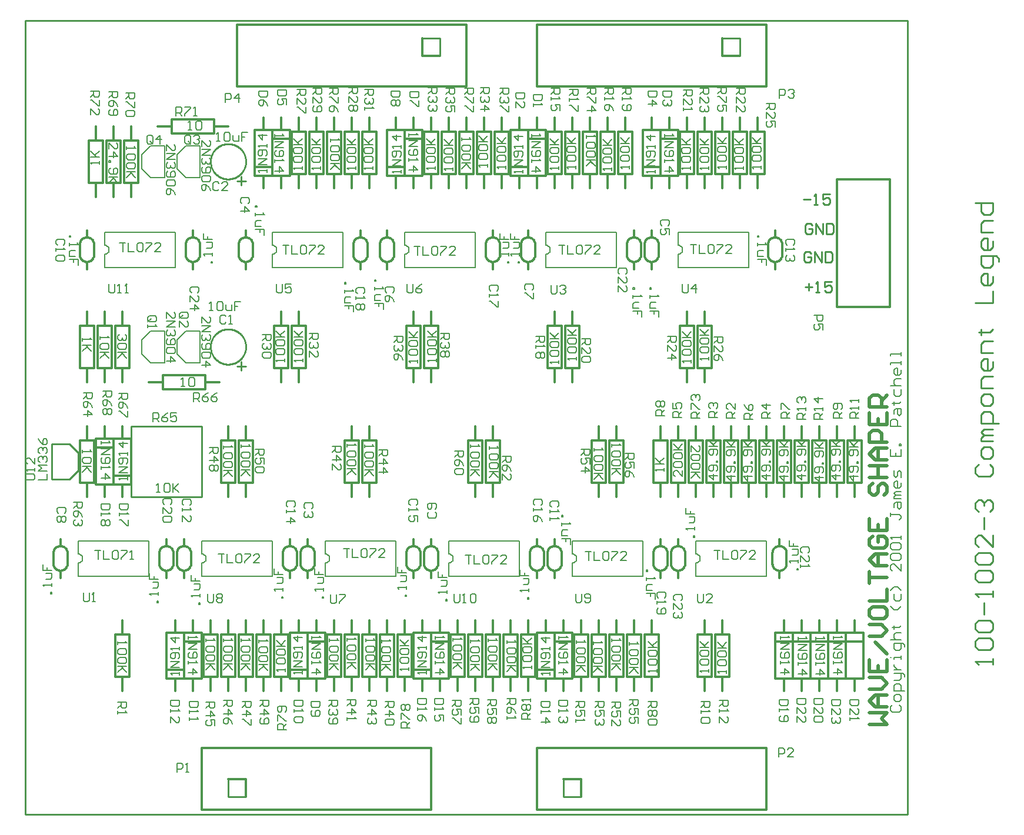
<source format=gto>
*%FSLAX23Y23*%
*%MOIN*%
G01*
%ADD11C,0.006*%
%ADD12C,0.007*%
%ADD13C,0.008*%
%ADD14C,0.010*%
%ADD15C,0.012*%
%ADD16C,0.020*%
%ADD17C,0.032*%
%ADD18C,0.036*%
%ADD19C,0.050*%
%ADD20C,0.050*%
%ADD21C,0.052*%
%ADD22C,0.054*%
%ADD23C,0.055*%
%ADD24C,0.056*%
%ADD25C,0.059*%
%ADD26C,0.062*%
%ADD27C,0.066*%
%ADD28C,0.070*%
%ADD29C,0.090*%
%ADD30C,0.125*%
%ADD31C,0.129*%
%ADD32C,0.140*%
%ADD33C,0.160*%
%ADD34C,0.250*%
%ADD35C,0.250*%
%ADD36R,0.062X0.062*%
%ADD37R,0.066X0.066*%
D11*
X10731Y9535D02*
Y9552D01*
Y9543D01*
X10681D01*
X10682D01*
X10681D02*
X10689Y9535D01*
Y9577D02*
X10681Y9585D01*
Y9602D01*
X10689Y9610D01*
X10723D01*
X10731Y9602D01*
Y9585D01*
X10723Y9577D01*
X10689D01*
Y9627D02*
X10681Y9635D01*
Y9652D01*
X10689Y9660D01*
X10723D01*
X10731Y9652D01*
Y9635D01*
X10723Y9627D01*
X10689D01*
X10681Y9677D02*
X10731D01*
X10714D01*
X10681Y9710D01*
X10706Y9685D01*
X10731Y9710D01*
X10731Y9995D02*
X10681D01*
X10731D02*
Y9970D01*
X10723Y9962D01*
X10706D01*
X10698Y9970D01*
Y9995D01*
Y9978D02*
X10681Y9962D01*
X10731Y9945D02*
Y9912D01*
X10723D01*
X10689Y9945D01*
X10681D01*
X10731Y9895D02*
Y9862D01*
Y9895D02*
X10706D01*
X10714Y9878D01*
Y9870D01*
X10706Y9862D01*
X10689D01*
X10681Y9870D01*
Y9887D01*
X10689Y9895D01*
X10826Y9547D02*
Y9530D01*
Y9538D02*
Y9547D01*
Y9538D02*
X10776D01*
X10777D01*
X10776D02*
X10784Y9530D01*
Y9572D02*
X10776Y9580D01*
Y9597D01*
X10784Y9605D01*
X10818D01*
X10826Y9597D01*
Y9580D01*
X10818Y9572D01*
X10784D01*
Y9622D02*
X10776Y9630D01*
Y9647D01*
X10784Y9655D01*
X10818D01*
X10826Y9647D01*
Y9630D01*
X10818Y9622D01*
X10784D01*
X10776Y9672D02*
X10826D01*
X10809D01*
X10776Y9705D01*
X10801Y9680D01*
X10826Y9705D01*
X10836Y9990D02*
X10786D01*
X10836D02*
Y9965D01*
X10828Y9957D01*
X10811D01*
X10803Y9965D01*
Y9990D01*
Y9973D02*
X10786Y9957D01*
Y9940D02*
Y9907D01*
Y9940D02*
X10819Y9907D01*
X10828D01*
X10836Y9915D01*
Y9932D01*
X10828Y9940D01*
X10786Y9890D02*
Y9857D01*
Y9890D02*
X10819Y9857D01*
X10828D01*
X10836Y9865D01*
Y9882D01*
X10828Y9890D01*
X10926Y9552D02*
Y9535D01*
Y9543D02*
Y9552D01*
Y9543D02*
X10876D01*
X10877D01*
X10876D02*
X10884Y9535D01*
Y9577D02*
X10876Y9585D01*
Y9602D01*
X10884Y9610D01*
X10918D01*
X10926Y9602D01*
Y9585D01*
X10918Y9577D01*
X10884D01*
Y9627D02*
X10876Y9635D01*
Y9652D01*
X10884Y9660D01*
X10918D01*
X10926Y9652D01*
Y9635D01*
X10918Y9627D01*
X10884D01*
X10876Y9677D02*
X10926D01*
X10909D01*
X10876Y9710D01*
X10901Y9685D01*
X10926Y9710D01*
X10956Y9905D02*
X11006D01*
Y9880D01*
X10998Y9872D01*
X10981D01*
X10973Y9880D01*
Y9905D01*
Y9888D02*
X10956Y9872D01*
Y9855D02*
Y9822D01*
Y9855D02*
X10989Y9822D01*
X10998D01*
X11006Y9830D01*
Y9847D01*
X10998Y9855D01*
X11006Y9805D02*
Y9772D01*
Y9805D02*
X10981D01*
X10989Y9788D01*
Y9780D01*
X10981Y9772D01*
X10964D01*
X10956Y9780D01*
Y9797D01*
X10964Y9805D01*
X11031Y9935D02*
Y9985D01*
X11056D01*
X11064Y9977D01*
Y9960D01*
X11056Y9952D01*
X11031D01*
X11081Y9977D02*
X11089Y9985D01*
X11106D01*
X11114Y9977D01*
Y9968D01*
X11115D01*
X11114D02*
X11115D01*
X11114D02*
X11115D01*
X11114D02*
X11106Y9960D01*
X11098D01*
X11106D01*
X11114Y9952D01*
Y9943D01*
X11106Y9935D01*
X11089D01*
X11081Y9943D01*
X10559Y9105D02*
X10526D01*
X10543D02*
X10559D01*
X10543D02*
Y9055D01*
X10576D02*
Y9105D01*
Y9055D02*
X10609D01*
X10626Y9097D02*
X10634Y9105D01*
X10651D01*
X10659Y9097D01*
Y9063D01*
X10651Y9055D01*
X10634D01*
X10626Y9063D01*
Y9097D01*
X10676Y9105D02*
X10709D01*
Y9097D01*
X10676Y9063D01*
Y9055D01*
X10726D02*
X10759D01*
X10726D02*
X10759Y9088D01*
Y9097D01*
X10751Y9105D01*
X10734D01*
X10726Y9097D01*
X10481Y8880D02*
Y8838D01*
X10489Y8830D01*
X10506D01*
X10514Y8838D01*
Y8880D01*
X10556D02*
Y8830D01*
X10531Y8855D02*
X10556Y8880D01*
X10564Y8855D02*
X10531D01*
X10906Y9155D02*
X10914D01*
Y9147D01*
X10906D01*
Y9155D01*
Y9113D02*
Y9097D01*
Y9105D01*
X10956D01*
X10957D01*
X10956D02*
X10948Y9113D01*
X10939Y9072D02*
X10914D01*
X10906Y9063D01*
Y9038D01*
X10939D01*
X10956Y9022D02*
Y8988D01*
Y9022D02*
X10931D01*
Y9005D01*
Y9022D01*
X10906D01*
X11108Y9102D02*
X11116Y9110D01*
Y9127D01*
X11108Y9135D01*
X11074D01*
X11066Y9127D01*
Y9110D01*
X11074Y9102D01*
X11066Y9085D02*
Y9068D01*
Y9077D01*
X11116D01*
X11117D01*
X11116D02*
X11108Y9085D01*
Y9043D02*
X11116Y9035D01*
Y9018D01*
X11108Y9010D01*
X11099D01*
X11100D01*
X11099D02*
X11100D01*
X11099D02*
X11100D01*
X11099D02*
X11091Y9018D01*
Y9027D01*
Y9018D01*
X11083Y9010D01*
X11074D01*
X11066Y9018D01*
Y9035D01*
X11074Y9043D01*
X10481Y7823D02*
Y7790D01*
X10448Y7823D01*
X10439D01*
X10431Y7815D01*
Y7798D01*
X10439Y7790D01*
Y7840D02*
X10431Y7848D01*
Y7865D01*
X10439Y7873D01*
X10473D01*
X10481Y7865D01*
Y7848D01*
X10473Y7840D01*
X10439D01*
Y7890D02*
X10431Y7898D01*
Y7915D01*
X10439Y7923D01*
X10473D01*
X10481Y7915D01*
Y7898D01*
X10473Y7890D01*
X10439D01*
X10431Y7940D02*
X10481D01*
X10464D01*
X10431Y7973D01*
X10456Y7948D01*
X10481Y7973D01*
X10476Y8125D02*
X10426D01*
Y8150D01*
X10434Y8158D01*
X10451D01*
X10459Y8150D01*
Y8125D01*
Y8142D02*
X10476Y8158D01*
X10426Y8175D02*
Y8208D01*
Y8175D02*
X10451D01*
X10443Y8192D01*
Y8200D01*
X10451Y8208D01*
X10468D01*
X10476Y8200D01*
Y8183D01*
X10468Y8175D01*
X10531Y7965D02*
Y7932D01*
Y7965D02*
X10564Y7932D01*
X10573D01*
X10581Y7940D01*
Y7957D01*
X10573Y7965D01*
Y7915D02*
X10581Y7907D01*
Y7890D01*
X10573Y7882D01*
X10539D01*
X10531Y7890D01*
Y7907D01*
X10539Y7915D01*
X10573D01*
Y7865D02*
X10581Y7857D01*
Y7840D01*
X10573Y7832D01*
X10539D01*
X10531Y7840D01*
Y7857D01*
X10539Y7865D01*
X10573D01*
X10581Y7815D02*
X10531D01*
X10548D01*
X10581Y7782D01*
X10556Y7807D01*
X10531Y7782D01*
X10531Y8120D02*
X10581D01*
X10531D02*
Y8145D01*
X10539Y8153D01*
X10556D01*
X10564Y8145D01*
Y8120D01*
Y8137D02*
X10581Y8153D01*
X10531Y8170D02*
Y8203D01*
X10539D01*
X10573Y8170D01*
X10581D01*
X10539Y8220D02*
X10531Y8228D01*
Y8245D01*
X10539Y8253D01*
X10548D01*
X10549D01*
X10548D02*
X10549D01*
X10548D02*
X10549D01*
X10548D02*
X10556Y8245D01*
Y8237D01*
Y8245D01*
X10564Y8253D01*
X10573D01*
X10581Y8245D01*
Y8228D01*
X10573Y8220D01*
X11031Y7790D02*
X11081D01*
X11056Y7765D02*
X11031Y7790D01*
X11056Y7798D02*
Y7765D01*
X11073Y7815D02*
X11081Y7823D01*
Y7840D01*
X11073Y7848D01*
X11039D01*
X11031Y7840D01*
Y7823D01*
X11039Y7815D01*
X11048D01*
X11056Y7823D01*
Y7848D01*
X11073Y7865D02*
X11081D01*
X11073D02*
Y7873D01*
X11081D01*
Y7865D01*
X11073Y7907D02*
X11081Y7915D01*
Y7932D01*
X11073Y7940D01*
X11039D01*
X11031Y7932D01*
Y7915D01*
X11039Y7907D01*
X11048D01*
X11056Y7915D01*
Y7940D01*
X11031Y7957D02*
X11081D01*
X11064D01*
X11031Y7990D01*
X11056Y7965D01*
X11081Y7990D01*
X11091Y8120D02*
X11041D01*
Y8145D01*
X11049Y8153D01*
X11066D01*
X11074Y8145D01*
Y8120D01*
Y8137D02*
X11091Y8153D01*
X11041Y8170D02*
Y8203D01*
X11049D01*
X11083Y8170D01*
X11091D01*
X10631Y9530D02*
Y9547D01*
Y9538D01*
X10581D01*
X10582D01*
X10581D02*
X10589Y9530D01*
Y9572D02*
X10581Y9580D01*
Y9597D01*
X10589Y9605D01*
X10623D01*
X10631Y9597D01*
Y9580D01*
X10623Y9572D01*
X10589D01*
Y9622D02*
X10581Y9630D01*
Y9647D01*
X10589Y9655D01*
X10623D01*
X10631Y9647D01*
Y9630D01*
X10623Y9622D01*
X10589D01*
X10581Y9672D02*
X10631D01*
X10614D01*
X10581Y9705D01*
X10606Y9680D01*
X10631Y9705D01*
X10631Y9990D02*
X10581D01*
X10631D02*
Y9965D01*
X10623Y9957D01*
X10606D01*
X10598Y9965D01*
Y9990D01*
Y9973D02*
X10581Y9957D01*
Y9940D02*
Y9907D01*
Y9940D02*
X10614Y9907D01*
X10623D01*
X10631Y9915D01*
Y9932D01*
X10623Y9940D01*
Y9890D02*
X10631Y9882D01*
Y9865D01*
X10623Y9857D01*
X10614D01*
X10615D01*
X10614D02*
X10615D01*
X10614D02*
X10615D01*
X10614D02*
X10606Y9865D01*
Y9873D01*
Y9865D01*
X10598Y9857D01*
X10589D01*
X10581Y9865D01*
Y9882D01*
X10589Y9890D01*
X10526Y9547D02*
Y9530D01*
Y9538D02*
Y9547D01*
Y9538D02*
X10476D01*
X10477D01*
X10476D02*
X10484Y9530D01*
Y9572D02*
X10476Y9580D01*
Y9597D01*
X10484Y9605D01*
X10518D01*
X10526Y9597D01*
Y9580D01*
X10518Y9572D01*
X10484D01*
Y9622D02*
X10476Y9630D01*
Y9647D01*
X10484Y9655D01*
X10518D01*
X10526Y9647D01*
Y9630D01*
X10518Y9622D01*
X10484D01*
X10476Y9672D02*
X10526D01*
X10509D01*
X10476Y9705D01*
X10501Y9680D01*
X10526Y9705D01*
X10536Y9980D02*
X10486D01*
X10536D02*
Y9955D01*
X10528Y9947D01*
X10511D01*
X10503Y9955D01*
Y9980D01*
Y9963D02*
X10486Y9947D01*
Y9930D02*
Y9897D01*
Y9930D02*
X10519Y9897D01*
X10528D01*
X10536Y9905D01*
Y9922D01*
X10528Y9930D01*
X10486Y9880D02*
Y9863D01*
Y9872D01*
X10536D01*
X10537D01*
X10536D02*
X10528Y9880D01*
X10531Y8452D02*
Y8435D01*
Y8443D02*
Y8452D01*
Y8443D02*
X10481D01*
X10482D01*
X10481D02*
X10489Y8435D01*
Y8477D02*
X10481Y8485D01*
Y8502D01*
X10489Y8510D01*
X10523D01*
X10531Y8502D01*
Y8485D01*
X10523Y8477D01*
X10489D01*
Y8527D02*
X10481Y8535D01*
Y8552D01*
X10489Y8560D01*
X10523D01*
X10531Y8552D01*
Y8535D01*
X10523Y8527D01*
X10489D01*
X10481Y8577D02*
X10531D01*
X10514D01*
X10481Y8610D01*
X10506Y8585D01*
X10531Y8610D01*
X10446Y8585D02*
X10396D01*
X10446D02*
Y8560D01*
X10438Y8552D01*
X10421D01*
X10413Y8560D01*
Y8585D01*
Y8568D02*
X10396Y8552D01*
Y8535D02*
Y8502D01*
Y8535D02*
X10429Y8502D01*
X10438D01*
X10446Y8510D01*
Y8527D01*
X10438Y8535D01*
X10446Y8460D02*
X10396D01*
X10421Y8485D02*
X10446Y8460D01*
X10421Y8452D02*
Y8485D01*
X10631Y8467D02*
Y8450D01*
Y8458D02*
Y8467D01*
Y8458D02*
X10581D01*
X10582D01*
X10581D02*
X10589Y8450D01*
Y8492D02*
X10581Y8500D01*
Y8517D01*
X10589Y8525D01*
X10623D01*
X10631Y8517D01*
Y8500D01*
X10623Y8492D01*
X10589D01*
Y8542D02*
X10581Y8550D01*
Y8567D01*
X10589Y8575D01*
X10623D01*
X10631Y8567D01*
Y8550D01*
X10623Y8542D01*
X10589D01*
X10581Y8592D02*
X10631D01*
X10614D01*
X10581Y8625D01*
X10606Y8600D01*
X10631Y8625D01*
X10661Y8580D02*
X10711D01*
Y8555D01*
X10703Y8547D01*
X10686D01*
X10678Y8555D01*
Y8580D01*
Y8563D02*
X10661Y8547D01*
Y8530D02*
Y8497D01*
Y8530D02*
X10694Y8497D01*
X10703D01*
X10711Y8505D01*
Y8522D01*
X10703Y8530D01*
Y8463D02*
X10711Y8447D01*
X10703Y8463D02*
X10686Y8480D01*
X10669D01*
X10661Y8472D01*
Y8455D01*
X10669Y8447D01*
X10678D01*
X10686Y8455D01*
Y8480D01*
X11226Y8705D02*
X11276D01*
Y8680D01*
X11268Y8672D01*
X11251D01*
X11243Y8680D01*
Y8705D01*
X11276Y8655D02*
Y8622D01*
Y8655D02*
X11251D01*
X11259Y8638D01*
Y8630D01*
X11251Y8622D01*
X11234D01*
X11226Y8630D01*
Y8647D01*
X11234Y8655D01*
X10681Y7795D02*
X10631D01*
X10656Y7770D01*
Y7803D01*
X10673Y7820D02*
X10681Y7828D01*
Y7845D01*
X10673Y7853D01*
X10639D01*
X10631Y7845D01*
Y7828D01*
X10639Y7820D01*
X10648D01*
X10656Y7828D01*
Y7853D01*
X10673Y7870D02*
X10681D01*
X10673D02*
Y7878D01*
X10681D01*
Y7870D01*
X10673Y7912D02*
X10681Y7920D01*
Y7937D01*
X10673Y7945D01*
X10639D01*
X10631Y7937D01*
Y7920D01*
X10639Y7912D01*
X10648D01*
X10656Y7920D01*
Y7945D01*
X10631Y7962D02*
X10681D01*
X10664D01*
X10631Y7995D01*
X10656Y7970D01*
X10681Y7995D01*
Y8125D02*
X10631D01*
Y8150D01*
X10639Y8158D01*
X10656D01*
X10664Y8150D01*
Y8125D01*
Y8142D02*
X10681Y8158D01*
X10639Y8175D02*
X10631Y8183D01*
Y8200D01*
X10639Y8208D01*
X10648D01*
X10649D01*
X10648D02*
X10649D01*
X10648D02*
X10649D01*
X10648D02*
X10656Y8200D01*
Y8192D01*
Y8200D01*
X10664Y8208D01*
X10673D01*
X10681Y8200D01*
Y8183D01*
X10673Y8175D01*
X10731Y7790D02*
X10781D01*
X10756Y7765D02*
X10731Y7790D01*
X10756Y7798D02*
Y7765D01*
X10773Y7815D02*
X10781Y7823D01*
Y7840D01*
X10773Y7848D01*
X10739D01*
X10731Y7840D01*
Y7823D01*
X10739Y7815D01*
X10748D01*
X10756Y7823D01*
Y7848D01*
X10773Y7865D02*
X10781D01*
X10773D02*
Y7873D01*
X10781D01*
Y7865D01*
X10773Y7907D02*
X10781Y7915D01*
Y7932D01*
X10773Y7940D01*
X10739D01*
X10731Y7932D01*
Y7915D01*
X10739Y7907D01*
X10748D01*
X10756Y7915D01*
Y7940D01*
X10731Y7957D02*
X10781D01*
X10764D01*
X10731Y7990D01*
X10756Y7965D01*
X10781Y7990D01*
Y8120D02*
X10731D01*
Y8145D01*
X10739Y8153D01*
X10756D01*
X10764Y8145D01*
Y8120D01*
Y8137D02*
X10781Y8153D01*
Y8170D02*
Y8203D01*
Y8170D02*
X10748Y8203D01*
X10739D01*
X10731Y8195D01*
Y8178D01*
X10739Y8170D01*
X10826Y7790D02*
X10876D01*
X10851Y7765D02*
X10826Y7790D01*
X10851Y7798D02*
Y7765D01*
X10868Y7815D02*
X10876Y7823D01*
Y7840D01*
X10868Y7848D01*
X10834D01*
X10826Y7840D01*
Y7823D01*
X10834Y7815D01*
X10843D01*
X10851Y7823D01*
Y7848D01*
X10868Y7865D02*
X10876D01*
X10868D02*
Y7873D01*
X10876D01*
Y7865D01*
X10868Y7907D02*
X10876Y7915D01*
Y7932D01*
X10868Y7940D01*
X10834D01*
X10826Y7932D01*
Y7915D01*
X10834Y7907D01*
X10843D01*
X10851Y7915D01*
Y7940D01*
X10826Y7957D02*
X10876D01*
X10859D01*
X10826Y7990D01*
X10851Y7965D01*
X10876Y7990D01*
X10881Y8115D02*
X10831D01*
Y8140D01*
X10839Y8148D01*
X10856D01*
X10864Y8140D01*
Y8115D01*
Y8132D02*
X10881Y8148D01*
X10839Y8182D02*
X10831Y8198D01*
X10839Y8182D02*
X10856Y8165D01*
X10873D01*
X10881Y8173D01*
Y8190D01*
X10873Y8198D01*
X10864D01*
X10856Y8190D01*
Y8165D01*
X10931Y7795D02*
X10981D01*
X10956Y7770D02*
X10931Y7795D01*
X10956Y7803D02*
Y7770D01*
X10973Y7820D02*
X10981Y7828D01*
Y7845D01*
X10973Y7853D01*
X10939D01*
X10931Y7845D01*
Y7828D01*
X10939Y7820D01*
X10948D01*
X10956Y7828D01*
Y7853D01*
X10973Y7870D02*
X10981D01*
X10973D02*
Y7878D01*
X10981D01*
Y7870D01*
X10973Y7912D02*
X10981Y7920D01*
Y7937D01*
X10973Y7945D01*
X10939D01*
X10931Y7937D01*
Y7920D01*
X10939Y7912D01*
X10948D01*
X10956Y7920D01*
Y7945D01*
X10931Y7962D02*
X10981D01*
X10964D01*
X10931Y7995D01*
X10956Y7970D01*
X10981Y7995D01*
Y8120D02*
X10931D01*
Y8145D01*
X10939Y8153D01*
X10956D01*
X10964Y8145D01*
Y8120D01*
Y8137D02*
X10981Y8153D01*
Y8195D02*
X10931D01*
X10956Y8170D01*
Y8203D01*
X11426Y7790D02*
X11476D01*
X11451Y7765D02*
X11426Y7790D01*
X11451Y7798D02*
Y7765D01*
X11468Y7815D02*
X11476Y7823D01*
Y7840D01*
X11468Y7848D01*
X11434D01*
X11426Y7840D01*
Y7823D01*
X11434Y7815D01*
X11443D01*
X11451Y7823D01*
Y7848D01*
X11468Y7865D02*
X11476D01*
X11468D02*
Y7873D01*
X11476D01*
Y7865D01*
X11468Y7907D02*
X11476Y7915D01*
Y7932D01*
X11468Y7940D01*
X11434D01*
X11426Y7932D01*
Y7915D01*
X11434Y7907D01*
X11443D01*
X11451Y7915D01*
Y7940D01*
X11426Y7957D02*
X11476D01*
X11459D01*
X11426Y7990D01*
X11451Y7965D01*
X11476Y7990D01*
X11481Y8120D02*
X11431D01*
Y8145D01*
X11439Y8153D01*
X11456D01*
X11464Y8145D01*
Y8120D01*
Y8137D02*
X11481Y8153D01*
Y8170D02*
Y8187D01*
Y8178D01*
X11431D01*
X11432D01*
X11431D02*
X11439Y8170D01*
X11481Y8212D02*
Y8228D01*
Y8220D01*
X11431D01*
X11432D01*
X11431D02*
X11439Y8212D01*
X11376Y7795D02*
X11326D01*
X11351Y7770D01*
Y7803D01*
X11368Y7820D02*
X11376Y7828D01*
Y7845D01*
X11368Y7853D01*
X11334D01*
X11326Y7845D01*
Y7828D01*
X11334Y7820D01*
X11343D01*
X11351Y7828D01*
Y7853D01*
X11368Y7870D02*
X11376D01*
X11368D02*
Y7878D01*
X11376D01*
Y7870D01*
X11368Y7912D02*
X11376Y7920D01*
Y7937D01*
X11368Y7945D01*
X11334D01*
X11326Y7937D01*
Y7920D01*
X11334Y7912D01*
X11343D01*
X11351Y7920D01*
Y7945D01*
X11326Y7962D02*
X11376D01*
X11359D01*
X11326Y7995D01*
X11351Y7970D01*
X11376Y7995D01*
X11386Y8120D02*
X11336D01*
Y8145D01*
X11344Y8153D01*
X11361D01*
X11369Y8145D01*
Y8120D01*
Y8137D02*
X11386Y8153D01*
X11378Y8170D02*
X11386Y8178D01*
Y8195D01*
X11378Y8203D01*
X11344D01*
X11336Y8195D01*
Y8178D01*
X11344Y8170D01*
X11353D01*
X11361Y8178D01*
Y8203D01*
X11281Y7785D02*
X11231D01*
X11256Y7760D01*
Y7793D01*
X11273Y7810D02*
X11281Y7818D01*
Y7835D01*
X11273Y7843D01*
X11239D01*
X11231Y7835D01*
Y7818D01*
X11239Y7810D01*
X11248D01*
X11256Y7818D01*
Y7843D01*
X11273Y7860D02*
X11281D01*
X11273D02*
Y7868D01*
X11281D01*
Y7860D01*
X11273Y7902D02*
X11281Y7910D01*
Y7927D01*
X11273Y7935D01*
X11239D01*
X11231Y7927D01*
Y7910D01*
X11239Y7902D01*
X11248D01*
X11256Y7910D01*
Y7935D01*
X11231Y7952D02*
X11281D01*
X11264D01*
X11231Y7985D01*
X11256Y7960D01*
X11281Y7985D01*
X11276Y8115D02*
X11226D01*
Y8140D01*
X11234Y8148D01*
X11251D01*
X11259Y8140D01*
Y8115D01*
Y8132D02*
X11276Y8148D01*
Y8165D02*
Y8182D01*
Y8173D01*
X11226D01*
X11227D01*
X11226D02*
X11234Y8165D01*
X11226Y8232D02*
X11276D01*
X11251Y8207D02*
X11226Y8232D01*
X11251Y8240D02*
Y8207D01*
X11181Y7795D02*
X11131D01*
X11156Y7770D01*
Y7803D01*
X11173Y7820D02*
X11181Y7828D01*
Y7845D01*
X11173Y7853D01*
X11139D01*
X11131Y7845D01*
Y7828D01*
X11139Y7820D01*
X11148D01*
X11156Y7828D01*
Y7853D01*
X11173Y7870D02*
X11181D01*
X11173D02*
Y7878D01*
X11181D01*
Y7870D01*
X11173Y7912D02*
X11181Y7920D01*
Y7937D01*
X11173Y7945D01*
X11139D01*
X11131Y7937D01*
Y7920D01*
X11139Y7912D01*
X11148D01*
X11156Y7920D01*
Y7945D01*
X11131Y7962D02*
X11181D01*
X11164D01*
X11131Y7995D01*
X11156Y7970D01*
X11181Y7995D01*
Y8115D02*
X11131D01*
Y8140D01*
X11139Y8148D01*
X11156D01*
X11164Y8140D01*
Y8115D01*
Y8132D02*
X11181Y8148D01*
Y8165D02*
Y8182D01*
Y8173D01*
X11131D01*
X11132D01*
X11131D02*
X11139Y8165D01*
Y8207D02*
X11131Y8215D01*
Y8232D01*
X11139Y8240D01*
X11148D01*
X11149D01*
X11148D02*
X11149D01*
X11148D02*
X11149D01*
X11148D02*
X11156Y8232D01*
Y8223D01*
Y8232D01*
X11164Y8240D01*
X11173D01*
X11181Y8232D01*
Y8215D01*
X11173Y8207D01*
X10694Y7370D02*
X10661D01*
X10678D02*
X10694D01*
X10678D02*
Y7320D01*
X10711D02*
Y7370D01*
Y7320D02*
X10744D01*
X10761Y7362D02*
X10769Y7370D01*
X10786D01*
X10794Y7362D01*
Y7328D01*
X10786Y7320D01*
X10769D01*
X10761Y7328D01*
Y7362D01*
X10811Y7370D02*
X10844D01*
Y7362D01*
X10811Y7328D01*
Y7320D01*
X10861D02*
X10894D01*
X10861D02*
X10894Y7353D01*
Y7362D01*
X10886Y7370D01*
X10869D01*
X10861Y7362D01*
X10566Y7125D02*
Y7083D01*
X10574Y7075D01*
X10591D01*
X10599Y7083D01*
Y7125D01*
X10616Y7075D02*
X10649D01*
X10616D02*
X10649Y7108D01*
Y7117D01*
X10641Y7125D01*
X10624D01*
X10616Y7117D01*
X10731Y6692D02*
Y6675D01*
Y6683D02*
Y6692D01*
Y6683D02*
X10681D01*
X10682D01*
X10681D02*
X10689Y6675D01*
Y6717D02*
X10681Y6725D01*
Y6742D01*
X10689Y6750D01*
X10723D01*
X10731Y6742D01*
Y6725D01*
X10723Y6717D01*
X10689D01*
Y6767D02*
X10681Y6775D01*
Y6792D01*
X10689Y6800D01*
X10723D01*
X10731Y6792D01*
Y6775D01*
X10723Y6767D01*
X10689D01*
X10681Y6817D02*
X10731D01*
X10714D01*
X10681Y6850D01*
X10706Y6825D01*
X10731Y6850D01*
X10741Y6520D02*
X10691D01*
X10741D02*
Y6495D01*
X10733Y6487D01*
X10716D01*
X10708Y6495D01*
Y6520D01*
Y6503D02*
X10691Y6487D01*
Y6470D02*
Y6453D01*
Y6462D01*
X10741D01*
X10742D01*
X10741D02*
X10733Y6470D01*
X10691Y6428D02*
Y6395D01*
Y6428D02*
X10724Y6395D01*
X10733D01*
X10741Y6403D01*
Y6420D01*
X10733Y6428D01*
X10631Y6680D02*
Y6697D01*
Y6688D01*
X10581D01*
X10582D01*
X10581D02*
X10589Y6680D01*
Y6722D02*
X10581Y6730D01*
Y6747D01*
X10589Y6755D01*
X10623D01*
X10631Y6747D01*
Y6730D01*
X10623Y6722D01*
X10589D01*
Y6772D02*
X10581Y6780D01*
Y6797D01*
X10589Y6805D01*
X10623D01*
X10631Y6797D01*
Y6780D01*
X10623Y6772D01*
X10589D01*
X10581Y6822D02*
X10631D01*
X10614D01*
X10581Y6855D01*
X10606Y6830D01*
X10631Y6855D01*
X10636Y6515D02*
X10586D01*
X10636D02*
Y6490D01*
X10628Y6482D01*
X10611D01*
X10603Y6490D01*
Y6515D01*
Y6498D02*
X10586Y6482D01*
Y6465D02*
Y6448D01*
Y6457D01*
X10636D01*
X10637D01*
X10636D02*
X10628Y6465D01*
Y6423D02*
X10636Y6415D01*
Y6398D01*
X10628Y6390D01*
X10594D01*
X10586Y6398D01*
Y6415D01*
X10594Y6423D01*
X10628D01*
X11036Y6868D02*
Y6885D01*
Y6877D02*
Y6868D01*
Y6877D02*
X11086D01*
X11087D01*
X11086D02*
X11078Y6885D01*
X11086Y6843D02*
X11036D01*
Y6810D02*
X11086Y6843D01*
Y6810D02*
X11036D01*
X11044Y6793D02*
X11036Y6785D01*
Y6768D01*
X11044Y6760D01*
X11078D01*
X11086Y6768D01*
Y6785D01*
X11078Y6793D01*
X11069D01*
X11061Y6785D01*
Y6760D01*
X11036Y6743D02*
Y6727D01*
Y6735D01*
X11086D01*
X11087D01*
X11086D02*
X11078Y6743D01*
X11086Y6677D02*
X11036D01*
X11061Y6702D02*
X11086Y6677D01*
X11061Y6668D02*
Y6702D01*
X11081Y6525D02*
X11031D01*
Y6500D01*
X11039Y6492D01*
X11073D01*
X11081Y6500D01*
Y6525D01*
X11031Y6475D02*
Y6458D01*
Y6467D01*
X11081D01*
X11082D01*
X11081D02*
X11073Y6475D01*
X11039Y6433D02*
X11031Y6425D01*
Y6408D01*
X11039Y6400D01*
X11073D01*
X11081Y6408D01*
Y6425D01*
X11073Y6433D01*
X11064D01*
X11056Y6425D01*
Y6400D01*
X11136Y6863D02*
Y6880D01*
Y6872D02*
Y6863D01*
Y6872D02*
X11186D01*
X11187D01*
X11186D02*
X11178Y6880D01*
X11186Y6838D02*
X11136D01*
Y6805D02*
X11186Y6838D01*
Y6805D02*
X11136D01*
X11144Y6788D02*
X11136Y6780D01*
Y6763D01*
X11144Y6755D01*
X11178D01*
X11186Y6763D01*
Y6780D01*
X11178Y6788D01*
X11169D01*
X11161Y6780D01*
Y6755D01*
X11136Y6738D02*
Y6722D01*
Y6730D01*
X11186D01*
X11187D01*
X11186D02*
X11178Y6738D01*
X11186Y6672D02*
X11136D01*
X11161Y6697D02*
X11186Y6672D01*
X11161Y6663D02*
Y6697D01*
X11181Y6530D02*
X11131D01*
Y6505D01*
X11139Y6497D01*
X11173D01*
X11181Y6505D01*
Y6530D01*
X11131Y6480D02*
Y6447D01*
Y6480D02*
X11164Y6447D01*
X11173D01*
X11181Y6455D01*
Y6472D01*
X11173Y6480D01*
X11131Y6430D02*
Y6397D01*
Y6430D02*
X11164Y6397D01*
X11173D01*
X11181Y6405D01*
Y6422D01*
X11173Y6430D01*
X11236Y6863D02*
Y6880D01*
Y6872D02*
Y6863D01*
Y6872D02*
X11286D01*
X11287D01*
X11286D02*
X11278Y6880D01*
X11286Y6838D02*
X11236D01*
Y6805D02*
X11286Y6838D01*
Y6805D02*
X11236D01*
X11244Y6788D02*
X11236Y6780D01*
Y6763D01*
X11244Y6755D01*
X11278D01*
X11286Y6763D01*
Y6780D01*
X11278Y6788D01*
X11269D01*
X11261Y6780D01*
Y6755D01*
X11236Y6738D02*
Y6722D01*
Y6730D01*
X11286D01*
X11287D01*
X11286D02*
X11278Y6738D01*
X11286Y6672D02*
X11236D01*
X11261Y6697D02*
X11286Y6672D01*
X11261Y6663D02*
Y6697D01*
X11276Y6530D02*
X11226D01*
Y6505D01*
X11234Y6497D01*
X11268D01*
X11276Y6505D01*
Y6530D01*
X11226Y6480D02*
Y6447D01*
Y6480D02*
X11259Y6447D01*
X11268D01*
X11276Y6455D01*
Y6472D01*
X11268Y6480D01*
Y6430D02*
X11276Y6422D01*
Y6405D01*
X11268Y6397D01*
X11234D01*
X11226Y6405D01*
Y6422D01*
X11234Y6430D01*
X11268D01*
X11336Y6868D02*
Y6885D01*
Y6877D02*
Y6868D01*
Y6877D02*
X11386D01*
X11387D01*
X11386D02*
X11378Y6885D01*
X11386Y6843D02*
X11336D01*
Y6810D02*
X11386Y6843D01*
Y6810D02*
X11336D01*
X11344Y6793D02*
X11336Y6785D01*
Y6768D01*
X11344Y6760D01*
X11378D01*
X11386Y6768D01*
Y6785D01*
X11378Y6793D01*
X11369D01*
X11361Y6785D01*
Y6760D01*
X11336Y6743D02*
Y6727D01*
Y6735D01*
X11386D01*
X11387D01*
X11386D02*
X11378Y6743D01*
X11386Y6677D02*
X11336D01*
X11361Y6702D02*
X11386Y6677D01*
X11361Y6668D02*
Y6702D01*
X11376Y6525D02*
X11326D01*
Y6500D01*
X11334Y6492D01*
X11368D01*
X11376Y6500D01*
Y6525D01*
X11326Y6475D02*
Y6442D01*
Y6475D02*
X11359Y6442D01*
X11368D01*
X11376Y6450D01*
Y6467D01*
X11368Y6475D01*
Y6425D02*
X11376Y6417D01*
Y6400D01*
X11368Y6392D01*
X11359D01*
X11360D01*
X11359D02*
X11360D01*
X11359D02*
X11360D01*
X11359D02*
X11351Y6400D01*
Y6408D01*
Y6400D01*
X11343Y6392D01*
X11334D01*
X11326Y6400D01*
Y6417D01*
X11334Y6425D01*
X11431Y6525D02*
X11481D01*
X11431D02*
Y6500D01*
X11439Y6492D01*
X11473D01*
X11481Y6500D01*
Y6525D01*
X11431Y6475D02*
Y6442D01*
Y6475D02*
X11464Y6442D01*
X11473D01*
X11481Y6450D01*
Y6467D01*
X11473Y6475D01*
X11431Y6425D02*
Y6408D01*
Y6417D01*
X11481D01*
X11482D01*
X11481D02*
X11473Y6425D01*
X11136Y7260D02*
X11128D01*
Y7268D01*
X11136D01*
Y7260D01*
Y7302D02*
Y7318D01*
Y7310D01*
X11086D01*
X11087D01*
X11086D02*
X11094Y7302D01*
X11103Y7343D02*
X11128D01*
X11136Y7352D01*
Y7377D01*
X11103D01*
X11086Y7393D02*
Y7427D01*
Y7393D02*
X11111D01*
Y7410D01*
Y7393D01*
X11136D01*
X11193Y7357D02*
X11201Y7365D01*
Y7382D01*
X11193Y7390D01*
X11159D01*
X11151Y7382D01*
Y7365D01*
X11159Y7357D01*
X11151Y7340D02*
Y7307D01*
Y7340D02*
X11184Y7307D01*
X11193D01*
X11201Y7315D01*
Y7332D01*
X11193Y7340D01*
X11151Y7290D02*
Y7273D01*
Y7282D01*
X11201D01*
X11202D01*
X11201D02*
X11193Y7290D01*
X10551Y7445D02*
X10543D01*
Y7453D01*
X10551D01*
Y7445D01*
Y7487D02*
Y7503D01*
Y7495D01*
X10501D01*
X10502D01*
X10501D02*
X10509Y7487D01*
X10518Y7528D02*
X10543D01*
X10551Y7537D01*
Y7562D01*
X10518D01*
X10501Y7578D02*
Y7612D01*
Y7578D02*
X10526D01*
Y7595D01*
Y7578D01*
X10551D01*
X10481Y7095D02*
X10473Y7087D01*
X10481Y7095D02*
Y7112D01*
X10473Y7120D01*
X10439D01*
X10431Y7112D01*
Y7095D01*
X10439Y7087D01*
X10431Y7070D02*
Y7037D01*
Y7070D02*
X10464Y7037D01*
X10473D01*
X10481Y7045D01*
Y7062D01*
X10473Y7070D01*
Y7020D02*
X10481Y7012D01*
Y6995D01*
X10473Y6987D01*
X10464D01*
X10465D01*
X10464D02*
X10465D01*
X10464D02*
X10465D01*
X10464D02*
X10456Y6995D01*
Y7003D01*
Y6995D01*
X10448Y6987D01*
X10439D01*
X10431Y6995D01*
Y7012D01*
X10439Y7020D01*
X7891Y9910D02*
Y9960D01*
X7916D01*
X7924Y9952D01*
Y9935D01*
X7916Y9927D01*
X7891D01*
X7966Y9910D02*
Y9960D01*
X7941Y9935D01*
X7974D01*
X10381Y9730D02*
Y9713D01*
Y9722D01*
X10431D01*
X10432D01*
X10431D02*
X10423Y9730D01*
X10431Y9688D02*
X10381D01*
Y9655D02*
X10431Y9688D01*
Y9655D02*
X10381D01*
X10389Y9638D02*
X10381Y9630D01*
Y9613D01*
X10389Y9605D01*
X10423D01*
X10431Y9613D01*
Y9630D01*
X10423Y9638D01*
X10414D01*
X10406Y9630D01*
Y9605D01*
X10381Y9588D02*
Y9572D01*
Y9580D01*
X10431D01*
X10432D01*
X10431D02*
X10423Y9588D01*
X10431Y9522D02*
X10381D01*
X10406Y9547D02*
X10431Y9522D01*
X10406Y9513D02*
Y9547D01*
X10421Y9975D02*
X10371D01*
Y9950D01*
X10379Y9942D01*
X10413D01*
X10421Y9950D01*
Y9975D01*
X10413Y9925D02*
X10421Y9917D01*
Y9900D01*
X10413Y9892D01*
X10404D01*
X10405D01*
X10404D02*
X10405D01*
X10404D02*
X10405D01*
X10404D02*
X10396Y9900D01*
Y9908D01*
Y9900D01*
X10388Y9892D01*
X10379D01*
X10371Y9900D01*
Y9917D01*
X10379Y9925D01*
X9626Y9730D02*
Y9713D01*
Y9722D01*
X9676D01*
X9677D01*
X9676D02*
X9668Y9730D01*
X9676Y9688D02*
X9626D01*
Y9655D02*
X9676Y9688D01*
Y9655D02*
X9626D01*
X9634Y9638D02*
X9626Y9630D01*
Y9613D01*
X9634Y9605D01*
X9668D01*
X9676Y9613D01*
Y9630D01*
X9668Y9638D01*
X9659D01*
X9651Y9630D01*
Y9605D01*
X9626Y9588D02*
Y9572D01*
Y9580D01*
X9676D01*
X9677D01*
X9676D02*
X9668Y9588D01*
X9676Y9522D02*
X9626D01*
X9651Y9547D02*
X9676Y9522D01*
X9651Y9513D02*
Y9547D01*
X9636Y9955D02*
X9686D01*
X9636D02*
Y9930D01*
X9644Y9922D01*
X9678D01*
X9686Y9930D01*
Y9955D01*
X9636Y9905D02*
Y9888D01*
Y9897D01*
X9686D01*
X9687D01*
X9686D02*
X9678Y9905D01*
X8931Y9735D02*
Y9718D01*
Y9727D01*
X8981D01*
X8982D01*
X8981D02*
X8973Y9735D01*
X8981Y9693D02*
X8931D01*
Y9660D02*
X8981Y9693D01*
Y9660D02*
X8931D01*
X8939Y9643D02*
X8931Y9635D01*
Y9618D01*
X8939Y9610D01*
X8973D01*
X8981Y9618D01*
Y9635D01*
X8973Y9643D01*
X8964D01*
X8956Y9635D01*
Y9610D01*
X8931Y9593D02*
Y9577D01*
Y9585D01*
X8981D01*
X8982D01*
X8981D02*
X8973Y9593D01*
X8981Y9527D02*
X8931D01*
X8956Y9552D02*
X8981Y9527D01*
X8956Y9518D02*
Y9552D01*
X8936Y9970D02*
X8986D01*
X8936D02*
Y9945D01*
X8944Y9937D01*
X8978D01*
X8986Y9945D01*
Y9970D01*
Y9920D02*
Y9887D01*
X8978D01*
X8944Y9920D01*
X8936D01*
X9231Y9710D02*
Y9693D01*
Y9702D01*
X9281D01*
X9282D01*
X9281D02*
X9273Y9710D01*
Y9668D02*
X9281Y9660D01*
Y9643D01*
X9273Y9635D01*
X9239D01*
X9231Y9643D01*
Y9660D01*
X9239Y9668D01*
X9273D01*
Y9618D02*
X9281Y9610D01*
Y9593D01*
X9273Y9585D01*
X9239D01*
X9231Y9593D01*
Y9610D01*
X9239Y9618D01*
X9273D01*
X9281Y9568D02*
X9231D01*
X9248D01*
X9281Y9535D01*
X9256Y9560D01*
X9231Y9535D01*
X9246Y9990D02*
X9296D01*
Y9965D01*
X9288Y9957D01*
X9271D01*
X9263Y9965D01*
Y9990D01*
Y9973D02*
X9246Y9957D01*
X9296Y9940D02*
Y9907D01*
X9288D01*
X9254Y9940D01*
X9246D01*
X9296Y9890D02*
Y9857D01*
X9288D01*
X9254Y9890D01*
X9246D01*
X9376Y9562D02*
Y9545D01*
Y9553D02*
Y9562D01*
Y9553D02*
X9326D01*
X9327D01*
X9326D02*
X9334Y9545D01*
Y9587D02*
X9326Y9595D01*
Y9612D01*
X9334Y9620D01*
X9368D01*
X9376Y9612D01*
Y9595D01*
X9368Y9587D01*
X9334D01*
Y9637D02*
X9326Y9645D01*
Y9662D01*
X9334Y9670D01*
X9368D01*
X9376Y9662D01*
Y9645D01*
X9368Y9637D01*
X9334D01*
X9326Y9687D02*
X9376D01*
X9359D01*
X9326Y9720D01*
X9351Y9695D01*
X9376Y9720D01*
X9386Y9995D02*
X9336D01*
X9386D02*
Y9970D01*
X9378Y9962D01*
X9361D01*
X9353Y9970D01*
Y9995D01*
Y9978D02*
X9336Y9962D01*
X9378Y9945D02*
X9386Y9937D01*
Y9920D01*
X9378Y9912D01*
X9369D01*
X9370D01*
X9369D02*
X9370D01*
X9369D02*
X9370D01*
X9369D02*
X9361Y9920D01*
Y9928D01*
Y9920D01*
X9353Y9912D01*
X9344D01*
X9336Y9920D01*
Y9937D01*
X9344Y9945D01*
X9336Y9870D02*
X9386D01*
X9361Y9895D01*
Y9862D01*
X9481Y9552D02*
Y9535D01*
Y9543D02*
Y9552D01*
Y9543D02*
X9431D01*
X9432D01*
X9431D02*
X9439Y9535D01*
Y9577D02*
X9431Y9585D01*
Y9602D01*
X9439Y9610D01*
X9473D01*
X9481Y9602D01*
Y9585D01*
X9473Y9577D01*
X9439D01*
Y9627D02*
X9431Y9635D01*
Y9652D01*
X9439Y9660D01*
X9473D01*
X9481Y9652D01*
Y9635D01*
X9473Y9627D01*
X9439D01*
X9431Y9677D02*
X9481D01*
X9464D01*
X9431Y9710D01*
X9456Y9685D01*
X9481Y9710D01*
X9496Y9990D02*
X9446D01*
X9496D02*
Y9965D01*
X9488Y9957D01*
X9471D01*
X9463Y9965D01*
Y9990D01*
Y9973D02*
X9446Y9957D01*
X9488Y9940D02*
X9496Y9932D01*
Y9915D01*
X9488Y9907D01*
X9479D01*
X9480D01*
X9479D02*
X9480D01*
X9479D02*
X9480D01*
X9479D02*
X9471Y9915D01*
Y9923D01*
Y9915D01*
X9463Y9907D01*
X9454D01*
X9446Y9915D01*
Y9932D01*
X9454Y9940D01*
X9496Y9890D02*
Y9857D01*
X9488D01*
X9454Y9890D01*
X9446D01*
X10181Y9552D02*
Y9535D01*
Y9543D02*
Y9552D01*
Y9543D02*
X10131D01*
X10132D01*
X10131D02*
X10139Y9535D01*
Y9577D02*
X10131Y9585D01*
Y9602D01*
X10139Y9610D01*
X10173D01*
X10181Y9602D01*
Y9585D01*
X10173Y9577D01*
X10139D01*
Y9627D02*
X10131Y9635D01*
Y9652D01*
X10139Y9660D01*
X10173D01*
X10181Y9652D01*
Y9635D01*
X10173Y9627D01*
X10139D01*
X10131Y9677D02*
X10181D01*
X10164D01*
X10131Y9710D01*
X10156Y9685D01*
X10181Y9710D01*
X10191Y9990D02*
X10141D01*
X10191D02*
Y9965D01*
X10183Y9957D01*
X10166D01*
X10158Y9965D01*
Y9990D01*
Y9973D02*
X10141Y9957D01*
Y9940D02*
Y9923D01*
Y9932D01*
X10191D01*
X10192D01*
X10191D02*
X10183Y9940D01*
X10149Y9898D02*
X10141Y9890D01*
Y9873D01*
X10149Y9865D01*
X10183D01*
X10191Y9873D01*
Y9890D01*
X10183Y9898D01*
X10174D01*
X10166Y9890D01*
Y9865D01*
X10081Y9542D02*
Y9525D01*
Y9533D02*
Y9542D01*
Y9533D02*
X10031D01*
X10032D01*
X10031D02*
X10039Y9525D01*
Y9567D02*
X10031Y9575D01*
Y9592D01*
X10039Y9600D01*
X10073D01*
X10081Y9592D01*
Y9575D01*
X10073Y9567D01*
X10039D01*
Y9617D02*
X10031Y9625D01*
Y9642D01*
X10039Y9650D01*
X10073D01*
X10081Y9642D01*
Y9625D01*
X10073Y9617D01*
X10039D01*
X10031Y9667D02*
X10081D01*
X10064D01*
X10031Y9700D01*
X10056Y9675D01*
X10081Y9700D01*
X10091Y9990D02*
X10041D01*
X10091D02*
Y9965D01*
X10083Y9957D01*
X10066D01*
X10058Y9965D01*
Y9990D01*
Y9973D02*
X10041Y9957D01*
Y9940D02*
Y9923D01*
Y9932D01*
X10091D01*
X10092D01*
X10091D02*
X10083Y9940D01*
Y9882D02*
X10091Y9865D01*
X10083Y9882D02*
X10066Y9898D01*
X10049D01*
X10041Y9890D01*
Y9873D01*
X10049Y9865D01*
X10058D01*
X10066Y9873D01*
Y9898D01*
X9936Y9725D02*
Y9708D01*
Y9717D01*
X9986D01*
X9987D01*
X9986D02*
X9978Y9725D01*
Y9683D02*
X9986Y9675D01*
Y9658D01*
X9978Y9650D01*
X9944D01*
X9936Y9658D01*
Y9675D01*
X9944Y9683D01*
X9978D01*
Y9633D02*
X9986Y9625D01*
Y9608D01*
X9978Y9600D01*
X9944D01*
X9936Y9608D01*
Y9625D01*
X9944Y9633D01*
X9978D01*
X9986Y9583D02*
X9936D01*
X9953D01*
X9986Y9550D01*
X9961Y9575D01*
X9936Y9550D01*
X9941Y9990D02*
X9991D01*
Y9965D01*
X9983Y9957D01*
X9966D01*
X9958Y9965D01*
Y9990D01*
Y9973D02*
X9941Y9957D01*
X9991Y9940D02*
Y9907D01*
X9983D01*
X9949Y9940D01*
X9941D01*
Y9865D02*
X9991D01*
X9966Y9890D01*
Y9857D01*
X10201Y8860D02*
X10209D01*
Y8852D01*
X10201D01*
Y8860D01*
Y8818D02*
Y8802D01*
Y8810D01*
X10251D01*
X10252D01*
X10251D02*
X10243Y8818D01*
X10234Y8777D02*
X10209D01*
X10201Y8768D01*
Y8743D01*
X10234D01*
X10251Y8727D02*
Y8693D01*
Y8727D02*
X10226D01*
Y8710D01*
Y8727D01*
X10201D01*
X10158Y8937D02*
X10166Y8945D01*
Y8962D01*
X10158Y8970D01*
X10124D01*
X10116Y8962D01*
Y8945D01*
X10124Y8937D01*
X10116Y8920D02*
Y8887D01*
Y8920D02*
X10149Y8887D01*
X10158D01*
X10166Y8895D01*
Y8912D01*
X10158Y8920D01*
X10116Y8870D02*
Y8837D01*
Y8870D02*
X10149Y8837D01*
X10158D01*
X10166Y8845D01*
Y8862D01*
X10158Y8870D01*
X9556Y9000D02*
X9548D01*
Y9008D01*
X9556D01*
Y9000D01*
Y9042D02*
Y9058D01*
Y9050D01*
X9506D01*
X9507D01*
X9506D02*
X9514Y9042D01*
X9523Y9083D02*
X9548D01*
X9556Y9092D01*
Y9117D01*
X9523D01*
X9506Y9133D02*
Y9167D01*
Y9133D02*
X9531D01*
Y9150D01*
Y9133D01*
X9556D01*
X9636Y8855D02*
X9628Y8847D01*
X9636Y8855D02*
Y8872D01*
X9628Y8880D01*
X9594D01*
X9586Y8872D01*
Y8855D01*
X9594Y8847D01*
X9636Y8830D02*
Y8797D01*
X9628D01*
X9594Y8830D01*
X9586D01*
X9386Y7960D02*
Y7943D01*
Y7952D01*
X9436D01*
X9437D01*
X9436D02*
X9428Y7960D01*
Y7918D02*
X9436Y7910D01*
Y7893D01*
X9428Y7885D01*
X9394D01*
X9386Y7893D01*
Y7910D01*
X9394Y7918D01*
X9428D01*
Y7868D02*
X9436Y7860D01*
Y7843D01*
X9428Y7835D01*
X9394D01*
X9386Y7843D01*
Y7860D01*
X9394Y7868D01*
X9428D01*
X9436Y7818D02*
X9386D01*
X9403D01*
X9436Y7785D01*
X9411Y7810D01*
X9386Y7785D01*
X9461Y7905D02*
X9511D01*
Y7880D01*
X9503Y7872D01*
X9486D01*
X9478Y7880D01*
Y7905D01*
Y7888D02*
X9461Y7872D01*
X9503Y7838D02*
X9511Y7822D01*
X9503Y7838D02*
X9486Y7855D01*
X9469D01*
X9461Y7847D01*
Y7830D01*
X9469Y7822D01*
X9478D01*
X9486Y7830D01*
Y7855D01*
X9461Y7805D02*
Y7772D01*
Y7805D02*
X9494Y7772D01*
X9503D01*
X9511Y7780D01*
Y7797D01*
X9503Y7805D01*
X9281Y7953D02*
Y7970D01*
Y7962D02*
Y7953D01*
Y7962D02*
X9331D01*
X9332D01*
X9331D02*
X9323Y7970D01*
Y7928D02*
X9331Y7920D01*
Y7903D01*
X9323Y7895D01*
X9289D01*
X9281Y7903D01*
Y7920D01*
X9289Y7928D01*
X9323D01*
Y7878D02*
X9331Y7870D01*
Y7853D01*
X9323Y7845D01*
X9289D01*
X9281Y7853D01*
Y7870D01*
X9289Y7878D01*
X9323D01*
X9331Y7828D02*
X9281D01*
X9298D01*
X9331Y7795D01*
X9306Y7820D01*
X9281Y7795D01*
X9241Y7935D02*
X9191D01*
X9241D02*
Y7910D01*
X9233Y7902D01*
X9216D01*
X9208Y7910D01*
Y7935D01*
Y7918D02*
X9191Y7902D01*
X9233Y7868D02*
X9241Y7852D01*
X9233Y7868D02*
X9216Y7885D01*
X9199D01*
X9191Y7877D01*
Y7860D01*
X9199Y7852D01*
X9208D01*
X9216Y7860D01*
Y7885D01*
X9233Y7835D02*
X9241Y7827D01*
Y7810D01*
X9233Y7802D01*
X9199D01*
X9191Y7810D01*
Y7827D01*
X9199Y7835D01*
X9233D01*
X10081Y7958D02*
Y7975D01*
Y7967D02*
Y7958D01*
Y7967D02*
X10131D01*
X10132D01*
X10131D02*
X10123Y7975D01*
Y7933D02*
X10131Y7925D01*
Y7908D01*
X10123Y7900D01*
X10089D01*
X10081Y7908D01*
Y7925D01*
X10089Y7933D01*
X10123D01*
Y7883D02*
X10131Y7875D01*
Y7858D01*
X10123Y7850D01*
X10089D01*
X10081Y7858D01*
Y7875D01*
X10089Y7883D01*
X10123D01*
X10131Y7833D02*
X10081D01*
X10098D01*
X10131Y7800D01*
X10106Y7825D01*
X10081Y7800D01*
X10156Y7920D02*
X10206D01*
Y7895D01*
X10198Y7887D01*
X10181D01*
X10173Y7895D01*
Y7920D01*
Y7903D02*
X10156Y7887D01*
X10206Y7870D02*
Y7837D01*
Y7870D02*
X10181D01*
X10189Y7853D01*
Y7845D01*
X10181Y7837D01*
X10164D01*
X10156Y7845D01*
Y7862D01*
X10164Y7870D01*
X10198Y7803D02*
X10206Y7787D01*
X10198Y7803D02*
X10181Y7820D01*
X10164D01*
X10156Y7812D01*
Y7795D01*
X10164Y7787D01*
X10173D01*
X10181Y7795D01*
Y7820D01*
X9981Y7933D02*
Y7950D01*
Y7942D02*
Y7933D01*
Y7942D02*
X10031D01*
X10032D01*
X10031D02*
X10023Y7950D01*
Y7908D02*
X10031Y7900D01*
Y7883D01*
X10023Y7875D01*
X9989D01*
X9981Y7883D01*
Y7900D01*
X9989Y7908D01*
X10023D01*
Y7858D02*
X10031Y7850D01*
Y7833D01*
X10023Y7825D01*
X9989D01*
X9981Y7833D01*
Y7850D01*
X9989Y7858D01*
X10023D01*
X10031Y7808D02*
X9981D01*
X9998D01*
X10031Y7775D01*
X10006Y7800D01*
X9981Y7775D01*
X9956Y7945D02*
X9906D01*
X9956D02*
Y7920D01*
X9948Y7912D01*
X9931D01*
X9923Y7920D01*
Y7945D01*
Y7928D02*
X9906Y7912D01*
X9956Y7895D02*
Y7862D01*
Y7895D02*
X9931D01*
X9939Y7878D01*
Y7870D01*
X9931Y7862D01*
X9914D01*
X9906Y7870D01*
Y7887D01*
X9914Y7895D01*
X9906Y7820D02*
X9956D01*
X9931Y7845D01*
Y7812D01*
X9814Y9100D02*
X9781D01*
X9798D02*
X9814D01*
X9798D02*
Y9050D01*
X9831D02*
Y9100D01*
Y9050D02*
X9864D01*
X9881Y9092D02*
X9889Y9100D01*
X9906D01*
X9914Y9092D01*
Y9058D01*
X9906Y9050D01*
X9889D01*
X9881Y9058D01*
Y9092D01*
X9931Y9100D02*
X9964D01*
Y9092D01*
X9931Y9058D01*
Y9050D01*
X9981D02*
X10014D01*
X9981D02*
X10014Y9083D01*
Y9092D01*
X10006Y9100D01*
X9989D01*
X9981Y9092D01*
X9736Y8875D02*
Y8833D01*
X9744Y8825D01*
X9761D01*
X9769Y8833D01*
Y8875D01*
X9786Y8867D02*
X9794Y8875D01*
X9811D01*
X9819Y8867D01*
Y8858D01*
X9820D01*
X9819D02*
X9820D01*
X9819D02*
X9820D01*
X9819D02*
X9811Y8850D01*
X9803D01*
X9811D01*
X9819Y8842D01*
Y8833D01*
X9811Y8825D01*
X9794D01*
X9786Y8833D01*
X8994Y9095D02*
X8961D01*
X8978D02*
X8994D01*
X8978D02*
Y9045D01*
X9011D02*
Y9095D01*
Y9045D02*
X9044D01*
X9061Y9087D02*
X9069Y9095D01*
X9086D01*
X9094Y9087D01*
Y9053D01*
X9086Y9045D01*
X9069D01*
X9061Y9053D01*
Y9087D01*
X9111Y9095D02*
X9144D01*
Y9087D01*
X9111Y9053D01*
Y9045D01*
X9161D02*
X9194D01*
X9161D02*
X9194Y9078D01*
Y9087D01*
X9186Y9095D01*
X9169D01*
X9161Y9087D01*
X8921Y8880D02*
Y8838D01*
X8929Y8830D01*
X8946D01*
X8954Y8838D01*
Y8880D01*
X8988Y8872D02*
X9004Y8880D01*
X8988Y8872D02*
X8971Y8855D01*
Y8838D01*
X8979Y8830D01*
X8996D01*
X9004Y8838D01*
Y8847D01*
X8996Y8855D01*
X8971D01*
X9488Y9000D02*
X9496D01*
X9488D02*
Y9008D01*
X9496D01*
Y9000D01*
Y9042D02*
Y9058D01*
Y9050D01*
X9446D01*
X9447D01*
X9446D02*
X9454Y9042D01*
X9463Y9083D02*
X9488D01*
X9496Y9092D01*
Y9117D01*
X9463D01*
X9446Y9133D02*
Y9167D01*
Y9133D02*
X9471D01*
Y9150D01*
Y9133D01*
X9496D01*
X9436Y8850D02*
X9428Y8842D01*
X9436Y8850D02*
Y8867D01*
X9428Y8875D01*
X9394D01*
X9386Y8867D01*
Y8850D01*
X9394Y8842D01*
X9386Y8825D02*
Y8808D01*
Y8817D01*
X9436D01*
X9437D01*
X9436D02*
X9428Y8825D01*
X9436Y8783D02*
Y8750D01*
X9428D01*
X9394Y8783D01*
X9386D01*
X10296Y8860D02*
X10304D01*
Y8852D01*
X10296D01*
Y8860D01*
Y8818D02*
Y8802D01*
Y8810D01*
X10346D01*
X10347D01*
X10346D02*
X10338Y8818D01*
X10329Y8777D02*
X10304D01*
X10296Y8768D01*
Y8743D01*
X10329D01*
X10346Y8727D02*
Y8693D01*
Y8727D02*
X10321D01*
Y8710D01*
Y8727D01*
X10296D01*
X10398Y9212D02*
X10406Y9220D01*
Y9237D01*
X10398Y9245D01*
X10364D01*
X10356Y9237D01*
Y9220D01*
X10364Y9212D01*
X10406Y9195D02*
Y9162D01*
Y9195D02*
X10381D01*
X10389Y9178D01*
Y9170D01*
X10381Y9162D01*
X10364D01*
X10356Y9170D01*
Y9187D01*
X10364Y9195D01*
X10326Y9510D02*
Y9527D01*
Y9518D01*
X10276D01*
X10277D01*
X10276D02*
X10284Y9510D01*
X10276Y9552D02*
X10326D01*
Y9585D02*
X10276Y9552D01*
Y9585D02*
X10326D01*
X10318Y9602D02*
X10326Y9610D01*
Y9627D01*
X10318Y9635D01*
X10284D01*
X10276Y9627D01*
Y9610D01*
X10284Y9602D01*
X10293D01*
X10301Y9610D01*
Y9635D01*
X10326Y9652D02*
Y9668D01*
Y9660D01*
X10276D01*
X10277D01*
X10276D02*
X10284Y9652D01*
X10276Y9718D02*
X10326D01*
X10301Y9693D02*
X10276Y9718D01*
X10301Y9727D02*
Y9693D01*
X10286Y9975D02*
X10336D01*
X10286D02*
Y9950D01*
X10294Y9942D01*
X10328D01*
X10336Y9950D01*
Y9975D01*
Y9900D02*
X10286D01*
X10311Y9925D02*
X10336Y9900D01*
X10311Y9892D02*
Y9925D01*
X9576Y9527D02*
Y9510D01*
Y9518D02*
Y9527D01*
Y9518D02*
X9526D01*
X9527D01*
X9526D02*
X9534Y9510D01*
X9526Y9552D02*
X9576D01*
Y9585D02*
X9526Y9552D01*
Y9585D02*
X9576D01*
X9568Y9602D02*
X9576Y9610D01*
Y9627D01*
X9568Y9635D01*
X9534D01*
X9526Y9627D01*
Y9610D01*
X9534Y9602D01*
X9543D01*
X9551Y9610D01*
Y9635D01*
X9576Y9652D02*
Y9668D01*
Y9660D01*
X9526D01*
X9527D01*
X9526D02*
X9534Y9652D01*
X9526Y9718D02*
X9576D01*
X9551Y9693D02*
X9526Y9718D01*
X9551Y9727D02*
Y9693D01*
X9536Y9965D02*
X9586D01*
X9536D02*
Y9940D01*
X9544Y9932D01*
X9578D01*
X9586Y9940D01*
Y9965D01*
X9536Y9915D02*
Y9882D01*
Y9915D02*
X9569Y9882D01*
X9578D01*
X9586Y9890D01*
Y9907D01*
X9578Y9915D01*
X9781Y8447D02*
Y8430D01*
Y8438D02*
Y8447D01*
Y8438D02*
X9731D01*
X9732D01*
X9731D02*
X9739Y8430D01*
Y8472D02*
X9731Y8480D01*
Y8497D01*
X9739Y8505D01*
X9773D01*
X9781Y8497D01*
Y8480D01*
X9773Y8472D01*
X9739D01*
Y8522D02*
X9731Y8530D01*
Y8547D01*
X9739Y8555D01*
X9773D01*
X9781Y8547D01*
Y8530D01*
X9773Y8522D01*
X9739D01*
X9731Y8572D02*
X9781D01*
X9764D01*
X9731Y8605D01*
X9756Y8580D01*
X9781Y8605D01*
X9701Y8585D02*
X9651D01*
X9701D02*
Y8560D01*
X9693Y8552D01*
X9676D01*
X9668Y8560D01*
Y8585D01*
Y8568D02*
X9651Y8552D01*
Y8535D02*
Y8518D01*
Y8527D01*
X9701D01*
X9702D01*
X9701D02*
X9693Y8535D01*
Y8493D02*
X9701Y8485D01*
Y8468D01*
X9693Y8460D01*
X9684D01*
X9676Y8468D01*
X9668Y8460D01*
X9659D01*
X9651Y8468D01*
Y8485D01*
X9659Y8493D01*
X9668D01*
X9676Y8485D01*
X9684Y8493D01*
X9693D01*
X9676Y8485D02*
Y8468D01*
X9881Y8467D02*
Y8450D01*
Y8458D02*
Y8467D01*
Y8458D02*
X9831D01*
X9832D01*
X9831D02*
X9839Y8450D01*
Y8492D02*
X9831Y8500D01*
Y8517D01*
X9839Y8525D01*
X9873D01*
X9881Y8517D01*
Y8500D01*
X9873Y8492D01*
X9839D01*
Y8542D02*
X9831Y8550D01*
Y8567D01*
X9839Y8575D01*
X9873D01*
X9881Y8567D01*
Y8550D01*
X9873Y8542D01*
X9839D01*
X9831Y8592D02*
X9881D01*
X9864D01*
X9831Y8625D01*
X9856Y8600D01*
X9881Y8625D01*
X9911Y8570D02*
X9961D01*
Y8545D01*
X9953Y8537D01*
X9936D01*
X9928Y8545D01*
Y8570D01*
Y8553D02*
X9911Y8537D01*
Y8520D02*
Y8487D01*
Y8520D02*
X9944Y8487D01*
X9953D01*
X9961Y8495D01*
Y8512D01*
X9953Y8520D01*
Y8470D02*
X9961Y8462D01*
Y8445D01*
X9953Y8437D01*
X9919D01*
X9911Y8445D01*
Y8462D01*
X9919Y8470D01*
X9953D01*
X9181Y9525D02*
Y9542D01*
Y9533D01*
X9131D01*
X9132D01*
X9131D02*
X9139Y9525D01*
Y9567D02*
X9131Y9575D01*
Y9592D01*
X9139Y9600D01*
X9173D01*
X9181Y9592D01*
Y9575D01*
X9173Y9567D01*
X9139D01*
Y9617D02*
X9131Y9625D01*
Y9642D01*
X9139Y9650D01*
X9173D01*
X9181Y9642D01*
Y9625D01*
X9173Y9617D01*
X9139D01*
X9131Y9667D02*
X9181D01*
X9164D01*
X9131Y9700D01*
X9156Y9675D01*
X9181Y9700D01*
X9191Y9990D02*
X9141D01*
X9191D02*
Y9965D01*
X9183Y9957D01*
X9166D01*
X9158Y9965D01*
Y9990D01*
Y9973D02*
X9141Y9957D01*
X9183Y9940D02*
X9191Y9932D01*
Y9915D01*
X9183Y9907D01*
X9174D01*
X9175D01*
X9174D02*
X9175D01*
X9174D02*
X9175D01*
X9174D02*
X9166Y9915D01*
Y9923D01*
Y9915D01*
X9158Y9907D01*
X9149D01*
X9141Y9915D01*
Y9932D01*
X9149Y9940D01*
X9191Y9890D02*
Y9857D01*
Y9890D02*
X9166D01*
X9174Y9873D01*
Y9865D01*
X9166Y9857D01*
X9149D01*
X9141Y9865D01*
Y9882D01*
X9149Y9890D01*
X9081Y9547D02*
Y9530D01*
Y9538D02*
Y9547D01*
Y9538D02*
X9031D01*
X9032D01*
X9031D02*
X9039Y9530D01*
Y9572D02*
X9031Y9580D01*
Y9597D01*
X9039Y9605D01*
X9073D01*
X9081Y9597D01*
Y9580D01*
X9073Y9572D01*
X9039D01*
Y9622D02*
X9031Y9630D01*
Y9647D01*
X9039Y9655D01*
X9073D01*
X9081Y9647D01*
Y9630D01*
X9073Y9622D01*
X9039D01*
X9031Y9672D02*
X9081D01*
X9064D01*
X9031Y9705D01*
X9056Y9680D01*
X9081Y9705D01*
X9091Y9995D02*
X9041D01*
X9091D02*
Y9970D01*
X9083Y9962D01*
X9066D01*
X9058Y9970D01*
Y9995D01*
Y9978D02*
X9041Y9962D01*
X9083Y9945D02*
X9091Y9937D01*
Y9920D01*
X9083Y9912D01*
X9074D01*
X9075D01*
X9074D02*
X9075D01*
X9074D02*
X9075D01*
X9074D02*
X9066Y9920D01*
Y9928D01*
Y9920D01*
X9058Y9912D01*
X9049D01*
X9041Y9920D01*
Y9937D01*
X9049Y9945D01*
X9083Y9895D02*
X9091Y9887D01*
Y9870D01*
X9083Y9862D01*
X9074D01*
X9075D01*
X9074D02*
X9075D01*
X9074D02*
X9075D01*
X9074D02*
X9066Y9870D01*
Y9878D01*
Y9870D01*
X9058Y9862D01*
X9049D01*
X9041Y9870D01*
Y9887D01*
X9049Y9895D01*
X8981Y8452D02*
Y8435D01*
Y8443D02*
Y8452D01*
Y8443D02*
X8931D01*
X8932D01*
X8931D02*
X8939Y8435D01*
Y8477D02*
X8931Y8485D01*
Y8502D01*
X8939Y8510D01*
X8973D01*
X8981Y8502D01*
Y8485D01*
X8973Y8477D01*
X8939D01*
Y8527D02*
X8931Y8535D01*
Y8552D01*
X8939Y8560D01*
X8973D01*
X8981Y8552D01*
Y8535D01*
X8973Y8527D01*
X8939D01*
X8931Y8577D02*
X8981D01*
X8964D01*
X8931Y8610D01*
X8956Y8585D01*
X8981Y8610D01*
X8896Y8585D02*
X8846D01*
X8896D02*
Y8560D01*
X8888Y8552D01*
X8871D01*
X8863Y8560D01*
Y8585D01*
Y8568D02*
X8846Y8552D01*
X8888Y8535D02*
X8896Y8527D01*
Y8510D01*
X8888Y8502D01*
X8879D01*
X8880D01*
X8879D02*
X8880D01*
X8879D02*
X8880D01*
X8879D02*
X8871Y8510D01*
Y8518D01*
Y8510D01*
X8863Y8502D01*
X8854D01*
X8846Y8510D01*
Y8527D01*
X8854Y8535D01*
X8888Y8468D02*
X8896Y8452D01*
X8888Y8468D02*
X8871Y8485D01*
X8854D01*
X8846Y8477D01*
Y8460D01*
X8854Y8452D01*
X8863D01*
X8871Y8460D01*
Y8485D01*
X9086Y8457D02*
Y8440D01*
Y8448D02*
Y8457D01*
Y8448D02*
X9036D01*
X9037D01*
X9036D02*
X9044Y8440D01*
Y8482D02*
X9036Y8490D01*
Y8507D01*
X9044Y8515D01*
X9078D01*
X9086Y8507D01*
Y8490D01*
X9078Y8482D01*
X9044D01*
Y8532D02*
X9036Y8540D01*
Y8557D01*
X9044Y8565D01*
X9078D01*
X9086Y8557D01*
Y8540D01*
X9078Y8532D01*
X9044D01*
X9036Y8582D02*
X9086D01*
X9069D01*
X9036Y8615D01*
X9061Y8590D01*
X9086Y8615D01*
X9111Y8600D02*
X9161D01*
Y8575D01*
X9153Y8567D01*
X9136D01*
X9128Y8575D01*
Y8600D01*
Y8583D02*
X9111Y8567D01*
X9153Y8550D02*
X9161Y8542D01*
Y8525D01*
X9153Y8517D01*
X9144D01*
X9145D01*
X9144D02*
X9145D01*
X9144D02*
X9145D01*
X9144D02*
X9136Y8525D01*
Y8533D01*
Y8525D01*
X9128Y8517D01*
X9119D01*
X9111Y8525D01*
Y8542D01*
X9119Y8550D01*
X9153Y8500D02*
X9161Y8492D01*
Y8475D01*
X9153Y8467D01*
X9144D01*
X9136Y8475D01*
X9128Y8467D01*
X9119D01*
X9111Y8475D01*
Y8492D01*
X9119Y8500D01*
X9128D01*
X9136Y8492D01*
X9144Y8500D01*
X9153D01*
X9136Y8492D02*
Y8475D01*
X9876Y9535D02*
Y9552D01*
Y9543D01*
X9826D01*
X9827D01*
X9826D02*
X9834Y9535D01*
Y9577D02*
X9826Y9585D01*
Y9602D01*
X9834Y9610D01*
X9868D01*
X9876Y9602D01*
Y9585D01*
X9868Y9577D01*
X9834D01*
Y9627D02*
X9826Y9635D01*
Y9652D01*
X9834Y9660D01*
X9868D01*
X9876Y9652D01*
Y9635D01*
X9868Y9627D01*
X9834D01*
X9826Y9677D02*
X9876D01*
X9859D01*
X9826Y9710D01*
X9851Y9685D01*
X9876Y9710D01*
X9891Y9985D02*
X9841D01*
X9891D02*
Y9960D01*
X9883Y9952D01*
X9866D01*
X9858Y9960D01*
Y9985D01*
Y9968D02*
X9841Y9952D01*
Y9935D02*
Y9918D01*
Y9927D01*
X9891D01*
X9892D01*
X9891D02*
X9883Y9935D01*
X9891Y9893D02*
Y9860D01*
X9883D01*
X9849Y9893D01*
X9841D01*
X9781Y9547D02*
Y9530D01*
Y9538D02*
Y9547D01*
Y9538D02*
X9731D01*
X9732D01*
X9731D02*
X9739Y9530D01*
Y9572D02*
X9731Y9580D01*
Y9597D01*
X9739Y9605D01*
X9773D01*
X9781Y9597D01*
Y9580D01*
X9773Y9572D01*
X9739D01*
Y9622D02*
X9731Y9630D01*
Y9647D01*
X9739Y9655D01*
X9773D01*
X9781Y9647D01*
Y9630D01*
X9773Y9622D01*
X9739D01*
X9731Y9672D02*
X9781D01*
X9764D01*
X9731Y9705D01*
X9756Y9680D01*
X9781Y9705D01*
X9786Y9990D02*
X9736D01*
X9786D02*
Y9965D01*
X9778Y9957D01*
X9761D01*
X9753Y9965D01*
Y9990D01*
Y9973D02*
X9736Y9957D01*
Y9940D02*
Y9923D01*
Y9932D01*
X9786D01*
X9787D01*
X9786D02*
X9778Y9940D01*
X9786Y9898D02*
Y9865D01*
Y9898D02*
X9761D01*
X9769Y9882D01*
Y9873D01*
X9761Y9865D01*
X9744D01*
X9736Y9873D01*
Y9890D01*
X9744Y9898D01*
X9796Y7570D02*
X9804D01*
Y7562D01*
X9796D01*
Y7570D01*
Y7528D02*
Y7512D01*
Y7520D01*
X9846D01*
X9847D01*
X9846D02*
X9838Y7528D01*
X9829Y7487D02*
X9804D01*
X9796Y7478D01*
Y7453D01*
X9829D01*
X9846Y7437D02*
Y7403D01*
Y7437D02*
X9821D01*
Y7420D01*
Y7437D01*
X9796D01*
X9773Y7617D02*
X9781Y7625D01*
Y7642D01*
X9773Y7650D01*
X9739D01*
X9731Y7642D01*
Y7625D01*
X9739Y7617D01*
X9731Y7600D02*
Y7583D01*
Y7592D01*
X9781D01*
X9782D01*
X9781D02*
X9773Y7600D01*
X9731Y7558D02*
Y7542D01*
Y7550D01*
X9781D01*
X9782D01*
X9781D02*
X9773Y7558D01*
X10276Y7260D02*
X10284D01*
Y7252D01*
X10276D01*
Y7260D01*
Y7218D02*
Y7202D01*
Y7210D01*
X10326D01*
X10327D01*
X10326D02*
X10318Y7218D01*
X10309Y7177D02*
X10284D01*
X10276Y7168D01*
Y7143D01*
X10309D01*
X10326Y7127D02*
Y7093D01*
Y7127D02*
X10301D01*
Y7110D01*
Y7127D01*
X10276D01*
X10378Y7102D02*
X10386Y7110D01*
Y7127D01*
X10378Y7135D01*
X10344D01*
X10336Y7127D01*
Y7110D01*
X10344Y7102D01*
X10336Y7085D02*
Y7068D01*
Y7077D01*
X10386D01*
X10387D01*
X10386D02*
X10378Y7085D01*
X10344Y7043D02*
X10336Y7035D01*
Y7018D01*
X10344Y7010D01*
X10378D01*
X10386Y7018D01*
Y7035D01*
X10378Y7043D01*
X10369D01*
X10361Y7035D01*
Y7010D01*
X9146Y7085D02*
X9138D01*
Y7093D01*
X9146D01*
Y7085D01*
Y7127D02*
Y7143D01*
Y7135D01*
X9096D01*
X9097D01*
X9096D02*
X9104Y7127D01*
X9113Y7168D02*
X9138D01*
X9146Y7177D01*
Y7202D01*
X9113D01*
X9096Y7218D02*
Y7252D01*
Y7218D02*
X9121D01*
Y7235D01*
Y7218D01*
X9146D01*
X9036Y7580D02*
X9044Y7588D01*
X9036Y7580D02*
Y7563D01*
X9044Y7555D01*
X9078D01*
X9086Y7563D01*
Y7580D01*
X9078Y7588D01*
Y7605D02*
X9086Y7613D01*
Y7630D01*
X9078Y7638D01*
X9044D01*
X9036Y7630D01*
Y7613D01*
X9044Y7605D01*
X9053D01*
X9061Y7613D01*
Y7638D01*
X8916Y7110D02*
X8908D01*
Y7118D01*
X8916D01*
Y7110D01*
Y7152D02*
Y7168D01*
Y7160D01*
X8866D01*
X8867D01*
X8866D02*
X8874Y7152D01*
X8883Y7193D02*
X8908D01*
X8916Y7202D01*
Y7227D01*
X8883D01*
X8866Y7243D02*
Y7277D01*
Y7243D02*
X8891D01*
Y7260D01*
Y7243D01*
X8916D01*
X8973Y7627D02*
X8981Y7635D01*
Y7652D01*
X8973Y7660D01*
X8939D01*
X8931Y7652D01*
Y7635D01*
X8939Y7627D01*
X8931Y7610D02*
Y7593D01*
Y7602D01*
X8981D01*
X8982D01*
X8981D02*
X8973Y7610D01*
X8981Y7568D02*
Y7535D01*
Y7568D02*
X8956D01*
X8964Y7552D01*
Y7543D01*
X8956Y7535D01*
X8939D01*
X8931Y7543D01*
Y7560D01*
X8939Y7568D01*
X9603Y7095D02*
X9611D01*
X9603D02*
Y7103D01*
X9611D01*
Y7095D01*
Y7137D02*
Y7153D01*
Y7145D01*
X9561D01*
X9562D01*
X9561D02*
X9569Y7137D01*
X9578Y7178D02*
X9603D01*
X9611Y7187D01*
Y7212D01*
X9578D01*
X9561Y7228D02*
Y7262D01*
Y7228D02*
X9586D01*
Y7245D01*
Y7228D01*
X9611D01*
X9678Y7627D02*
X9686Y7635D01*
Y7652D01*
X9678Y7660D01*
X9644D01*
X9636Y7652D01*
Y7635D01*
X9644Y7627D01*
X9636Y7610D02*
Y7593D01*
Y7602D01*
X9686D01*
X9687D01*
X9686D02*
X9678Y7610D01*
Y7552D02*
X9686Y7535D01*
X9678Y7552D02*
X9661Y7568D01*
X9644D01*
X9636Y7560D01*
Y7543D01*
X9644Y7535D01*
X9653D01*
X9661Y7543D01*
Y7568D01*
X9031Y6687D02*
Y6670D01*
Y6678D02*
Y6687D01*
Y6678D02*
X8981D01*
X8982D01*
X8981D02*
X8989Y6670D01*
X8981Y6712D02*
X9031D01*
Y6745D02*
X8981Y6712D01*
Y6745D02*
X9031D01*
X9023Y6762D02*
X9031Y6770D01*
Y6787D01*
X9023Y6795D01*
X8989D01*
X8981Y6787D01*
Y6770D01*
X8989Y6762D01*
X8998D01*
X9006Y6770D01*
Y6795D01*
X9031Y6812D02*
Y6828D01*
Y6820D01*
X8981D01*
X8982D01*
X8981D02*
X8989Y6812D01*
X8981Y6878D02*
X9031D01*
X9006Y6853D02*
X8981Y6878D01*
X9006Y6887D02*
Y6853D01*
X9031Y6530D02*
X8981D01*
Y6505D01*
X8989Y6497D01*
X9023D01*
X9031Y6505D01*
Y6530D01*
X8981Y6480D02*
Y6463D01*
Y6472D01*
X9031D01*
X9032D01*
X9031D02*
X9023Y6480D01*
Y6422D02*
X9031Y6405D01*
X9023Y6422D02*
X9006Y6438D01*
X8989D01*
X8981Y6430D01*
Y6413D01*
X8989Y6405D01*
X8998D01*
X9006Y6413D01*
Y6438D01*
X9081Y6868D02*
Y6885D01*
Y6877D02*
Y6868D01*
Y6877D02*
X9131D01*
X9132D01*
X9131D02*
X9123Y6885D01*
X9131Y6843D02*
X9081D01*
Y6810D02*
X9131Y6843D01*
Y6810D02*
X9081D01*
X9089Y6793D02*
X9081Y6785D01*
Y6768D01*
X9089Y6760D01*
X9123D01*
X9131Y6768D01*
Y6785D01*
X9123Y6793D01*
X9114D01*
X9106Y6785D01*
Y6760D01*
X9081Y6743D02*
Y6727D01*
Y6735D01*
X9131D01*
X9132D01*
X9131D02*
X9123Y6743D01*
X9131Y6677D02*
X9081D01*
X9106Y6702D02*
X9131Y6677D01*
X9106Y6668D02*
Y6702D01*
X9126Y6530D02*
X9076D01*
Y6505D01*
X9084Y6497D01*
X9118D01*
X9126Y6505D01*
Y6530D01*
X9076Y6480D02*
Y6463D01*
Y6472D01*
X9126D01*
X9127D01*
X9126D02*
X9118Y6480D01*
X9126Y6438D02*
Y6405D01*
Y6438D02*
X9101D01*
X9109Y6422D01*
Y6413D01*
X9101Y6405D01*
X9084D01*
X9076Y6413D01*
Y6430D01*
X9084Y6438D01*
X9181Y6858D02*
Y6875D01*
Y6867D02*
Y6858D01*
Y6867D02*
X9231D01*
X9232D01*
X9231D02*
X9223Y6875D01*
Y6833D02*
X9231Y6825D01*
Y6808D01*
X9223Y6800D01*
X9189D01*
X9181Y6808D01*
Y6825D01*
X9189Y6833D01*
X9223D01*
Y6783D02*
X9231Y6775D01*
Y6758D01*
X9223Y6750D01*
X9189D01*
X9181Y6758D01*
Y6775D01*
X9189Y6783D01*
X9223D01*
X9231Y6733D02*
X9181D01*
X9198D01*
X9231Y6700D01*
X9206Y6725D01*
X9181Y6700D01*
X9176Y6520D02*
X9226D01*
Y6495D01*
X9218Y6487D01*
X9201D01*
X9193Y6495D01*
Y6520D01*
Y6503D02*
X9176Y6487D01*
X9226Y6470D02*
Y6437D01*
Y6470D02*
X9201D01*
X9209Y6453D01*
Y6445D01*
X9201Y6437D01*
X9184D01*
X9176Y6445D01*
Y6462D01*
X9184Y6470D01*
X9226Y6420D02*
Y6387D01*
X9218D01*
X9184Y6420D01*
X9176D01*
X9281Y6848D02*
Y6865D01*
Y6857D02*
Y6848D01*
Y6857D02*
X9331D01*
X9332D01*
X9331D02*
X9323Y6865D01*
Y6823D02*
X9331Y6815D01*
Y6798D01*
X9323Y6790D01*
X9289D01*
X9281Y6798D01*
Y6815D01*
X9289Y6823D01*
X9323D01*
Y6773D02*
X9331Y6765D01*
Y6748D01*
X9323Y6740D01*
X9289D01*
X9281Y6748D01*
Y6765D01*
X9289Y6773D01*
X9323D01*
X9331Y6723D02*
X9281D01*
X9298D01*
X9331Y6690D01*
X9306Y6715D01*
X9281Y6690D01*
X9276Y6530D02*
X9326D01*
Y6505D01*
X9318Y6497D01*
X9301D01*
X9293Y6505D01*
Y6530D01*
Y6513D02*
X9276Y6497D01*
X9326Y6480D02*
Y6447D01*
Y6480D02*
X9301D01*
X9309Y6463D01*
Y6455D01*
X9301Y6447D01*
X9284D01*
X9276Y6455D01*
Y6472D01*
X9284Y6480D01*
Y6430D02*
X9276Y6422D01*
Y6405D01*
X9284Y6397D01*
X9318D01*
X9326Y6405D01*
Y6422D01*
X9318Y6430D01*
X9309D01*
X9301Y6422D01*
Y6397D01*
X9381Y6853D02*
Y6870D01*
Y6862D02*
Y6853D01*
Y6862D02*
X9431D01*
X9432D01*
X9431D02*
X9423Y6870D01*
Y6828D02*
X9431Y6820D01*
Y6803D01*
X9423Y6795D01*
X9389D01*
X9381Y6803D01*
Y6820D01*
X9389Y6828D01*
X9423D01*
Y6778D02*
X9431Y6770D01*
Y6753D01*
X9423Y6745D01*
X9389D01*
X9381Y6753D01*
Y6770D01*
X9389Y6778D01*
X9423D01*
X9431Y6728D02*
X9381D01*
X9398D01*
X9431Y6695D01*
X9406Y6720D01*
X9381Y6695D01*
X9376Y6525D02*
X9426D01*
Y6500D01*
X9418Y6492D01*
X9401D01*
X9393Y6500D01*
Y6525D01*
Y6508D02*
X9376Y6492D01*
X9426Y6475D02*
Y6442D01*
Y6475D02*
X9401D01*
X9409Y6458D01*
Y6450D01*
X9401Y6442D01*
X9384D01*
X9376Y6450D01*
Y6467D01*
X9384Y6475D01*
X9418Y6425D02*
X9426Y6417D01*
Y6400D01*
X9418Y6392D01*
X9409D01*
X9401Y6400D01*
X9393Y6392D01*
X9384D01*
X9376Y6400D01*
Y6417D01*
X9384Y6425D01*
X9393D01*
X9401Y6417D01*
X9409Y6425D01*
X9418D01*
X9401Y6417D02*
Y6400D01*
X9486Y6843D02*
Y6860D01*
Y6852D02*
Y6843D01*
Y6852D02*
X9536D01*
X9537D01*
X9536D02*
X9528Y6860D01*
Y6818D02*
X9536Y6810D01*
Y6793D01*
X9528Y6785D01*
X9494D01*
X9486Y6793D01*
Y6810D01*
X9494Y6818D01*
X9528D01*
Y6768D02*
X9536Y6760D01*
Y6743D01*
X9528Y6735D01*
X9494D01*
X9486Y6743D01*
Y6760D01*
X9494Y6768D01*
X9528D01*
X9536Y6718D02*
X9486D01*
X9503D01*
X9536Y6685D01*
X9511Y6710D01*
X9486Y6685D01*
Y6530D02*
X9536D01*
Y6505D01*
X9528Y6497D01*
X9511D01*
X9503Y6505D01*
Y6530D01*
Y6513D02*
X9486Y6497D01*
X9528Y6463D02*
X9536Y6447D01*
X9528Y6463D02*
X9511Y6480D01*
X9494D01*
X9486Y6472D01*
Y6455D01*
X9494Y6447D01*
X9503D01*
X9511Y6455D01*
Y6480D01*
X9486Y6430D02*
Y6413D01*
Y6422D01*
X9536D01*
X9537D01*
X9536D02*
X9528Y6430D01*
X9731Y6665D02*
Y6682D01*
Y6673D01*
X9681D01*
X9682D01*
X9681D02*
X9689Y6665D01*
X9681Y6707D02*
X9731D01*
Y6740D02*
X9681Y6707D01*
Y6740D02*
X9731D01*
X9723Y6757D02*
X9731Y6765D01*
Y6782D01*
X9723Y6790D01*
X9689D01*
X9681Y6782D01*
Y6765D01*
X9689Y6757D01*
X9698D01*
X9706Y6765D01*
Y6790D01*
X9731Y6807D02*
Y6823D01*
Y6815D01*
X9681D01*
X9682D01*
X9681D02*
X9689Y6807D01*
X9681Y6873D02*
X9731D01*
X9706Y6848D02*
X9681Y6873D01*
X9706Y6882D02*
Y6848D01*
X9731Y6515D02*
X9681D01*
Y6490D01*
X9689Y6482D01*
X9723D01*
X9731Y6490D01*
Y6515D01*
X9681Y6465D02*
Y6448D01*
Y6457D01*
X9731D01*
X9732D01*
X9731D02*
X9723Y6465D01*
X9731Y6398D02*
X9681D01*
X9706Y6423D02*
X9731Y6398D01*
X9706Y6390D02*
Y6423D01*
X9781Y6868D02*
Y6885D01*
Y6877D02*
Y6868D01*
Y6877D02*
X9831D01*
X9832D01*
X9831D02*
X9823Y6885D01*
X9831Y6843D02*
X9781D01*
Y6810D02*
X9831Y6843D01*
Y6810D02*
X9781D01*
X9789Y6793D02*
X9781Y6785D01*
Y6768D01*
X9789Y6760D01*
X9823D01*
X9831Y6768D01*
Y6785D01*
X9823Y6793D01*
X9814D01*
X9806Y6785D01*
Y6760D01*
X9781Y6743D02*
Y6727D01*
Y6735D01*
X9831D01*
X9832D01*
X9831D02*
X9823Y6743D01*
X9831Y6677D02*
X9781D01*
X9806Y6702D02*
X9831Y6677D01*
X9806Y6668D02*
Y6702D01*
X9831Y6520D02*
X9781D01*
Y6495D01*
X9789Y6487D01*
X9823D01*
X9831Y6495D01*
Y6520D01*
X9781Y6470D02*
Y6453D01*
Y6462D01*
X9831D01*
X9832D01*
X9831D02*
X9823Y6470D01*
Y6428D02*
X9831Y6420D01*
Y6403D01*
X9823Y6395D01*
X9814D01*
X9815D01*
X9814D02*
X9815D01*
X9814D02*
X9815D01*
X9814D02*
X9806Y6403D01*
Y6412D01*
Y6403D01*
X9798Y6395D01*
X9789D01*
X9781Y6403D01*
Y6420D01*
X9789Y6428D01*
X9881Y6843D02*
Y6860D01*
Y6852D02*
Y6843D01*
Y6852D02*
X9931D01*
X9932D01*
X9931D02*
X9923Y6860D01*
Y6818D02*
X9931Y6810D01*
Y6793D01*
X9923Y6785D01*
X9889D01*
X9881Y6793D01*
Y6810D01*
X9889Y6818D01*
X9923D01*
Y6768D02*
X9931Y6760D01*
Y6743D01*
X9923Y6735D01*
X9889D01*
X9881Y6743D01*
Y6760D01*
X9889Y6768D01*
X9923D01*
X9931Y6718D02*
X9881D01*
X9898D01*
X9931Y6685D01*
X9906Y6710D01*
X9881Y6685D01*
X9876Y6515D02*
X9926D01*
Y6490D01*
X9918Y6482D01*
X9901D01*
X9893Y6490D01*
Y6515D01*
Y6498D02*
X9876Y6482D01*
X9926Y6465D02*
Y6432D01*
Y6465D02*
X9901D01*
X9909Y6448D01*
Y6440D01*
X9901Y6432D01*
X9884D01*
X9876Y6440D01*
Y6457D01*
X9884Y6465D01*
X9876Y6415D02*
Y6398D01*
Y6407D01*
X9926D01*
X9927D01*
X9926D02*
X9918Y6415D01*
X9976Y6838D02*
Y6855D01*
Y6847D02*
Y6838D01*
Y6847D02*
X10026D01*
X10027D01*
X10026D02*
X10018Y6855D01*
Y6813D02*
X10026Y6805D01*
Y6788D01*
X10018Y6780D01*
X9984D01*
X9976Y6788D01*
Y6805D01*
X9984Y6813D01*
X10018D01*
Y6763D02*
X10026Y6755D01*
Y6738D01*
X10018Y6730D01*
X9984D01*
X9976Y6738D01*
Y6755D01*
X9984Y6763D01*
X10018D01*
X10026Y6713D02*
X9976D01*
X9993D01*
X10026Y6680D01*
X10001Y6705D01*
X9976Y6680D01*
X9986Y6515D02*
X10036D01*
Y6490D01*
X10028Y6482D01*
X10011D01*
X10003Y6490D01*
Y6515D01*
Y6498D02*
X9986Y6482D01*
X10036Y6465D02*
Y6432D01*
Y6465D02*
X10011D01*
X10019Y6448D01*
Y6440D01*
X10011Y6432D01*
X9994D01*
X9986Y6440D01*
Y6457D01*
X9994Y6465D01*
X10028Y6415D02*
X10036Y6407D01*
Y6390D01*
X10028Y6382D01*
X10019D01*
X10020D01*
X10019D02*
X10020D01*
X10019D02*
X10020D01*
X10019D02*
X10011Y6390D01*
Y6398D01*
Y6390D01*
X10003Y6382D01*
X9994D01*
X9986Y6390D01*
Y6407D01*
X9994Y6415D01*
X10081Y6853D02*
Y6870D01*
Y6862D02*
Y6853D01*
Y6862D02*
X10131D01*
X10132D01*
X10131D02*
X10123Y6870D01*
Y6828D02*
X10131Y6820D01*
Y6803D01*
X10123Y6795D01*
X10089D01*
X10081Y6803D01*
Y6820D01*
X10089Y6828D01*
X10123D01*
Y6778D02*
X10131Y6770D01*
Y6753D01*
X10123Y6745D01*
X10089D01*
X10081Y6753D01*
Y6770D01*
X10089Y6778D01*
X10123D01*
X10131Y6728D02*
X10081D01*
X10098D01*
X10131Y6695D01*
X10106Y6720D01*
X10081Y6695D01*
Y6510D02*
X10131D01*
Y6485D01*
X10123Y6477D01*
X10106D01*
X10098Y6485D01*
Y6510D01*
Y6493D02*
X10081Y6477D01*
X10131Y6460D02*
Y6427D01*
Y6460D02*
X10106D01*
X10114Y6443D01*
Y6435D01*
X10106Y6427D01*
X10089D01*
X10081Y6435D01*
Y6452D01*
X10089Y6460D01*
X10081Y6410D02*
Y6377D01*
Y6410D02*
X10114Y6377D01*
X10123D01*
X10131Y6385D01*
Y6402D01*
X10123Y6410D01*
X10181Y6833D02*
Y6850D01*
Y6842D02*
Y6833D01*
Y6842D02*
X10231D01*
X10232D01*
X10231D02*
X10223Y6850D01*
Y6808D02*
X10231Y6800D01*
Y6783D01*
X10223Y6775D01*
X10189D01*
X10181Y6783D01*
Y6800D01*
X10189Y6808D01*
X10223D01*
Y6758D02*
X10231Y6750D01*
Y6733D01*
X10223Y6725D01*
X10189D01*
X10181Y6733D01*
Y6750D01*
X10189Y6758D01*
X10223D01*
X10231Y6708D02*
X10181D01*
X10198D01*
X10231Y6675D01*
X10206Y6700D01*
X10181Y6675D01*
Y6525D02*
X10231D01*
Y6500D01*
X10223Y6492D01*
X10206D01*
X10198Y6500D01*
Y6525D01*
Y6508D02*
X10181Y6492D01*
X10231Y6475D02*
Y6442D01*
Y6475D02*
X10206D01*
X10214Y6458D01*
Y6450D01*
X10206Y6442D01*
X10189D01*
X10181Y6450D01*
Y6467D01*
X10189Y6475D01*
X10231Y6425D02*
Y6392D01*
Y6425D02*
X10206D01*
X10214Y6408D01*
Y6400D01*
X10206Y6392D01*
X10189D01*
X10181Y6400D01*
Y6417D01*
X10189Y6425D01*
X9284Y7345D02*
X9251D01*
X9268D02*
X9284D01*
X9268D02*
Y7295D01*
X9301D02*
Y7345D01*
Y7295D02*
X9334D01*
X9351Y7337D02*
X9359Y7345D01*
X9376D01*
X9384Y7337D01*
Y7303D01*
X9376Y7295D01*
X9359D01*
X9351Y7303D01*
Y7337D01*
X9401Y7345D02*
X9434D01*
Y7337D01*
X9401Y7303D01*
Y7295D01*
X9451D02*
X9484D01*
X9451D02*
X9484Y7328D01*
Y7337D01*
X9476Y7345D01*
X9459D01*
X9451Y7337D01*
X9186Y7125D02*
Y7083D01*
X9194Y7075D01*
X9211D01*
X9219Y7083D01*
Y7125D01*
X9236Y7075D02*
X9253D01*
X9244D01*
Y7125D01*
X9245D01*
X9244D02*
X9236Y7117D01*
X9278D02*
X9286Y7125D01*
X9303D01*
X9311Y7117D01*
Y7083D01*
X9303Y7075D01*
X9286D01*
X9278Y7083D01*
Y7117D01*
X9931Y7365D02*
X9964D01*
X9948D01*
Y7315D01*
X9981D02*
Y7365D01*
Y7315D02*
X10014D01*
X10031Y7357D02*
X10039Y7365D01*
X10056D01*
X10064Y7357D01*
Y7323D01*
X10056Y7315D01*
X10039D01*
X10031Y7323D01*
Y7357D01*
X10081Y7365D02*
X10114D01*
Y7357D01*
X10081Y7323D01*
Y7315D01*
X10131D02*
X10164D01*
X10131D02*
X10164Y7348D01*
Y7357D01*
X10156Y7365D01*
X10139D01*
X10131Y7357D01*
X9876Y7125D02*
Y7083D01*
X9884Y7075D01*
X9901D01*
X9909Y7083D01*
Y7125D01*
X9926Y7083D02*
X9934Y7075D01*
X9951D01*
X9959Y7083D01*
Y7117D01*
X9951Y7125D01*
X9934D01*
X9926Y7117D01*
Y7108D01*
X9934Y7100D01*
X9959D01*
X8931Y6707D02*
Y6690D01*
Y6698D02*
Y6707D01*
Y6698D02*
X8881D01*
X8882D01*
X8881D02*
X8889Y6690D01*
Y6732D02*
X8881Y6740D01*
Y6757D01*
X8889Y6765D01*
X8923D01*
X8931Y6757D01*
Y6740D01*
X8923Y6732D01*
X8889D01*
Y6782D02*
X8881Y6790D01*
Y6807D01*
X8889Y6815D01*
X8923D01*
X8931Y6807D01*
Y6790D01*
X8923Y6782D01*
X8889D01*
X8881Y6832D02*
X8931D01*
X8914D01*
X8881Y6865D01*
X8906Y6840D01*
X8931Y6865D01*
X8936Y6365D02*
X8886D01*
Y6390D01*
X8894Y6398D01*
X8911D01*
X8919Y6390D01*
Y6365D01*
Y6382D02*
X8936Y6398D01*
X8886Y6415D02*
Y6448D01*
X8894D01*
X8928Y6415D01*
X8936D01*
X8894Y6465D02*
X8886Y6473D01*
Y6490D01*
X8894Y6498D01*
X8903D01*
X8911Y6490D01*
X8919Y6498D01*
X8928D01*
X8936Y6490D01*
Y6473D01*
X8928Y6465D01*
X8919D01*
X8911Y6473D01*
X8903Y6465D01*
X8894D01*
X8911Y6473D02*
Y6490D01*
X9626Y6700D02*
Y6717D01*
Y6708D01*
X9576D01*
X9577D01*
X9576D02*
X9584Y6700D01*
Y6742D02*
X9576Y6750D01*
Y6767D01*
X9584Y6775D01*
X9618D01*
X9626Y6767D01*
Y6750D01*
X9618Y6742D01*
X9584D01*
Y6792D02*
X9576Y6800D01*
Y6817D01*
X9584Y6825D01*
X9618D01*
X9626Y6817D01*
Y6800D01*
X9618Y6792D01*
X9584D01*
X9576Y6842D02*
X9626D01*
X9609D01*
X9576Y6875D01*
X9601Y6850D01*
X9626Y6875D01*
X9621Y6415D02*
X9571D01*
Y6440D01*
X9579Y6448D01*
X9596D01*
X9604Y6440D01*
Y6415D01*
Y6432D02*
X9621Y6448D01*
X9579Y6465D02*
X9571Y6473D01*
Y6490D01*
X9579Y6498D01*
X9588D01*
X9596Y6490D01*
X9604Y6498D01*
X9613D01*
X9621Y6490D01*
Y6473D01*
X9613Y6465D01*
X9604D01*
X9596Y6473D01*
X9588Y6465D01*
X9579D01*
X9596Y6473D02*
Y6490D01*
X9621Y6515D02*
Y6532D01*
Y6523D01*
X9571D01*
X9572D01*
X9571D02*
X9579Y6515D01*
X10336Y6680D02*
Y6697D01*
Y6688D01*
X10286D01*
X10287D01*
X10286D02*
X10294Y6680D01*
Y6722D02*
X10286Y6730D01*
Y6747D01*
X10294Y6755D01*
X10328D01*
X10336Y6747D01*
Y6730D01*
X10328Y6722D01*
X10294D01*
Y6772D02*
X10286Y6780D01*
Y6797D01*
X10294Y6805D01*
X10328D01*
X10336Y6797D01*
Y6780D01*
X10328Y6772D01*
X10294D01*
X10286Y6822D02*
X10336D01*
X10319D01*
X10286Y6855D01*
X10311Y6830D01*
X10336Y6855D01*
X10336Y6515D02*
X10286D01*
X10336D02*
Y6490D01*
X10328Y6482D01*
X10311D01*
X10303Y6490D01*
Y6515D01*
Y6498D02*
X10286Y6482D01*
X10328Y6465D02*
X10336Y6457D01*
Y6440D01*
X10328Y6432D01*
X10319D01*
X10311Y6440D01*
X10303Y6432D01*
X10294D01*
X10286Y6440D01*
Y6457D01*
X10294Y6465D01*
X10303D01*
X10311Y6457D01*
X10319Y6465D01*
X10328D01*
X10311Y6457D02*
Y6440D01*
X10328Y6415D02*
X10336Y6407D01*
Y6390D01*
X10328Y6382D01*
X10294D01*
X10286Y6390D01*
Y6407D01*
X10294Y6415D01*
X10328D01*
X10376Y7820D02*
Y7837D01*
Y7828D01*
X10326D01*
X10327D01*
X10326D02*
X10334Y7820D01*
X10326Y7862D02*
X10376D01*
X10359D01*
X10326Y7895D01*
X10351Y7870D01*
X10376Y7895D01*
X10381Y8135D02*
X10331D01*
Y8160D01*
X10339Y8168D01*
X10356D01*
X10364Y8160D01*
Y8135D01*
Y8152D02*
X10381Y8168D01*
X10339Y8185D02*
X10331Y8193D01*
Y8210D01*
X10339Y8218D01*
X10348D01*
X10356Y8210D01*
X10364Y8218D01*
X10373D01*
X10381Y8210D01*
Y8193D01*
X10373Y8185D01*
X10364D01*
X10356Y8193D01*
X10348Y8185D01*
X10339D01*
X10356Y8193D02*
Y8210D01*
X11026Y6250D02*
Y6200D01*
Y6250D02*
X11051D01*
X11059Y6242D01*
Y6225D01*
X11051Y6217D01*
X11026D01*
X11076Y6200D02*
X11109D01*
X11076D02*
X11109Y6233D01*
Y6242D01*
X11101Y6250D01*
X11084D01*
X11076Y6242D01*
X8171Y9713D02*
Y9730D01*
Y9722D02*
Y9713D01*
Y9722D02*
X8221D01*
X8222D01*
X8221D02*
X8213Y9730D01*
X8221Y9688D02*
X8171D01*
Y9655D02*
X8221Y9688D01*
Y9655D02*
X8171D01*
X8179Y9638D02*
X8171Y9630D01*
Y9613D01*
X8179Y9605D01*
X8213D01*
X8221Y9613D01*
Y9630D01*
X8213Y9638D01*
X8204D01*
X8196Y9630D01*
Y9605D01*
X8171Y9588D02*
Y9572D01*
Y9580D01*
X8221D01*
X8222D01*
X8221D02*
X8213Y9588D01*
X8221Y9522D02*
X8171D01*
X8196Y9547D02*
X8221Y9522D01*
X8196Y9513D02*
Y9547D01*
X8186Y9980D02*
X8236D01*
X8186D02*
Y9955D01*
X8194Y9947D01*
X8228D01*
X8236Y9955D01*
Y9980D01*
Y9930D02*
Y9897D01*
Y9930D02*
X8211D01*
X8219Y9913D01*
Y9905D01*
X8211Y9897D01*
X8194D01*
X8186Y9905D01*
Y9922D01*
X8194Y9930D01*
X8486Y9705D02*
Y9688D01*
Y9697D01*
X8536D01*
X8537D01*
X8536D02*
X8528Y9705D01*
Y9663D02*
X8536Y9655D01*
Y9638D01*
X8528Y9630D01*
X8494D01*
X8486Y9638D01*
Y9655D01*
X8494Y9663D01*
X8528D01*
Y9613D02*
X8536Y9605D01*
Y9588D01*
X8528Y9580D01*
X8494D01*
X8486Y9588D01*
Y9605D01*
X8494Y9613D01*
X8528D01*
X8536Y9563D02*
X8486D01*
X8503D01*
X8536Y9530D01*
X8511Y9555D01*
X8486Y9530D01*
X8481Y9990D02*
X8531D01*
Y9965D01*
X8523Y9957D01*
X8506D01*
X8498Y9965D01*
Y9990D01*
Y9973D02*
X8481Y9957D01*
X8531Y9940D02*
Y9907D01*
X8523D01*
X8489Y9940D01*
X8481D01*
X8523Y9873D02*
X8531Y9857D01*
X8523Y9873D02*
X8506Y9890D01*
X8489D01*
X8481Y9882D01*
Y9865D01*
X8489Y9857D01*
X8498D01*
X8506Y9865D01*
Y9890D01*
X8631Y9547D02*
Y9530D01*
Y9538D02*
Y9547D01*
Y9538D02*
X8581D01*
X8582D01*
X8581D02*
X8589Y9530D01*
Y9572D02*
X8581Y9580D01*
Y9597D01*
X8589Y9605D01*
X8623D01*
X8631Y9597D01*
Y9580D01*
X8623Y9572D01*
X8589D01*
Y9622D02*
X8581Y9630D01*
Y9647D01*
X8589Y9655D01*
X8623D01*
X8631Y9647D01*
Y9630D01*
X8623Y9622D01*
X8589D01*
X8581Y9672D02*
X8631D01*
X8614D01*
X8581Y9705D01*
X8606Y9680D01*
X8631Y9705D01*
X8641Y9995D02*
X8591D01*
X8641D02*
Y9970D01*
X8633Y9962D01*
X8616D01*
X8608Y9970D01*
Y9995D01*
Y9978D02*
X8591Y9962D01*
Y9945D02*
Y9912D01*
Y9945D02*
X8624Y9912D01*
X8633D01*
X8641Y9920D01*
Y9937D01*
X8633Y9945D01*
Y9895D02*
X8641Y9887D01*
Y9870D01*
X8633Y9862D01*
X8624D01*
X8616Y9870D01*
X8608Y9862D01*
X8599D01*
X8591Y9870D01*
Y9887D01*
X8599Y9895D01*
X8608D01*
X8616Y9887D01*
X8624Y9895D01*
X8633D01*
X8616Y9887D02*
Y9870D01*
X8726Y9547D02*
Y9530D01*
Y9538D02*
Y9547D01*
Y9538D02*
X8676D01*
X8677D01*
X8676D02*
X8684Y9530D01*
Y9572D02*
X8676Y9580D01*
Y9597D01*
X8684Y9605D01*
X8718D01*
X8726Y9597D01*
Y9580D01*
X8718Y9572D01*
X8684D01*
Y9622D02*
X8676Y9630D01*
Y9647D01*
X8684Y9655D01*
X8718D01*
X8726Y9647D01*
Y9630D01*
X8718Y9622D01*
X8684D01*
X8676Y9672D02*
X8726D01*
X8709D01*
X8676Y9705D01*
X8701Y9680D01*
X8726Y9705D01*
X8731Y9985D02*
X8681D01*
X8731D02*
Y9960D01*
X8723Y9952D01*
X8706D01*
X8698Y9960D01*
Y9985D01*
Y9968D02*
X8681Y9952D01*
X8723Y9935D02*
X8731Y9927D01*
Y9910D01*
X8723Y9902D01*
X8714D01*
X8715D01*
X8714D02*
X8715D01*
X8714D02*
X8715D01*
X8714D02*
X8706Y9910D01*
Y9918D01*
Y9910D01*
X8698Y9902D01*
X8689D01*
X8681Y9910D01*
Y9927D01*
X8689Y9935D01*
X8681Y9885D02*
Y9868D01*
Y9877D01*
X8731D01*
X8732D01*
X8731D02*
X8723Y9885D01*
X7556Y9670D02*
Y9637D01*
Y9670D02*
X7589Y9637D01*
X7598D01*
X7606Y9645D01*
Y9662D01*
X7598Y9670D01*
X7606Y9620D02*
X7556D01*
Y9587D02*
X7606Y9620D01*
Y9587D02*
X7556D01*
X7598Y9570D02*
X7606Y9562D01*
Y9545D01*
X7598Y9537D01*
X7589D01*
X7590D01*
X7589D02*
X7590D01*
X7589D02*
X7590D01*
X7589D02*
X7581Y9545D01*
Y9553D01*
Y9545D01*
X7573Y9537D01*
X7564D01*
X7556Y9545D01*
Y9562D01*
X7564Y9570D01*
Y9520D02*
X7556Y9512D01*
Y9495D01*
X7564Y9487D01*
X7598D01*
X7606Y9495D01*
Y9512D01*
X7598Y9520D01*
X7589D01*
X7581Y9512D01*
Y9487D01*
X7598Y9470D02*
X7606Y9462D01*
Y9445D01*
X7598Y9437D01*
X7564D01*
X7556Y9445D01*
Y9462D01*
X7564Y9470D01*
X7598D01*
Y9403D02*
X7606Y9387D01*
X7598Y9403D02*
X7581Y9420D01*
X7564D01*
X7556Y9412D01*
Y9395D01*
X7564Y9387D01*
X7573D01*
X7581Y9395D01*
Y9420D01*
X7479Y9683D02*
Y9717D01*
X7471Y9725D01*
X7454D01*
X7446Y9717D01*
Y9683D01*
X7454Y9675D01*
X7471D01*
X7479D02*
X7463Y9692D01*
X7471Y9675D02*
X7479Y9683D01*
X7521Y9675D02*
Y9725D01*
X7496Y9700D01*
X7529D01*
X7756Y9695D02*
Y9662D01*
Y9695D02*
X7789Y9662D01*
X7798D01*
X7806Y9670D01*
Y9687D01*
X7798Y9695D01*
X7806Y9645D02*
X7756D01*
Y9612D02*
X7806Y9645D01*
Y9612D02*
X7756D01*
X7798Y9595D02*
X7806Y9587D01*
Y9570D01*
X7798Y9562D01*
X7789D01*
X7790D01*
X7789D02*
X7790D01*
X7789D02*
X7790D01*
X7789D02*
X7781Y9570D01*
Y9578D01*
Y9570D01*
X7773Y9562D01*
X7764D01*
X7756Y9570D01*
Y9587D01*
X7764Y9595D01*
Y9545D02*
X7756Y9537D01*
Y9520D01*
X7764Y9512D01*
X7798D01*
X7806Y9520D01*
Y9537D01*
X7798Y9545D01*
X7789D01*
X7781Y9537D01*
Y9512D01*
X7798Y9495D02*
X7806Y9487D01*
Y9470D01*
X7798Y9462D01*
X7764D01*
X7756Y9470D01*
Y9487D01*
X7764Y9495D01*
X7798D01*
Y9428D02*
X7806Y9412D01*
X7798Y9428D02*
X7781Y9445D01*
X7764D01*
X7756Y9437D01*
Y9420D01*
X7764Y9412D01*
X7773D01*
X7781Y9420D01*
Y9445D01*
X7694Y9683D02*
Y9717D01*
X7686Y9725D01*
X7669D01*
X7661Y9717D01*
Y9683D01*
X7669Y9675D01*
X7686D01*
X7694D02*
X7678Y9692D01*
X7686Y9675D02*
X7694Y9683D01*
X7711Y9717D02*
X7719Y9725D01*
X7736D01*
X7744Y9717D01*
Y9708D01*
X7745D01*
X7744D02*
X7745D01*
X7744D02*
X7745D01*
X7744D02*
X7736Y9700D01*
X7728D01*
X7736D01*
X7744Y9692D01*
Y9683D01*
X7736Y9675D01*
X7719D01*
X7711Y9683D01*
X7698Y9755D02*
X7681D01*
X7689D02*
X7698D01*
X7689D02*
Y9805D01*
X7690D01*
X7689D02*
X7681Y9797D01*
X7723D02*
X7731Y9805D01*
X7748D01*
X7756Y9797D01*
Y9763D01*
X7748Y9755D01*
X7731D01*
X7723Y9763D01*
Y9797D01*
X7611Y9835D02*
Y9885D01*
X7636D01*
X7644Y9877D01*
Y9860D01*
X7636Y9852D01*
X7611D01*
X7628D02*
X7644Y9835D01*
X7661Y9885D02*
X7694D01*
Y9877D01*
X7661Y9843D01*
Y9835D01*
X7711D02*
X7728D01*
X7719D01*
Y9885D01*
X7720D01*
X7719D02*
X7711Y9877D01*
X8581Y7975D02*
Y7958D01*
Y7967D01*
X8631D01*
X8632D01*
X8631D02*
X8623Y7975D01*
Y7933D02*
X8631Y7925D01*
Y7908D01*
X8623Y7900D01*
X8589D01*
X8581Y7908D01*
Y7925D01*
X8589Y7933D01*
X8623D01*
Y7883D02*
X8631Y7875D01*
Y7858D01*
X8623Y7850D01*
X8589D01*
X8581Y7858D01*
Y7875D01*
X8589Y7883D01*
X8623D01*
X8631Y7833D02*
X8581D01*
X8598D01*
X8631Y7800D01*
X8606Y7825D01*
X8581Y7800D01*
X8546Y7960D02*
X8496D01*
X8546D02*
Y7935D01*
X8538Y7927D01*
X8521D01*
X8513Y7935D01*
Y7960D01*
Y7943D02*
X8496Y7927D01*
Y7885D02*
X8546D01*
X8521Y7910D01*
Y7877D01*
X8496Y7860D02*
Y7827D01*
Y7860D02*
X8529Y7827D01*
X8538D01*
X8546Y7835D01*
Y7852D01*
X8538Y7860D01*
X8681Y7953D02*
Y7970D01*
Y7962D02*
Y7953D01*
Y7962D02*
X8731D01*
X8732D01*
X8731D02*
X8723Y7970D01*
Y7928D02*
X8731Y7920D01*
Y7903D01*
X8723Y7895D01*
X8689D01*
X8681Y7903D01*
Y7920D01*
X8689Y7928D01*
X8723D01*
Y7878D02*
X8731Y7870D01*
Y7853D01*
X8723Y7845D01*
X8689D01*
X8681Y7853D01*
Y7870D01*
X8689Y7878D01*
X8723D01*
X8731Y7828D02*
X8681D01*
X8698D01*
X8731Y7795D01*
X8706Y7820D01*
X8681Y7795D01*
X8761Y7940D02*
X8811D01*
Y7915D01*
X8803Y7907D01*
X8786D01*
X8778Y7915D01*
Y7940D01*
Y7923D02*
X8761Y7907D01*
Y7865D02*
X8811D01*
X8786Y7890D01*
Y7857D01*
X8761Y7815D02*
X8811D01*
X8786Y7840D01*
Y7807D01*
X7881Y7948D02*
Y7965D01*
Y7957D02*
Y7948D01*
Y7957D02*
X7931D01*
X7932D01*
X7931D02*
X7923Y7965D01*
Y7923D02*
X7931Y7915D01*
Y7898D01*
X7923Y7890D01*
X7889D01*
X7881Y7898D01*
Y7915D01*
X7889Y7923D01*
X7923D01*
Y7873D02*
X7931Y7865D01*
Y7848D01*
X7923Y7840D01*
X7889D01*
X7881Y7848D01*
Y7865D01*
X7889Y7873D01*
X7923D01*
X7931Y7823D02*
X7881D01*
X7898D01*
X7931Y7790D01*
X7906Y7815D01*
X7881Y7790D01*
X7851Y7955D02*
X7801D01*
X7851D02*
Y7930D01*
X7843Y7922D01*
X7826D01*
X7818Y7930D01*
Y7955D01*
Y7938D02*
X7801Y7922D01*
Y7880D02*
X7851D01*
X7826Y7905D01*
Y7872D01*
X7843Y7855D02*
X7851Y7847D01*
Y7830D01*
X7843Y7822D01*
X7834D01*
X7826Y7830D01*
X7818Y7822D01*
X7809D01*
X7801Y7830D01*
Y7847D01*
X7809Y7855D01*
X7818D01*
X7826Y7847D01*
X7834Y7855D01*
X7843D01*
X7826Y7847D02*
Y7830D01*
X7981Y7953D02*
Y7970D01*
Y7962D02*
Y7953D01*
Y7962D02*
X8031D01*
X8032D01*
X8031D02*
X8023Y7970D01*
Y7928D02*
X8031Y7920D01*
Y7903D01*
X8023Y7895D01*
X7989D01*
X7981Y7903D01*
Y7920D01*
X7989Y7928D01*
X8023D01*
Y7878D02*
X8031Y7870D01*
Y7853D01*
X8023Y7845D01*
X7989D01*
X7981Y7853D01*
Y7870D01*
X7989Y7878D01*
X8023D01*
X8031Y7828D02*
X7981D01*
X7998D01*
X8031Y7795D01*
X8006Y7820D01*
X7981Y7795D01*
X8061Y7945D02*
X8111D01*
Y7920D01*
X8103Y7912D01*
X8086D01*
X8078Y7920D01*
Y7945D01*
Y7928D02*
X8061Y7912D01*
X8111Y7895D02*
Y7862D01*
Y7895D02*
X8086D01*
X8094Y7878D01*
Y7870D01*
X8086Y7862D01*
X8069D01*
X8061Y7870D01*
Y7887D01*
X8069Y7895D01*
X8103Y7845D02*
X8111Y7837D01*
Y7820D01*
X8103Y7812D01*
X8069D01*
X8061Y7820D01*
Y7837D01*
X8069Y7845D01*
X8103D01*
X8736Y8905D02*
X8744D01*
Y8897D01*
X8736D01*
Y8905D01*
Y8863D02*
Y8847D01*
Y8855D01*
X8786D01*
X8787D01*
X8786D02*
X8778Y8863D01*
X8769Y8822D02*
X8744D01*
X8736Y8813D01*
Y8788D01*
X8769D01*
X8786Y8772D02*
Y8738D01*
Y8772D02*
X8761D01*
Y8755D01*
Y8772D01*
X8736D01*
X8838Y8832D02*
X8846Y8840D01*
Y8857D01*
X8838Y8865D01*
X8804D01*
X8796Y8857D01*
Y8840D01*
X8804Y8832D01*
X8838Y8798D02*
X8846Y8782D01*
X8838Y8798D02*
X8821Y8815D01*
X8804D01*
X8796Y8807D01*
Y8790D01*
X8804Y8782D01*
X8813D01*
X8821Y8790D01*
Y8815D01*
X8069Y9325D02*
X8061D01*
X8069D02*
Y9317D01*
X8061D01*
Y9325D01*
Y9283D02*
Y9267D01*
Y9275D01*
X8111D01*
X8112D01*
X8111D02*
X8103Y9283D01*
X8094Y9242D02*
X8069D01*
X8061Y9233D01*
Y9208D01*
X8094D01*
X8111Y9192D02*
Y9158D01*
Y9192D02*
X8086D01*
Y9175D01*
Y9192D01*
X8061D01*
X8018Y9337D02*
X8026Y9345D01*
Y9362D01*
X8018Y9370D01*
X7984D01*
X7976Y9362D01*
Y9345D01*
X7984Y9337D01*
X7976Y9295D02*
X8026D01*
X8001Y9320D01*
Y9287D01*
X8216Y9100D02*
X8249D01*
X8233D01*
Y9050D01*
X8266D02*
Y9100D01*
Y9050D02*
X8299D01*
X8316Y9092D02*
X8324Y9100D01*
X8341D01*
X8349Y9092D01*
Y9058D01*
X8341Y9050D01*
X8324D01*
X8316Y9058D01*
Y9092D01*
X8366Y9100D02*
X8399D01*
Y9092D01*
X8366Y9058D01*
Y9050D01*
X8416D02*
X8449D01*
X8416D02*
X8449Y9083D01*
Y9092D01*
X8441Y9100D01*
X8424D01*
X8416Y9092D01*
X8181Y8880D02*
Y8838D01*
X8189Y8830D01*
X8206D01*
X8214Y8838D01*
Y8880D01*
X8231D02*
X8264D01*
X8231D02*
Y8855D01*
X8248Y8863D01*
X8256D01*
X8264Y8855D01*
Y8838D01*
X8256Y8830D01*
X8239D01*
X8231Y8838D01*
X8566Y8890D02*
X8574D01*
Y8882D01*
X8566D01*
Y8890D01*
Y8848D02*
Y8832D01*
Y8840D01*
X8616D01*
X8617D01*
X8616D02*
X8608Y8848D01*
X8599Y8807D02*
X8574D01*
X8566Y8798D01*
Y8773D01*
X8599D01*
X8616Y8757D02*
Y8723D01*
Y8757D02*
X8591D01*
Y8740D01*
Y8757D01*
X8566D01*
X8673Y8827D02*
X8681Y8835D01*
Y8852D01*
X8673Y8860D01*
X8639D01*
X8631Y8852D01*
Y8835D01*
X8639Y8827D01*
X8631Y8810D02*
Y8793D01*
Y8802D01*
X8681D01*
X8682D01*
X8681D02*
X8673Y8810D01*
Y8768D02*
X8681Y8760D01*
Y8743D01*
X8673Y8735D01*
X8664D01*
X8656Y8743D01*
X8648Y8735D01*
X8639D01*
X8631Y8743D01*
Y8760D01*
X8639Y8768D01*
X8648D01*
X8656Y8760D01*
X8664Y8768D01*
X8673D01*
X8656Y8760D02*
Y8743D01*
X7658Y8300D02*
X7641D01*
X7649D02*
X7658D01*
X7649D02*
Y8350D01*
X7650D01*
X7649D02*
X7641Y8342D01*
X7683D02*
X7691Y8350D01*
X7708D01*
X7716Y8342D01*
Y8308D01*
X7708Y8300D01*
X7691D01*
X7683Y8308D01*
Y8342D01*
X7711Y8265D02*
Y8215D01*
Y8265D02*
X7736D01*
X7744Y8257D01*
Y8240D01*
X7736Y8232D01*
X7711D01*
X7728D02*
X7744Y8215D01*
X7778Y8257D02*
X7794Y8265D01*
X7778Y8257D02*
X7761Y8240D01*
Y8223D01*
X7769Y8215D01*
X7786D01*
X7794Y8223D01*
Y8232D01*
X7786Y8240D01*
X7761D01*
X7828Y8257D02*
X7844Y8265D01*
X7828Y8257D02*
X7811Y8240D01*
Y8223D01*
X7819Y8215D01*
X7836D01*
X7844Y8223D01*
Y8232D01*
X7836Y8240D01*
X7811D01*
X7556Y8687D02*
Y8720D01*
X7589Y8687D01*
X7598D01*
X7606Y8695D01*
Y8712D01*
X7598Y8720D01*
X7606Y8670D02*
X7556D01*
Y8637D02*
X7606Y8670D01*
Y8637D02*
X7556D01*
X7598Y8620D02*
X7606Y8612D01*
Y8595D01*
X7598Y8587D01*
X7589D01*
X7590D01*
X7589D02*
X7590D01*
X7589D02*
X7590D01*
X7589D02*
X7581Y8595D01*
Y8603D01*
Y8595D01*
X7573Y8587D01*
X7564D01*
X7556Y8595D01*
Y8612D01*
X7564Y8620D01*
Y8570D02*
X7556Y8562D01*
Y8545D01*
X7564Y8537D01*
X7598D01*
X7606Y8545D01*
Y8562D01*
X7598Y8570D01*
X7589D01*
X7581Y8562D01*
Y8537D01*
X7598Y8520D02*
X7606Y8512D01*
Y8495D01*
X7598Y8487D01*
X7564D01*
X7556Y8495D01*
Y8512D01*
X7564Y8520D01*
X7598D01*
X7606Y8445D02*
X7556D01*
X7581Y8470D02*
X7606Y8445D01*
X7581Y8437D02*
Y8470D01*
X7493Y8667D02*
X7459D01*
X7493D02*
X7501Y8675D01*
Y8692D01*
X7493Y8700D01*
X7459D01*
X7451Y8692D01*
Y8675D01*
Y8667D02*
X7468Y8683D01*
X7451Y8675D02*
X7459Y8667D01*
X7451Y8650D02*
Y8633D01*
Y8642D01*
X7501D01*
X7502D01*
X7501D02*
X7493Y8650D01*
X7756Y8662D02*
Y8695D01*
X7789Y8662D01*
X7798D01*
X7806Y8670D01*
Y8687D01*
X7798Y8695D01*
X7806Y8645D02*
X7756D01*
Y8612D02*
X7806Y8645D01*
Y8612D02*
X7756D01*
X7798Y8595D02*
X7806Y8587D01*
Y8570D01*
X7798Y8562D01*
X7789D01*
X7790D01*
X7789D02*
X7790D01*
X7789D02*
X7790D01*
X7789D02*
X7781Y8570D01*
Y8578D01*
Y8570D01*
X7773Y8562D01*
X7764D01*
X7756Y8570D01*
Y8587D01*
X7764Y8595D01*
Y8545D02*
X7756Y8537D01*
Y8520D01*
X7764Y8512D01*
X7798D01*
X7806Y8520D01*
Y8537D01*
X7798Y8545D01*
X7789D01*
X7781Y8537D01*
Y8512D01*
X7798Y8495D02*
X7806Y8487D01*
Y8470D01*
X7798Y8462D01*
X7764D01*
X7756Y8470D01*
Y8487D01*
X7764Y8495D01*
X7798D01*
X7806Y8420D02*
X7756D01*
X7781Y8445D02*
X7806Y8420D01*
X7781Y8412D02*
Y8445D01*
X7673Y8687D02*
X7639D01*
X7673D02*
X7681Y8695D01*
Y8712D01*
X7673Y8720D01*
X7639D01*
X7631Y8712D01*
Y8695D01*
Y8687D02*
X7648Y8703D01*
X7631Y8695D02*
X7639Y8687D01*
X7631Y8670D02*
Y8637D01*
Y8670D02*
X7664Y8637D01*
X7673D01*
X7681Y8645D01*
Y8662D01*
X7673Y8670D01*
X8886Y9510D02*
Y9527D01*
Y9518D01*
X8836D01*
X8837D01*
X8836D02*
X8844Y9510D01*
X8836Y9552D02*
X8886D01*
Y9585D02*
X8836Y9552D01*
Y9585D02*
X8886D01*
X8878Y9602D02*
X8886Y9610D01*
Y9627D01*
X8878Y9635D01*
X8844D01*
X8836Y9627D01*
Y9610D01*
X8844Y9602D01*
X8853D01*
X8861Y9610D01*
Y9635D01*
X8886Y9652D02*
Y9668D01*
Y9660D01*
X8836D01*
X8837D01*
X8836D02*
X8844Y9652D01*
X8836Y9718D02*
X8886D01*
X8861Y9693D02*
X8836Y9718D01*
X8861Y9727D02*
Y9693D01*
X8881Y9975D02*
X8831D01*
Y9950D01*
X8839Y9942D01*
X8873D01*
X8881Y9950D01*
Y9975D01*
X8873Y9925D02*
X8881Y9917D01*
Y9900D01*
X8873Y9892D01*
X8864D01*
X8856Y9900D01*
X8848Y9892D01*
X8839D01*
X8831Y9900D01*
Y9917D01*
X8839Y9925D01*
X8848D01*
X8856Y9917D01*
X8864Y9925D01*
X8873D01*
X8856Y9917D02*
Y9900D01*
X8431Y9547D02*
Y9530D01*
Y9538D02*
Y9547D01*
Y9538D02*
X8381D01*
X8382D01*
X8381D02*
X8389Y9530D01*
Y9572D02*
X8381Y9580D01*
Y9597D01*
X8389Y9605D01*
X8423D01*
X8431Y9597D01*
Y9580D01*
X8423Y9572D01*
X8389D01*
Y9622D02*
X8381Y9630D01*
Y9647D01*
X8389Y9655D01*
X8423D01*
X8431Y9647D01*
Y9630D01*
X8423Y9622D01*
X8389D01*
X8381Y9672D02*
X8431D01*
X8414D01*
X8381Y9705D01*
X8406Y9680D01*
X8431Y9705D01*
X8436Y9990D02*
X8386D01*
X8436D02*
Y9965D01*
X8428Y9957D01*
X8411D01*
X8403Y9965D01*
Y9990D01*
Y9973D02*
X8386Y9957D01*
Y9940D02*
Y9907D01*
Y9940D02*
X8419Y9907D01*
X8428D01*
X8436Y9915D01*
Y9932D01*
X8428Y9940D01*
X8394Y9890D02*
X8386Y9882D01*
Y9865D01*
X8394Y9857D01*
X8428D01*
X8436Y9865D01*
Y9882D01*
X8428Y9890D01*
X8419D01*
X8411Y9882D01*
Y9857D01*
X8326Y9547D02*
Y9530D01*
Y9538D02*
Y9547D01*
Y9538D02*
X8276D01*
X8277D01*
X8276D02*
X8284Y9530D01*
Y9572D02*
X8276Y9580D01*
Y9597D01*
X8284Y9605D01*
X8318D01*
X8326Y9597D01*
Y9580D01*
X8318Y9572D01*
X8284D01*
Y9622D02*
X8276Y9630D01*
Y9647D01*
X8284Y9655D01*
X8318D01*
X8326Y9647D01*
Y9630D01*
X8318Y9622D01*
X8284D01*
X8276Y9672D02*
X8326D01*
X8309D01*
X8276Y9705D01*
X8301Y9680D01*
X8326Y9705D01*
X8346Y9985D02*
X8296D01*
X8346D02*
Y9960D01*
X8338Y9952D01*
X8321D01*
X8313Y9960D01*
Y9985D01*
Y9968D02*
X8296Y9952D01*
Y9935D02*
Y9902D01*
Y9935D02*
X8329Y9902D01*
X8338D01*
X8346Y9910D01*
Y9927D01*
X8338Y9935D01*
X8346Y9885D02*
Y9852D01*
X8338D01*
X8304Y9885D01*
X8296D01*
X7818Y8730D02*
X7801D01*
X7809D02*
X7818D01*
X7809D02*
Y8780D01*
X7810D01*
X7809D02*
X7801Y8772D01*
X7843D02*
X7851Y8780D01*
X7868D01*
X7876Y8772D01*
Y8738D01*
X7868Y8730D01*
X7851D01*
X7843Y8738D01*
Y8772D01*
X7893Y8763D02*
Y8738D01*
X7901Y8730D01*
X7926D01*
Y8763D01*
X7943Y8780D02*
X7976D01*
X7943D02*
Y8755D01*
X7959D01*
X7943D01*
Y8730D01*
X7894Y8697D02*
X7886Y8705D01*
X7869D01*
X7861Y8697D01*
Y8663D01*
X7869Y8655D01*
X7886D01*
X7894Y8663D01*
X7911Y8655D02*
X7928D01*
X7919D01*
Y8705D01*
X7920D01*
X7919D02*
X7911Y8697D01*
X8126Y9515D02*
Y9532D01*
Y9523D01*
X8076D01*
X8077D01*
X8076D02*
X8084Y9515D01*
X8076Y9557D02*
X8126D01*
Y9590D02*
X8076Y9557D01*
Y9590D02*
X8126D01*
X8118Y9607D02*
X8126Y9615D01*
Y9632D01*
X8118Y9640D01*
X8084D01*
X8076Y9632D01*
Y9615D01*
X8084Y9607D01*
X8093D01*
X8101Y9615D01*
Y9640D01*
X8126Y9657D02*
Y9673D01*
Y9665D01*
X8076D01*
X8077D01*
X8076D02*
X8084Y9657D01*
X8076Y9723D02*
X8126D01*
X8101Y9698D02*
X8076Y9723D01*
X8101Y9732D02*
Y9698D01*
X8081Y9975D02*
X8131D01*
X8081D02*
Y9950D01*
X8089Y9942D01*
X8123D01*
X8131Y9950D01*
Y9975D01*
X8123Y9908D02*
X8131Y9892D01*
X8123Y9908D02*
X8106Y9925D01*
X8089D01*
X8081Y9917D01*
Y9900D01*
X8089Y9892D01*
X8098D01*
X8106Y9900D01*
Y9925D01*
X8226Y8457D02*
Y8440D01*
Y8448D02*
Y8457D01*
Y8448D02*
X8176D01*
X8177D01*
X8176D02*
X8184Y8440D01*
Y8482D02*
X8176Y8490D01*
Y8507D01*
X8184Y8515D01*
X8218D01*
X8226Y8507D01*
Y8490D01*
X8218Y8482D01*
X8184D01*
Y8532D02*
X8176Y8540D01*
Y8557D01*
X8184Y8565D01*
X8218D01*
X8226Y8557D01*
Y8540D01*
X8218Y8532D01*
X8184D01*
X8176Y8582D02*
X8226D01*
X8209D01*
X8176Y8615D01*
X8201Y8590D01*
X8226Y8615D01*
X8151Y8595D02*
X8101D01*
X8151D02*
Y8570D01*
X8143Y8562D01*
X8126D01*
X8118Y8570D01*
Y8595D01*
Y8578D02*
X8101Y8562D01*
X8143Y8545D02*
X8151Y8537D01*
Y8520D01*
X8143Y8512D01*
X8134D01*
X8135D01*
X8134D02*
X8135D01*
X8134D02*
X8135D01*
X8134D02*
X8126Y8520D01*
Y8528D01*
Y8520D01*
X8118Y8512D01*
X8109D01*
X8101Y8520D01*
Y8537D01*
X8109Y8545D01*
X8143Y8495D02*
X8151Y8487D01*
Y8470D01*
X8143Y8462D01*
X8109D01*
X8101Y8470D01*
Y8487D01*
X8109Y8495D01*
X8143D01*
X8331Y8457D02*
Y8440D01*
Y8448D02*
Y8457D01*
Y8448D02*
X8281D01*
X8282D01*
X8281D02*
X8289Y8440D01*
Y8482D02*
X8281Y8490D01*
Y8507D01*
X8289Y8515D01*
X8323D01*
X8331Y8507D01*
Y8490D01*
X8323Y8482D01*
X8289D01*
Y8532D02*
X8281Y8540D01*
Y8557D01*
X8289Y8565D01*
X8323D01*
X8331Y8557D01*
Y8540D01*
X8323Y8532D01*
X8289D01*
X8281Y8582D02*
X8331D01*
X8314D01*
X8281Y8615D01*
X8306Y8590D01*
X8331Y8615D01*
X8366Y8600D02*
X8416D01*
Y8575D01*
X8408Y8567D01*
X8391D01*
X8383Y8575D01*
Y8600D01*
Y8583D02*
X8366Y8567D01*
X8408Y8550D02*
X8416Y8542D01*
Y8525D01*
X8408Y8517D01*
X8399D01*
X8400D01*
X8399D02*
X8400D01*
X8399D02*
X8400D01*
X8399D02*
X8391Y8525D01*
Y8533D01*
Y8525D01*
X8383Y8517D01*
X8374D01*
X8366Y8525D01*
Y8542D01*
X8374Y8550D01*
X8366Y8500D02*
Y8467D01*
Y8500D02*
X8399Y8467D01*
X8408D01*
X8416Y8475D01*
Y8492D01*
X8408Y8500D01*
X7331Y9643D02*
Y9660D01*
Y9652D02*
Y9643D01*
Y9652D02*
X7381D01*
X7382D01*
X7381D02*
X7373Y9660D01*
Y9618D02*
X7381Y9610D01*
Y9593D01*
X7373Y9585D01*
X7339D01*
X7331Y9593D01*
Y9610D01*
X7339Y9618D01*
X7373D01*
Y9568D02*
X7381Y9560D01*
Y9543D01*
X7373Y9535D01*
X7339D01*
X7331Y9543D01*
Y9560D01*
X7339Y9568D01*
X7373D01*
X7381Y9518D02*
X7331D01*
X7348D01*
X7381Y9485D01*
X7356Y9510D01*
X7331Y9485D01*
X7326Y9965D02*
X7376D01*
Y9940D01*
X7368Y9932D01*
X7351D01*
X7343Y9940D01*
Y9965D01*
Y9948D02*
X7326Y9932D01*
X7376Y9915D02*
Y9882D01*
X7368D01*
X7334Y9915D01*
X7326D01*
X7368Y9865D02*
X7376Y9857D01*
Y9840D01*
X7368Y9832D01*
X7334D01*
X7326Y9840D01*
Y9857D01*
X7334Y9865D01*
X7368D01*
X7841Y9690D02*
X7858D01*
X7849D01*
Y9740D01*
X7850D01*
X7849D02*
X7841Y9732D01*
X7883D02*
X7891Y9740D01*
X7908D01*
X7916Y9732D01*
Y9698D01*
X7908Y9690D01*
X7891D01*
X7883Y9698D01*
Y9732D01*
X7933Y9723D02*
Y9698D01*
X7941Y9690D01*
X7966D01*
Y9723D01*
X7983Y9740D02*
X8016D01*
X7983D02*
Y9715D01*
X7999D01*
X7983D01*
Y9690D01*
X7846Y9460D02*
X7854Y9452D01*
X7846Y9460D02*
X7829D01*
X7821Y9452D01*
Y9418D01*
X7829Y9410D01*
X7846D01*
X7854Y9418D01*
X7871Y9410D02*
X7904D01*
X7871D02*
X7904Y9443D01*
Y9452D01*
X7896Y9460D01*
X7879D01*
X7871Y9452D01*
X7816Y9000D02*
X7808D01*
Y9008D01*
X7816D01*
Y9000D01*
Y9042D02*
Y9058D01*
Y9050D01*
X7766D01*
X7767D01*
X7766D02*
X7774Y9042D01*
X7783Y9083D02*
X7808D01*
X7816Y9092D01*
Y9117D01*
X7783D01*
X7766Y9133D02*
Y9167D01*
Y9133D02*
X7791D01*
Y9150D01*
Y9133D01*
X7816D01*
X7741Y8840D02*
X7733Y8832D01*
X7741Y8840D02*
Y8857D01*
X7733Y8865D01*
X7699D01*
X7691Y8857D01*
Y8840D01*
X7699Y8832D01*
X7691Y8815D02*
Y8782D01*
Y8815D02*
X7724Y8782D01*
X7733D01*
X7741Y8790D01*
Y8807D01*
X7733Y8815D01*
X7741Y8740D02*
X7691D01*
X7716Y8765D02*
X7741Y8740D01*
X7716Y8732D02*
Y8765D01*
X7511Y7075D02*
X7503D01*
Y7083D01*
X7511D01*
Y7075D01*
Y7117D02*
Y7133D01*
Y7125D01*
X7461D01*
X7462D01*
X7461D02*
X7469Y7117D01*
X7478Y7158D02*
X7503D01*
X7511Y7167D01*
Y7192D01*
X7478D01*
X7461Y7208D02*
Y7242D01*
Y7208D02*
X7486D01*
Y7225D01*
Y7208D01*
X7511D01*
X7578Y7632D02*
X7586Y7640D01*
Y7657D01*
X7578Y7665D01*
X7544D01*
X7536Y7657D01*
Y7640D01*
X7544Y7632D01*
X7536Y7615D02*
Y7582D01*
Y7615D02*
X7569Y7582D01*
X7578D01*
X7586Y7590D01*
Y7607D01*
X7578Y7615D01*
Y7565D02*
X7586Y7557D01*
Y7540D01*
X7578Y7532D01*
X7544D01*
X7536Y7540D01*
Y7557D01*
X7544Y7565D01*
X7578D01*
X7738Y7065D02*
X7746D01*
X7738D02*
Y7073D01*
X7746D01*
Y7065D01*
Y7107D02*
Y7123D01*
Y7115D01*
X7696D01*
X7697D01*
X7696D02*
X7704Y7107D01*
X7713Y7148D02*
X7738D01*
X7746Y7157D01*
Y7182D01*
X7713D01*
X7696Y7198D02*
Y7232D01*
Y7198D02*
X7721D01*
Y7215D01*
Y7198D01*
X7746D01*
X7688Y7627D02*
X7696Y7635D01*
Y7652D01*
X7688Y7660D01*
X7654D01*
X7646Y7652D01*
Y7635D01*
X7654Y7627D01*
X7646Y7610D02*
Y7593D01*
Y7602D01*
X7696D01*
X7697D01*
X7696D02*
X7688Y7610D01*
X7646Y7568D02*
Y7535D01*
Y7568D02*
X7679Y7535D01*
X7688D01*
X7696Y7543D01*
Y7560D01*
X7688Y7568D01*
X8208Y7100D02*
X8216D01*
X8208D02*
Y7108D01*
X8216D01*
Y7100D01*
Y7142D02*
Y7158D01*
Y7150D01*
X8166D01*
X8167D01*
X8166D02*
X8174Y7142D01*
X8183Y7183D02*
X8208D01*
X8216Y7192D01*
Y7217D01*
X8183D01*
X8166Y7233D02*
Y7267D01*
Y7233D02*
X8191D01*
Y7250D01*
Y7233D01*
X8216D01*
X8278Y7617D02*
X8286Y7625D01*
Y7642D01*
X8278Y7650D01*
X8244D01*
X8236Y7642D01*
Y7625D01*
X8244Y7617D01*
X8236Y7600D02*
Y7583D01*
Y7592D01*
X8286D01*
X8287D01*
X8286D02*
X8278Y7600D01*
X8286Y7533D02*
X8236D01*
X8261Y7558D02*
X8286Y7533D01*
X8261Y7525D02*
Y7558D01*
X8438Y7100D02*
X8446D01*
X8438D02*
Y7108D01*
X8446D01*
Y7100D01*
Y7142D02*
Y7158D01*
Y7150D01*
X8396D01*
X8397D01*
X8396D02*
X8404Y7142D01*
X8413Y7183D02*
X8438D01*
X8446Y7192D01*
Y7217D01*
X8413D01*
X8396Y7233D02*
Y7267D01*
Y7233D02*
X8421D01*
Y7250D01*
Y7233D01*
X8446D01*
X8378Y7607D02*
X8386Y7615D01*
Y7632D01*
X8378Y7640D01*
X8344D01*
X8336Y7632D01*
Y7615D01*
X8344Y7607D01*
X8378Y7590D02*
X8386Y7582D01*
Y7565D01*
X8378Y7557D01*
X8369D01*
X8370D01*
X8369D02*
X8370D01*
X8369D02*
X8370D01*
X8369D02*
X8361Y7565D01*
Y7573D01*
Y7565D01*
X8353Y7557D01*
X8344D01*
X8336Y7565D01*
Y7582D01*
X8344Y7590D01*
X8326Y6687D02*
Y6670D01*
Y6678D02*
Y6687D01*
Y6678D02*
X8276D01*
X8277D01*
X8276D02*
X8284Y6670D01*
X8276Y6712D02*
X8326D01*
Y6745D02*
X8276Y6712D01*
Y6745D02*
X8326D01*
X8318Y6762D02*
X8326Y6770D01*
Y6787D01*
X8318Y6795D01*
X8284D01*
X8276Y6787D01*
Y6770D01*
X8284Y6762D01*
X8293D01*
X8301Y6770D01*
Y6795D01*
X8326Y6812D02*
Y6828D01*
Y6820D01*
X8276D01*
X8277D01*
X8276D02*
X8284Y6812D01*
X8276Y6878D02*
X8326D01*
X8301Y6853D02*
X8276Y6878D01*
X8301Y6887D02*
Y6853D01*
X8281Y6520D02*
X8331D01*
X8281D02*
Y6495D01*
X8289Y6487D01*
X8323D01*
X8331Y6495D01*
Y6520D01*
X8281Y6470D02*
Y6453D01*
Y6462D01*
X8331D01*
X8332D01*
X8331D02*
X8323Y6470D01*
Y6428D02*
X8331Y6420D01*
Y6403D01*
X8323Y6395D01*
X8289D01*
X8281Y6403D01*
Y6420D01*
X8289Y6428D01*
X8323D01*
X8561Y7380D02*
X8594D01*
X8578D01*
Y7330D01*
X8611D02*
Y7380D01*
Y7330D02*
X8644D01*
X8661Y7372D02*
X8669Y7380D01*
X8686D01*
X8694Y7372D01*
Y7338D01*
X8686Y7330D01*
X8669D01*
X8661Y7338D01*
Y7372D01*
X8711Y7380D02*
X8744D01*
Y7372D01*
X8711Y7338D01*
Y7330D01*
X8761D02*
X8794D01*
X8761D02*
X8794Y7363D01*
Y7372D01*
X8786Y7380D01*
X8769D01*
X8761Y7372D01*
X8486Y7120D02*
Y7078D01*
X8494Y7070D01*
X8511D01*
X8519Y7078D01*
Y7120D01*
X8536D02*
X8569D01*
Y7112D01*
X8536Y7078D01*
Y7070D01*
X8686Y6870D02*
Y6853D01*
Y6862D01*
X8736D01*
X8737D01*
X8736D02*
X8728Y6870D01*
Y6828D02*
X8736Y6820D01*
Y6803D01*
X8728Y6795D01*
X8694D01*
X8686Y6803D01*
Y6820D01*
X8694Y6828D01*
X8728D01*
Y6778D02*
X8736Y6770D01*
Y6753D01*
X8728Y6745D01*
X8694D01*
X8686Y6753D01*
Y6770D01*
X8694Y6778D01*
X8728D01*
X8736Y6728D02*
X8686D01*
X8703D01*
X8736Y6695D01*
X8711Y6720D01*
X8686Y6695D01*
X8696Y6520D02*
X8746D01*
Y6495D01*
X8738Y6487D01*
X8721D01*
X8713Y6495D01*
Y6520D01*
Y6503D02*
X8696Y6487D01*
Y6445D02*
X8746D01*
X8721Y6470D01*
Y6437D01*
X8738Y6420D02*
X8746Y6412D01*
Y6395D01*
X8738Y6387D01*
X8729D01*
X8730D01*
X8729D02*
X8730D01*
X8729D02*
X8730D01*
X8729D02*
X8721Y6395D01*
Y6403D01*
Y6395D01*
X8713Y6387D01*
X8704D01*
X8696Y6395D01*
Y6412D01*
X8704Y6420D01*
X8581Y6858D02*
Y6875D01*
Y6867D02*
Y6858D01*
Y6867D02*
X8631D01*
X8632D01*
X8631D02*
X8623Y6875D01*
Y6833D02*
X8631Y6825D01*
Y6808D01*
X8623Y6800D01*
X8589D01*
X8581Y6808D01*
Y6825D01*
X8589Y6833D01*
X8623D01*
Y6783D02*
X8631Y6775D01*
Y6758D01*
X8623Y6750D01*
X8589D01*
X8581Y6758D01*
Y6775D01*
X8589Y6783D01*
X8623D01*
X8631Y6733D02*
X8581D01*
X8598D01*
X8631Y6700D01*
X8606Y6725D01*
X8581Y6700D01*
Y6525D02*
X8631D01*
Y6500D01*
X8623Y6492D01*
X8606D01*
X8598Y6500D01*
Y6525D01*
Y6508D02*
X8581Y6492D01*
Y6450D02*
X8631D01*
X8606Y6475D01*
Y6442D01*
X8581Y6425D02*
Y6408D01*
Y6417D01*
X8631D01*
X8632D01*
X8631D02*
X8623Y6425D01*
X8481Y6853D02*
Y6870D01*
Y6862D02*
Y6853D01*
Y6862D02*
X8531D01*
X8532D01*
X8531D02*
X8523Y6870D01*
Y6828D02*
X8531Y6820D01*
Y6803D01*
X8523Y6795D01*
X8489D01*
X8481Y6803D01*
Y6820D01*
X8489Y6828D01*
X8523D01*
Y6778D02*
X8531Y6770D01*
Y6753D01*
X8523Y6745D01*
X8489D01*
X8481Y6753D01*
Y6770D01*
X8489Y6778D01*
X8523D01*
X8531Y6728D02*
X8481D01*
X8498D01*
X8531Y6695D01*
X8506Y6720D01*
X8481Y6695D01*
X8476Y6520D02*
X8526D01*
Y6495D01*
X8518Y6487D01*
X8501D01*
X8493Y6495D01*
Y6520D01*
Y6503D02*
X8476Y6487D01*
X8518Y6470D02*
X8526Y6462D01*
Y6445D01*
X8518Y6437D01*
X8509D01*
X8510D01*
X8509D02*
X8510D01*
X8509D02*
X8510D01*
X8509D02*
X8501Y6445D01*
Y6453D01*
Y6445D01*
X8493Y6437D01*
X8484D01*
X8476Y6445D01*
Y6462D01*
X8484Y6470D01*
Y6420D02*
X8476Y6412D01*
Y6395D01*
X8484Y6387D01*
X8518D01*
X8526Y6395D01*
Y6412D01*
X8518Y6420D01*
X8509D01*
X8501Y6412D01*
Y6387D01*
X8381Y6868D02*
Y6885D01*
Y6877D02*
Y6868D01*
Y6877D02*
X8431D01*
X8432D01*
X8431D02*
X8423Y6885D01*
X8431Y6843D02*
X8381D01*
Y6810D02*
X8431Y6843D01*
Y6810D02*
X8381D01*
X8389Y6793D02*
X8381Y6785D01*
Y6768D01*
X8389Y6760D01*
X8423D01*
X8431Y6768D01*
Y6785D01*
X8423Y6793D01*
X8414D01*
X8406Y6785D01*
Y6760D01*
X8381Y6743D02*
Y6727D01*
Y6735D01*
X8431D01*
X8432D01*
X8431D02*
X8423Y6743D01*
X8431Y6677D02*
X8381D01*
X8406Y6702D02*
X8431Y6677D01*
X8406Y6668D02*
Y6702D01*
X8426Y6515D02*
X8376D01*
Y6490D01*
X8384Y6482D01*
X8418D01*
X8426Y6490D01*
Y6515D01*
X8384Y6465D02*
X8376Y6457D01*
Y6440D01*
X8384Y6432D01*
X8418D01*
X8426Y6440D01*
Y6457D01*
X8418Y6465D01*
X8409D01*
X8401Y6457D01*
Y6432D01*
X8776Y6848D02*
Y6865D01*
Y6857D02*
Y6848D01*
Y6857D02*
X8826D01*
X8827D01*
X8826D02*
X8818Y6865D01*
Y6823D02*
X8826Y6815D01*
Y6798D01*
X8818Y6790D01*
X8784D01*
X8776Y6798D01*
Y6815D01*
X8784Y6823D01*
X8818D01*
Y6773D02*
X8826Y6765D01*
Y6748D01*
X8818Y6740D01*
X8784D01*
X8776Y6748D01*
Y6765D01*
X8784Y6773D01*
X8818D01*
X8826Y6723D02*
X8776D01*
X8793D01*
X8826Y6690D01*
X8801Y6715D01*
X8776Y6690D01*
X8796Y6515D02*
X8846D01*
Y6490D01*
X8838Y6482D01*
X8821D01*
X8813Y6490D01*
Y6515D01*
Y6498D02*
X8796Y6482D01*
Y6440D02*
X8846D01*
X8821Y6465D01*
Y6432D01*
X8838Y6415D02*
X8846Y6407D01*
Y6390D01*
X8838Y6382D01*
X8804D01*
X8796Y6390D01*
Y6407D01*
X8804Y6415D01*
X8838D01*
X7631Y6665D02*
Y6682D01*
Y6673D01*
X7581D01*
X7582D01*
X7581D02*
X7589Y6665D01*
X7581Y6707D02*
X7631D01*
Y6740D02*
X7581Y6707D01*
Y6740D02*
X7631D01*
X7623Y6757D02*
X7631Y6765D01*
Y6782D01*
X7623Y6790D01*
X7589D01*
X7581Y6782D01*
Y6765D01*
X7589Y6757D01*
X7598D01*
X7606Y6765D01*
Y6790D01*
X7631Y6807D02*
Y6823D01*
Y6815D01*
X7581D01*
X7582D01*
X7581D02*
X7589Y6807D01*
X7581Y6873D02*
X7631D01*
X7606Y6848D02*
X7581Y6873D01*
X7606Y6882D02*
Y6848D01*
X7631Y6520D02*
X7581D01*
Y6495D01*
X7589Y6487D01*
X7623D01*
X7631Y6495D01*
Y6520D01*
X7581Y6470D02*
Y6453D01*
Y6462D01*
X7631D01*
X7632D01*
X7631D02*
X7623Y6470D01*
X7581Y6428D02*
Y6395D01*
Y6428D02*
X7614Y6395D01*
X7623D01*
X7631Y6403D01*
Y6420D01*
X7623Y6428D01*
X7681Y6868D02*
Y6885D01*
Y6877D02*
Y6868D01*
Y6877D02*
X7731D01*
X7732D01*
X7731D02*
X7723Y6885D01*
X7731Y6843D02*
X7681D01*
Y6810D02*
X7731Y6843D01*
Y6810D02*
X7681D01*
X7689Y6793D02*
X7681Y6785D01*
Y6768D01*
X7689Y6760D01*
X7723D01*
X7731Y6768D01*
Y6785D01*
X7723Y6793D01*
X7714D01*
X7706Y6785D01*
Y6760D01*
X7681Y6743D02*
Y6727D01*
Y6735D01*
X7731D01*
X7732D01*
X7731D02*
X7723Y6743D01*
X7731Y6677D02*
X7681D01*
X7706Y6702D02*
X7731Y6677D01*
X7706Y6668D02*
Y6702D01*
X7686Y6515D02*
X7736D01*
X7686D02*
Y6490D01*
X7694Y6482D01*
X7728D01*
X7736Y6490D01*
Y6515D01*
X7686Y6465D02*
Y6448D01*
Y6457D01*
X7736D01*
X7737D01*
X7736D02*
X7728Y6465D01*
X7686Y6423D02*
Y6407D01*
Y6415D01*
X7736D01*
X7737D01*
X7736D02*
X7728Y6423D01*
X7781Y6853D02*
Y6870D01*
Y6862D02*
Y6853D01*
Y6862D02*
X7831D01*
X7832D01*
X7831D02*
X7823Y6870D01*
Y6828D02*
X7831Y6820D01*
Y6803D01*
X7823Y6795D01*
X7789D01*
X7781Y6803D01*
Y6820D01*
X7789Y6828D01*
X7823D01*
Y6778D02*
X7831Y6770D01*
Y6753D01*
X7823Y6745D01*
X7789D01*
X7781Y6753D01*
Y6770D01*
X7789Y6778D01*
X7823D01*
X7831Y6728D02*
X7781D01*
X7798D01*
X7831Y6695D01*
X7806Y6720D01*
X7781Y6695D01*
Y6510D02*
X7831D01*
Y6485D01*
X7823Y6477D01*
X7806D01*
X7798Y6485D01*
Y6510D01*
Y6493D02*
X7781Y6477D01*
Y6435D02*
X7831D01*
X7806Y6460D01*
Y6427D01*
X7831Y6410D02*
Y6377D01*
Y6410D02*
X7806D01*
X7814Y6393D01*
Y6385D01*
X7806Y6377D01*
X7789D01*
X7781Y6385D01*
Y6402D01*
X7789Y6410D01*
X7881Y6853D02*
Y6870D01*
Y6862D02*
Y6853D01*
Y6862D02*
X7931D01*
X7932D01*
X7931D02*
X7923Y6870D01*
Y6828D02*
X7931Y6820D01*
Y6803D01*
X7923Y6795D01*
X7889D01*
X7881Y6803D01*
Y6820D01*
X7889Y6828D01*
X7923D01*
Y6778D02*
X7931Y6770D01*
Y6753D01*
X7923Y6745D01*
X7889D01*
X7881Y6753D01*
Y6770D01*
X7889Y6778D01*
X7923D01*
X7931Y6728D02*
X7881D01*
X7898D01*
X7931Y6695D01*
X7906Y6720D01*
X7881Y6695D01*
Y6520D02*
X7931D01*
Y6495D01*
X7923Y6487D01*
X7906D01*
X7898Y6495D01*
Y6520D01*
Y6503D02*
X7881Y6487D01*
Y6445D02*
X7931D01*
X7906Y6470D01*
Y6437D01*
X7923Y6403D02*
X7931Y6387D01*
X7923Y6403D02*
X7906Y6420D01*
X7889D01*
X7881Y6412D01*
Y6395D01*
X7889Y6387D01*
X7898D01*
X7906Y6395D01*
Y6420D01*
X7981Y6853D02*
Y6870D01*
Y6862D02*
Y6853D01*
Y6862D02*
X8031D01*
X8032D01*
X8031D02*
X8023Y6870D01*
Y6828D02*
X8031Y6820D01*
Y6803D01*
X8023Y6795D01*
X7989D01*
X7981Y6803D01*
Y6820D01*
X7989Y6828D01*
X8023D01*
Y6778D02*
X8031Y6770D01*
Y6753D01*
X8023Y6745D01*
X7989D01*
X7981Y6753D01*
Y6770D01*
X7989Y6778D01*
X8023D01*
X8031Y6728D02*
X7981D01*
X7998D01*
X8031Y6695D01*
X8006Y6720D01*
X7981Y6695D01*
X7986Y6515D02*
X8036D01*
Y6490D01*
X8028Y6482D01*
X8011D01*
X8003Y6490D01*
Y6515D01*
Y6498D02*
X7986Y6482D01*
Y6440D02*
X8036D01*
X8011Y6465D01*
Y6432D01*
X8036Y6415D02*
Y6382D01*
X8028D01*
X7994Y6415D01*
X7986D01*
X8081Y6848D02*
Y6865D01*
Y6857D02*
Y6848D01*
Y6857D02*
X8131D01*
X8132D01*
X8131D02*
X8123Y6865D01*
Y6823D02*
X8131Y6815D01*
Y6798D01*
X8123Y6790D01*
X8089D01*
X8081Y6798D01*
Y6815D01*
X8089Y6823D01*
X8123D01*
Y6773D02*
X8131Y6765D01*
Y6748D01*
X8123Y6740D01*
X8089D01*
X8081Y6748D01*
Y6765D01*
X8089Y6773D01*
X8123D01*
X8131Y6723D02*
X8081D01*
X8098D01*
X8131Y6690D01*
X8106Y6715D01*
X8081Y6690D01*
X8086Y6520D02*
X8136D01*
Y6495D01*
X8128Y6487D01*
X8111D01*
X8103Y6495D01*
Y6520D01*
Y6503D02*
X8086Y6487D01*
Y6445D02*
X8136D01*
X8111Y6470D01*
Y6437D01*
X8094Y6420D02*
X8086Y6412D01*
Y6395D01*
X8094Y6387D01*
X8128D01*
X8136Y6395D01*
Y6412D01*
X8128Y6420D01*
X8119D01*
X8111Y6412D01*
Y6387D01*
X7884Y7350D02*
X7851D01*
X7868D02*
X7884D01*
X7868D02*
Y7300D01*
X7901D02*
Y7350D01*
Y7300D02*
X7934D01*
X7951Y7342D02*
X7959Y7350D01*
X7976D01*
X7984Y7342D01*
Y7308D01*
X7976Y7300D01*
X7959D01*
X7951Y7308D01*
Y7342D01*
X8001Y7350D02*
X8034D01*
Y7342D01*
X8001Y7308D01*
Y7300D01*
X8051D02*
X8084D01*
X8051D02*
X8084Y7333D01*
Y7342D01*
X8076Y7350D01*
X8059D01*
X8051Y7342D01*
X7791Y7125D02*
Y7083D01*
X7799Y7075D01*
X7816D01*
X7824Y7083D01*
Y7125D01*
X7841Y7117D02*
X7849Y7125D01*
X7866D01*
X7874Y7117D01*
Y7108D01*
X7866Y7100D01*
X7874Y7092D01*
Y7083D01*
X7866Y7075D01*
X7849D01*
X7841Y7083D01*
Y7092D01*
X7849Y7100D01*
X7841Y7108D01*
Y7117D01*
X7849Y7100D02*
X7866D01*
X8231Y6702D02*
Y6685D01*
Y6693D02*
Y6702D01*
Y6693D02*
X8181D01*
X8182D01*
X8181D02*
X8189Y6685D01*
Y6727D02*
X8181Y6735D01*
Y6752D01*
X8189Y6760D01*
X8223D01*
X8231Y6752D01*
Y6735D01*
X8223Y6727D01*
X8189D01*
Y6777D02*
X8181Y6785D01*
Y6802D01*
X8189Y6810D01*
X8223D01*
X8231Y6802D01*
Y6785D01*
X8223Y6777D01*
X8189D01*
X8181Y6827D02*
X8231D01*
X8214D01*
X8181Y6860D01*
X8206Y6835D01*
X8231Y6860D01*
X8236Y6355D02*
X8186D01*
Y6380D01*
X8194Y6388D01*
X8211D01*
X8219Y6380D01*
Y6355D01*
Y6372D02*
X8236Y6388D01*
X8186Y6405D02*
Y6438D01*
X8194D01*
X8228Y6405D01*
X8236D01*
X8228Y6455D02*
X8236Y6463D01*
Y6480D01*
X8228Y6488D01*
X8194D01*
X8186Y6480D01*
Y6463D01*
X8194Y6455D01*
X8203D01*
X8211Y6463D01*
Y6488D01*
X7518Y7700D02*
X7501D01*
X7509D02*
X7518D01*
X7509D02*
Y7750D01*
X7510D01*
X7509D02*
X7501Y7742D01*
X7543D02*
X7551Y7750D01*
X7568D01*
X7576Y7742D01*
Y7708D01*
X7568Y7700D01*
X7551D01*
X7543Y7708D01*
Y7742D01*
X7593Y7750D02*
Y7700D01*
Y7717D01*
X7626Y7750D01*
X7601Y7725D01*
X7626Y7700D01*
X7481Y8100D02*
Y8150D01*
X7506D01*
X7514Y8142D01*
Y8125D01*
X7506Y8117D01*
X7481D01*
X7498D02*
X7514Y8100D01*
X7548Y8142D02*
X7564Y8150D01*
X7548Y8142D02*
X7531Y8125D01*
Y8108D01*
X7539Y8100D01*
X7556D01*
X7564Y8108D01*
Y8117D01*
X7556Y8125D01*
X7531D01*
X7581Y8150D02*
X7614D01*
X7581D02*
Y8125D01*
X7598Y8133D01*
X7606D01*
X7614Y8125D01*
Y8108D01*
X7606Y8100D01*
X7589D01*
X7581Y8108D01*
X7616Y6165D02*
Y6115D01*
Y6165D02*
X7641D01*
X7649Y6157D01*
Y6140D01*
X7641Y6132D01*
X7616D01*
X7666Y6115D02*
X7683D01*
X7674D01*
Y6165D01*
X7675D01*
X7674D02*
X7666Y6157D01*
X7231Y9647D02*
Y9680D01*
X7264Y9647D01*
X7273D01*
X7281Y9655D01*
Y9672D01*
X7273Y9680D01*
X7281Y9605D02*
X7231D01*
X7256Y9630D02*
X7281Y9605D01*
X7256Y9597D02*
Y9630D01*
X7239Y9580D02*
X7231D01*
X7239D02*
Y9572D01*
X7231D01*
Y9580D01*
X7239Y9538D02*
X7231Y9530D01*
Y9513D01*
X7239Y9505D01*
X7273D01*
X7281Y9513D01*
Y9530D01*
X7273Y9538D01*
X7264D01*
X7256Y9530D01*
Y9505D01*
X7281Y9488D02*
X7231D01*
X7248D01*
X7281Y9455D01*
X7256Y9480D01*
X7231Y9455D01*
Y9970D02*
X7281D01*
Y9945D01*
X7273Y9937D01*
X7256D01*
X7248Y9945D01*
Y9970D01*
Y9953D02*
X7231Y9937D01*
X7273Y9903D02*
X7281Y9887D01*
X7273Y9903D02*
X7256Y9920D01*
X7239D01*
X7231Y9912D01*
Y9895D01*
X7239Y9887D01*
X7248D01*
X7256Y9895D01*
Y9920D01*
X7239Y9870D02*
X7231Y9862D01*
Y9845D01*
X7239Y9837D01*
X7273D01*
X7281Y9845D01*
Y9862D01*
X7273Y9870D01*
X7264D01*
X7256Y9862D01*
Y9837D01*
X7186Y7990D02*
Y7973D01*
Y7982D01*
X7236D01*
X7237D01*
X7236D02*
X7228Y7990D01*
X7236Y7948D02*
X7186D01*
Y7915D02*
X7236Y7948D01*
Y7915D02*
X7186D01*
X7194Y7898D02*
X7186Y7890D01*
Y7873D01*
X7194Y7865D01*
X7228D01*
X7236Y7873D01*
Y7890D01*
X7228Y7898D01*
X7219D01*
X7211Y7890D01*
Y7865D01*
X7186Y7848D02*
Y7832D01*
Y7840D01*
X7236D01*
X7237D01*
X7236D02*
X7228Y7848D01*
X7236Y7782D02*
X7186D01*
X7211Y7807D02*
X7236Y7782D01*
X7211Y7773D02*
Y7807D01*
X7236Y7635D02*
X7186D01*
Y7610D01*
X7194Y7602D01*
X7228D01*
X7236Y7610D01*
Y7635D01*
X7186Y7585D02*
Y7568D01*
Y7577D01*
X7236D01*
X7237D01*
X7236D02*
X7228Y7585D01*
Y7543D02*
X7236Y7535D01*
Y7518D01*
X7228Y7510D01*
X7219D01*
X7211Y7518D01*
X7203Y7510D01*
X7194D01*
X7186Y7518D01*
Y7535D01*
X7194Y7543D01*
X7203D01*
X7211Y7535D01*
X7219Y7543D01*
X7228D01*
X7211Y7535D02*
Y7518D01*
X7081Y8558D02*
Y8575D01*
Y8567D02*
Y8558D01*
Y8567D02*
X7131D01*
X7132D01*
X7131D02*
X7123Y8575D01*
X7131Y8533D02*
X7081D01*
X7098D01*
X7131Y8500D01*
X7106Y8525D01*
X7081Y8500D01*
X7086Y8265D02*
X7136D01*
Y8240D01*
X7128Y8232D01*
X7111D01*
X7103Y8240D01*
Y8265D01*
Y8248D02*
X7086Y8232D01*
X7128Y8198D02*
X7136Y8182D01*
X7128Y8198D02*
X7111Y8215D01*
X7094D01*
X7086Y8207D01*
Y8190D01*
X7094Y8182D01*
X7103D01*
X7111Y8190D01*
Y8215D01*
X7086Y8140D02*
X7136D01*
X7111Y8165D01*
Y8132D01*
X7181Y8568D02*
Y8585D01*
Y8577D02*
Y8568D01*
Y8577D02*
X7231D01*
X7232D01*
X7231D02*
X7223Y8585D01*
Y8543D02*
X7231Y8535D01*
Y8518D01*
X7223Y8510D01*
X7189D01*
X7181Y8518D01*
Y8535D01*
X7189Y8543D01*
X7223D01*
X7231Y8493D02*
X7181D01*
X7198D01*
X7231Y8460D01*
X7206Y8485D01*
X7181Y8460D01*
X7196Y8275D02*
X7246D01*
Y8250D01*
X7238Y8242D01*
X7221D01*
X7213Y8250D01*
Y8275D01*
Y8258D02*
X7196Y8242D01*
X7238Y8208D02*
X7246Y8192D01*
X7238Y8208D02*
X7221Y8225D01*
X7204D01*
X7196Y8217D01*
Y8200D01*
X7204Y8192D01*
X7213D01*
X7221Y8200D01*
Y8225D01*
X7238Y8175D02*
X7246Y8167D01*
Y8150D01*
X7238Y8142D01*
X7229D01*
X7221Y8150D01*
X7213Y8142D01*
X7204D01*
X7196Y8150D01*
Y8167D01*
X7204Y8175D01*
X7213D01*
X7221Y8167D01*
X7229Y8175D01*
X7238D01*
X7221Y8167D02*
Y8150D01*
X7331Y8587D02*
X7323Y8595D01*
X7331Y8587D02*
Y8570D01*
X7323Y8562D01*
X7314D01*
X7315D01*
X7314D02*
X7315D01*
X7314D02*
X7315D01*
X7314D02*
X7306Y8570D01*
Y8578D01*
Y8570D01*
X7298Y8562D01*
X7289D01*
X7281Y8570D01*
Y8587D01*
X7289Y8595D01*
X7323Y8545D02*
X7331Y8537D01*
Y8520D01*
X7323Y8512D01*
X7289D01*
X7281Y8520D01*
Y8537D01*
X7289Y8545D01*
X7323D01*
X7331Y8495D02*
X7281D01*
X7298D01*
X7331Y8462D01*
X7306Y8487D01*
X7281Y8462D01*
X7286Y8260D02*
X7336D01*
Y8235D01*
X7328Y8227D01*
X7311D01*
X7303Y8235D01*
Y8260D01*
Y8243D02*
X7286Y8227D01*
X7328Y8193D02*
X7336Y8177D01*
X7328Y8193D02*
X7311Y8210D01*
X7294D01*
X7286Y8202D01*
Y8185D01*
X7294Y8177D01*
X7303D01*
X7311Y8185D01*
Y8210D01*
X7336Y8160D02*
Y8127D01*
X7328D01*
X7294Y8160D01*
X7286D01*
X7014Y9155D02*
X7006D01*
X7014D02*
Y9147D01*
X7006D01*
Y9155D01*
Y9113D02*
Y9097D01*
Y9105D01*
X7056D01*
X7057D01*
X7056D02*
X7048Y9113D01*
X7039Y9072D02*
X7014D01*
X7006Y9063D01*
Y9038D01*
X7039D01*
X7056Y9022D02*
Y8988D01*
Y9022D02*
X7031D01*
Y9005D01*
Y9022D01*
X7006D01*
X6973Y9102D02*
X6981Y9110D01*
Y9127D01*
X6973Y9135D01*
X6939D01*
X6931Y9127D01*
Y9110D01*
X6939Y9102D01*
X6931Y9085D02*
Y9068D01*
Y9077D01*
X6981D01*
X6982D01*
X6981D02*
X6973Y9085D01*
Y9043D02*
X6981Y9035D01*
Y9018D01*
X6973Y9010D01*
X6939D01*
X6931Y9018D01*
Y9035D01*
X6939Y9043D01*
X6973D01*
X7291Y9115D02*
X7324D01*
X7308D01*
Y9065D01*
X7341D02*
Y9115D01*
Y9065D02*
X7374D01*
X7391Y9107D02*
X7399Y9115D01*
X7416D01*
X7424Y9107D01*
Y9073D01*
X7416Y9065D01*
X7399D01*
X7391Y9073D01*
Y9107D01*
X7441Y9115D02*
X7474D01*
Y9107D01*
X7441Y9073D01*
Y9065D01*
X7491D02*
X7524D01*
X7491D02*
X7524Y9098D01*
Y9107D01*
X7516Y9115D01*
X7499D01*
X7491Y9107D01*
X7231Y8880D02*
Y8838D01*
X7239Y8830D01*
X7256D01*
X7264Y8838D01*
Y8880D01*
X7281Y8830D02*
X7298D01*
X7289D01*
Y8880D01*
X7290D01*
X7289D02*
X7281Y8872D01*
X7323Y8830D02*
X7339D01*
X7331D01*
Y8880D01*
X7332D01*
X7331D02*
X7323Y8872D01*
X7176Y9560D02*
Y9577D01*
Y9568D01*
X7126D01*
X7127D01*
X7126D02*
X7134Y9560D01*
X7126Y9602D02*
X7176D01*
X7159D01*
X7126Y9635D01*
X7151Y9610D01*
X7176Y9635D01*
X7176Y9975D02*
X7126D01*
X7176D02*
Y9950D01*
X7168Y9942D01*
X7151D01*
X7143Y9950D01*
Y9975D01*
Y9958D02*
X7126Y9942D01*
X7176Y9925D02*
Y9892D01*
X7168D01*
X7134Y9925D01*
X7126D01*
Y9875D02*
Y9842D01*
Y9875D02*
X7159Y9842D01*
X7168D01*
X7176Y9850D01*
Y9867D01*
X7168Y9875D01*
X6906Y7125D02*
X6898D01*
Y7133D01*
X6906D01*
Y7125D01*
Y7167D02*
Y7183D01*
Y7175D01*
X6856D01*
X6857D01*
X6856D02*
X6864Y7167D01*
X6873Y7208D02*
X6898D01*
X6906Y7217D01*
Y7242D01*
X6873D01*
X6856Y7258D02*
Y7292D01*
Y7258D02*
X6881D01*
Y7275D01*
Y7258D01*
X6906D01*
X6978Y7582D02*
X6986Y7590D01*
Y7607D01*
X6978Y7615D01*
X6944D01*
X6936Y7607D01*
Y7590D01*
X6944Y7582D01*
X6978Y7565D02*
X6986Y7557D01*
Y7540D01*
X6978Y7532D01*
X6969D01*
X6961Y7540D01*
X6953Y7532D01*
X6944D01*
X6936Y7540D01*
Y7557D01*
X6944Y7565D01*
X6953D01*
X6961Y7557D01*
X6969Y7565D01*
X6978D01*
X6961Y7557D02*
Y7540D01*
X7281Y6855D02*
Y6838D01*
Y6847D01*
X7331D01*
X7332D01*
X7331D02*
X7323Y6855D01*
Y6813D02*
X7331Y6805D01*
Y6788D01*
X7323Y6780D01*
X7289D01*
X7281Y6788D01*
Y6805D01*
X7289Y6813D01*
X7323D01*
Y6763D02*
X7331Y6755D01*
Y6738D01*
X7323Y6730D01*
X7289D01*
X7281Y6738D01*
Y6755D01*
X7289Y6763D01*
X7323D01*
X7331Y6713D02*
X7281D01*
X7298D01*
X7331Y6680D01*
X7306Y6705D01*
X7281Y6680D01*
Y6510D02*
X7331D01*
Y6485D01*
X7323Y6477D01*
X7306D01*
X7298Y6485D01*
Y6510D01*
Y6493D02*
X7281Y6477D01*
Y6460D02*
Y6443D01*
Y6452D01*
X7331D01*
X7332D01*
X7331D02*
X7323Y6460D01*
X7184Y7370D02*
X7151D01*
X7168D02*
X7184D01*
X7168D02*
Y7320D01*
X7201D02*
Y7370D01*
Y7320D02*
X7234D01*
X7251Y7362D02*
X7259Y7370D01*
X7276D01*
X7284Y7362D01*
Y7328D01*
X7276Y7320D01*
X7259D01*
X7251Y7328D01*
Y7362D01*
X7301Y7370D02*
X7334D01*
Y7362D01*
X7301Y7328D01*
Y7320D01*
X7351D02*
X7368D01*
X7359D01*
Y7370D01*
X7360D01*
X7359D02*
X7351Y7362D01*
X7086Y7130D02*
Y7088D01*
X7094Y7080D01*
X7111D01*
X7119Y7088D01*
Y7130D01*
X7136Y7080D02*
X7153D01*
X7144D01*
Y7130D01*
X7145D01*
X7144D02*
X7136Y7122D01*
X7081Y7923D02*
Y7940D01*
Y7932D02*
Y7923D01*
Y7932D02*
X7131D01*
X7132D01*
X7131D02*
X7123Y7940D01*
Y7898D02*
X7131Y7890D01*
Y7873D01*
X7123Y7865D01*
X7089D01*
X7081Y7873D01*
Y7890D01*
X7089Y7898D01*
X7123D01*
X7131Y7848D02*
X7081D01*
X7098D01*
X7131Y7815D01*
X7106Y7840D01*
X7081Y7815D01*
X7081Y7645D02*
X7031D01*
X7081D02*
Y7620D01*
X7073Y7612D01*
X7056D01*
X7048Y7620D01*
Y7645D01*
Y7628D02*
X7031Y7612D01*
X7073Y7578D02*
X7081Y7562D01*
X7073Y7578D02*
X7056Y7595D01*
X7039D01*
X7031Y7587D01*
Y7570D01*
X7039Y7562D01*
X7048D01*
X7056Y7570D01*
Y7595D01*
X7073Y7545D02*
X7081Y7537D01*
Y7520D01*
X7073Y7512D01*
X7064D01*
X7065D01*
X7064D02*
X7065D01*
X7064D02*
X7065D01*
X7064D02*
X7056Y7520D01*
Y7528D01*
Y7520D01*
X7048Y7512D01*
X7039D01*
X7031Y7520D01*
Y7537D01*
X7039Y7545D01*
X7336Y7770D02*
Y7787D01*
Y7778D01*
X7286D01*
X7287D01*
X7286D02*
X7294Y7770D01*
X7286Y7812D02*
X7336D01*
Y7845D02*
X7286Y7812D01*
Y7845D02*
X7336D01*
X7328Y7862D02*
X7336Y7870D01*
Y7887D01*
X7328Y7895D01*
X7294D01*
X7286Y7887D01*
Y7870D01*
X7294Y7862D01*
X7303D01*
X7311Y7870D01*
Y7895D01*
X7336Y7912D02*
Y7928D01*
Y7920D01*
X7286D01*
X7287D01*
X7286D02*
X7294Y7912D01*
X7286Y7978D02*
X7336D01*
X7311Y7953D02*
X7286Y7978D01*
X7311Y7987D02*
Y7953D01*
X7291Y7635D02*
X7341D01*
X7291D02*
Y7610D01*
X7299Y7602D01*
X7333D01*
X7341Y7610D01*
Y7635D01*
X7291Y7585D02*
Y7568D01*
Y7577D01*
X7341D01*
X7342D01*
X7341D02*
X7333Y7585D01*
X7341Y7543D02*
Y7510D01*
X7333D01*
X7299Y7543D01*
X7291D01*
X6881Y7770D02*
X6831D01*
X6881D02*
Y7803D01*
Y7820D02*
X6831D01*
X6848Y7837D01*
X6831Y7853D01*
X6881D01*
X6839Y7870D02*
X6831Y7878D01*
Y7895D01*
X6839Y7903D01*
X6848D01*
X6849D01*
X6848D02*
X6849D01*
X6848D02*
X6849D01*
X6848D02*
X6856Y7895D01*
Y7887D01*
Y7895D01*
X6864Y7903D01*
X6873D01*
X6881Y7895D01*
Y7878D01*
X6873Y7870D01*
X6839Y7920D02*
X6831Y7928D01*
Y7945D01*
X6839Y7953D01*
X6848D01*
X6849D01*
X6848D02*
X6849D01*
X6848D02*
X6849D01*
X6848D02*
X6856Y7945D01*
Y7937D01*
Y7945D01*
X6864Y7953D01*
X6873D01*
X6881Y7945D01*
Y7928D01*
X6873Y7920D01*
X6839Y7987D02*
X6831Y8003D01*
X6839Y7987D02*
X6856Y7970D01*
X6873D01*
X6881Y7978D01*
Y7995D01*
X6873Y8003D01*
X6864D01*
X6856Y7995D01*
Y7970D01*
X6803Y7770D02*
X6761D01*
X6803D02*
X6811Y7778D01*
Y7795D01*
X6803Y7803D01*
X6761D01*
X6811Y7820D02*
Y7837D01*
Y7828D01*
X6761D01*
X6762D01*
X6761D02*
X6769Y7820D01*
X6811Y7862D02*
Y7895D01*
Y7862D02*
X6778Y7895D01*
X6769D01*
X6761Y7887D01*
Y7870D01*
X6769Y7862D01*
D13*
X11661Y6485D02*
X11671Y6495D01*
X11661Y6485D02*
Y6465D01*
X11671Y6455D01*
X11711D01*
X11721Y6465D01*
Y6485D01*
X11711Y6495D01*
X11721Y6525D02*
Y6545D01*
X11711Y6555D01*
X11691D01*
X11681Y6545D01*
Y6525D01*
X11691Y6515D01*
X11711D01*
X11721Y6525D01*
X11741Y6575D02*
X11681D01*
Y6605D01*
X11691Y6615D01*
X11711D01*
X11721Y6605D01*
Y6575D01*
X11711Y6635D02*
X11681D01*
X11711D02*
X11721Y6645D01*
Y6675D01*
X11731D01*
X11741Y6665D01*
Y6655D01*
X11721Y6675D02*
X11681D01*
Y6695D02*
X11721D01*
X11701D01*
X11691Y6705D01*
X11681Y6715D01*
Y6725D01*
X11721Y6755D02*
Y6775D01*
Y6765D01*
X11681D01*
Y6755D01*
X11661Y6765D02*
X11662D01*
X11741Y6825D02*
Y6835D01*
X11731Y6845D01*
X11681D01*
Y6815D01*
X11691Y6805D01*
X11711D01*
X11721Y6815D01*
Y6845D01*
Y6865D02*
X11661D01*
X11691D02*
X11721D01*
X11691D02*
X11681Y6875D01*
Y6895D01*
X11691Y6905D01*
X11721D01*
X11681Y6935D02*
X11671D01*
X11681D02*
Y6925D01*
Y6945D01*
Y6935D01*
X11711D01*
X11721Y6945D01*
X11701Y7035D02*
X11721Y7055D01*
X11701Y7035D02*
X11681D01*
X11661Y7055D01*
X11681Y7095D02*
Y7125D01*
Y7095D02*
X11691Y7085D01*
X11711D01*
X11721Y7095D01*
Y7125D01*
Y7145D02*
X11701Y7165D01*
X11681D01*
X11661Y7145D01*
X11721Y7255D02*
Y7295D01*
Y7255D02*
X11681Y7295D01*
X11671D01*
X11661Y7285D01*
Y7265D01*
X11671Y7255D01*
Y7315D02*
X11661Y7325D01*
Y7345D01*
X11671Y7355D01*
X11711D01*
X11721Y7345D01*
Y7325D01*
X11711Y7315D01*
X11671D01*
Y7375D02*
X11661Y7385D01*
Y7405D01*
X11671Y7415D01*
X11711D01*
X11721Y7405D01*
Y7385D01*
X11711Y7375D01*
X11671D01*
X11721Y7435D02*
Y7455D01*
Y7445D01*
X11661D01*
X11662D01*
X11661D02*
X11671Y7435D01*
X11661Y7565D02*
Y7585D01*
Y7575D02*
Y7565D01*
Y7575D02*
X11711D01*
X11721Y7565D01*
Y7555D01*
X11711Y7545D01*
X11681Y7615D02*
Y7635D01*
X11691Y7645D01*
X11721D01*
Y7615D01*
X11711Y7605D01*
X11701Y7615D01*
Y7645D01*
X11721Y7665D02*
X11681D01*
Y7675D01*
X11691Y7685D01*
X11721D01*
X11691D01*
X11681Y7695D01*
X11691Y7705D01*
X11721D01*
Y7735D02*
Y7755D01*
Y7735D02*
X11711Y7725D01*
X11691D01*
X11681Y7735D01*
Y7755D01*
X11691Y7765D01*
X11701D01*
Y7725D01*
X11721Y7785D02*
Y7815D01*
X11711Y7825D01*
X11701Y7815D01*
Y7795D01*
X11691Y7785D01*
X11681Y7795D01*
Y7825D01*
X11661Y7905D02*
Y7945D01*
Y7905D02*
X11721D01*
Y7945D01*
X11691Y7925D02*
Y7905D01*
X11711Y7965D02*
X11721D01*
X11711D02*
Y7975D01*
X11721D01*
Y7965D01*
Y8074D02*
X11661D01*
Y8104D01*
X11671Y8114D01*
X11691D01*
X11701Y8104D01*
Y8074D01*
X11681Y8144D02*
Y8164D01*
X11691Y8174D01*
X11721D01*
Y8144D01*
X11711Y8134D01*
X11701Y8144D01*
Y8174D01*
X11681Y8204D02*
X11671D01*
X11681D02*
Y8194D01*
Y8214D01*
Y8204D01*
X11711D01*
X11721Y8214D01*
X11681Y8254D02*
Y8284D01*
Y8254D02*
X11691Y8244D01*
X11711D01*
X11721Y8254D01*
Y8284D01*
Y8304D02*
X11661D01*
X11691D02*
X11721D01*
X11691D02*
X11681Y8314D01*
Y8334D01*
X11691Y8344D01*
X11721D01*
Y8374D02*
Y8394D01*
Y8374D02*
X11711Y8364D01*
X11691D01*
X11681Y8374D01*
Y8394D01*
X11691Y8404D01*
X11701D01*
Y8364D01*
X11721Y8424D02*
Y8444D01*
Y8434D01*
X11661D01*
Y8424D01*
X11721Y8474D02*
Y8494D01*
Y8484D01*
X11661D01*
Y8474D01*
X10456Y9050D02*
X10459Y9050D01*
X10462Y9051D01*
X10466Y9052D01*
X10468Y9053D01*
X10471Y9055D01*
X10474Y9057D01*
X10476Y9060D01*
X10478Y9062D01*
X10479Y9065D01*
X10480Y9069D01*
X10481Y9072D01*
X10481Y9075D01*
X10481Y9078D01*
X10480Y9081D01*
X10479Y9085D01*
X10478Y9088D01*
X10476Y9090D01*
X10474Y9093D01*
X10471Y9095D01*
X10468Y9097D01*
X10466Y9098D01*
X10462Y9099D01*
X10459Y9100D01*
X10456Y9100D01*
Y9050D02*
Y8975D01*
Y9100D02*
Y9175D01*
X10856D02*
Y8975D01*
Y9175D02*
X10456D01*
Y8975D02*
X10856D01*
X10556Y7350D02*
X10559Y7350D01*
X10562Y7349D01*
X10566Y7348D01*
X10568Y7347D01*
X10571Y7345D01*
X10574Y7343D01*
X10576Y7340D01*
X10578Y7338D01*
X10579Y7335D01*
X10580Y7331D01*
X10581Y7328D01*
X10581Y7325D01*
X10581Y7322D01*
X10580Y7319D01*
X10579Y7315D01*
X10578Y7312D01*
X10576Y7310D01*
X10574Y7307D01*
X10571Y7305D01*
X10568Y7303D01*
X10566Y7302D01*
X10562Y7301D01*
X10559Y7300D01*
X10556Y7300D01*
Y7225D01*
Y7350D02*
Y7425D01*
X10956D02*
Y7225D01*
Y7425D02*
X10556D01*
Y7225D02*
X10956D01*
X9706Y9050D02*
X9709Y9050D01*
X9712Y9051D01*
X9716Y9052D01*
X9718Y9053D01*
X9721Y9055D01*
X9724Y9057D01*
X9726Y9060D01*
X9728Y9062D01*
X9729Y9065D01*
X9730Y9069D01*
X9731Y9072D01*
X9731Y9075D01*
X9731Y9078D01*
X9730Y9081D01*
X9729Y9085D01*
X9728Y9088D01*
X9726Y9090D01*
X9724Y9093D01*
X9721Y9095D01*
X9718Y9097D01*
X9716Y9098D01*
X9712Y9099D01*
X9709Y9100D01*
X9706Y9100D01*
Y9050D02*
Y8975D01*
Y9100D02*
Y9175D01*
X10106D02*
Y8975D01*
Y9175D02*
X9706D01*
Y8975D02*
X10106D01*
X8906Y9050D02*
X8909Y9050D01*
X8912Y9051D01*
X8916Y9052D01*
X8918Y9053D01*
X8921Y9055D01*
X8924Y9057D01*
X8926Y9060D01*
X8928Y9062D01*
X8929Y9065D01*
X8930Y9069D01*
X8931Y9072D01*
X8931Y9075D01*
X8931Y9078D01*
X8930Y9081D01*
X8929Y9085D01*
X8928Y9088D01*
X8926Y9090D01*
X8924Y9093D01*
X8921Y9095D01*
X8918Y9097D01*
X8916Y9098D01*
X8912Y9099D01*
X8909Y9100D01*
X8906Y9100D01*
Y9050D02*
Y8975D01*
Y9100D02*
Y9175D01*
X9306D02*
Y8975D01*
Y9175D02*
X8906D01*
Y8975D02*
X9306D01*
X9156Y7350D02*
X9159Y7350D01*
X9162Y7349D01*
X9166Y7348D01*
X9168Y7347D01*
X9171Y7345D01*
X9174Y7343D01*
X9176Y7340D01*
X9178Y7338D01*
X9179Y7335D01*
X9180Y7331D01*
X9181Y7328D01*
X9181Y7325D01*
X9181Y7322D01*
X9180Y7319D01*
X9179Y7315D01*
X9178Y7312D01*
X9176Y7310D01*
X9174Y7307D01*
X9171Y7305D01*
X9168Y7303D01*
X9166Y7302D01*
X9162Y7301D01*
X9159Y7300D01*
X9156Y7300D01*
Y7225D01*
Y7350D02*
Y7425D01*
X9556D02*
Y7225D01*
Y7425D02*
X9156D01*
Y7225D02*
X9556D01*
X9856Y7300D02*
X9859Y7300D01*
X9862Y7301D01*
X9866Y7302D01*
X9868Y7303D01*
X9871Y7305D01*
X9874Y7307D01*
X9876Y7310D01*
X9878Y7312D01*
X9879Y7315D01*
X9880Y7319D01*
X9881Y7322D01*
X9881Y7325D01*
X9881Y7328D01*
X9880Y7331D01*
X9879Y7335D01*
X9878Y7338D01*
X9876Y7340D01*
X9874Y7343D01*
X9871Y7345D01*
X9868Y7347D01*
X9866Y7348D01*
X9862Y7349D01*
X9859Y7350D01*
X9856Y7350D01*
Y7300D02*
Y7225D01*
Y7350D02*
Y7425D01*
X10256D02*
Y7225D01*
Y7425D02*
X9856D01*
Y7225D02*
X10256D01*
X7466Y9485D02*
X7416Y9535D01*
Y9615D02*
X7466Y9665D01*
X7546D02*
Y9485D01*
X7416Y9535D02*
Y9615D01*
X7466Y9485D02*
X7546D01*
Y9665D02*
X7466D01*
X7616Y9535D02*
X7666Y9485D01*
X7616Y9615D02*
X7666Y9665D01*
X7746D02*
Y9485D01*
X7616Y9535D02*
Y9615D01*
X7666Y9485D02*
X7746D01*
Y9665D02*
X7666D01*
X8156Y9100D02*
X8159Y9100D01*
X8162Y9099D01*
X8166Y9098D01*
X8168Y9097D01*
X8171Y9095D01*
X8174Y9093D01*
X8176Y9090D01*
X8178Y9088D01*
X8179Y9085D01*
X8180Y9081D01*
X8181Y9078D01*
X8181Y9075D01*
X8181Y9072D01*
X8180Y9069D01*
X8179Y9065D01*
X8178Y9062D01*
X8176Y9060D01*
X8174Y9057D01*
X8171Y9055D01*
X8168Y9053D01*
X8166Y9052D01*
X8162Y9051D01*
X8159Y9050D01*
X8156Y9050D01*
Y8975D01*
Y9100D02*
Y9175D01*
X8556D02*
Y8975D01*
Y9175D02*
X8156D01*
Y8975D02*
X8556D01*
X7466Y8435D02*
X7416Y8485D01*
Y8565D02*
X7466Y8615D01*
X7546D02*
Y8435D01*
X7416Y8485D02*
Y8565D01*
X7466Y8435D02*
X7546D01*
Y8615D02*
X7466D01*
X7616Y8485D02*
X7666Y8435D01*
X7616Y8565D02*
X7666Y8615D01*
X7746D02*
Y8435D01*
X7616Y8485D02*
Y8565D01*
X7666Y8435D02*
X7746D01*
Y8615D02*
X7666D01*
X8456Y7350D02*
X8459Y7350D01*
X8462Y7349D01*
X8466Y7348D01*
X8468Y7347D01*
X8471Y7345D01*
X8474Y7343D01*
X8476Y7340D01*
X8478Y7338D01*
X8479Y7335D01*
X8480Y7331D01*
X8481Y7328D01*
X8481Y7325D01*
X8481Y7322D01*
X8480Y7319D01*
X8479Y7315D01*
X8478Y7312D01*
X8476Y7310D01*
X8474Y7307D01*
X8471Y7305D01*
X8468Y7303D01*
X8466Y7302D01*
X8462Y7301D01*
X8459Y7300D01*
X8456Y7300D01*
Y7225D01*
Y7350D02*
Y7425D01*
X8856D02*
Y7225D01*
Y7425D02*
X8456D01*
Y7225D02*
X8856D01*
X7756Y7300D02*
X7759Y7300D01*
X7762Y7301D01*
X7766Y7302D01*
X7768Y7303D01*
X7771Y7305D01*
X7774Y7307D01*
X7776Y7310D01*
X7778Y7312D01*
X7779Y7315D01*
X7780Y7319D01*
X7781Y7322D01*
X7781Y7325D01*
X7781Y7328D01*
X7780Y7331D01*
X7779Y7335D01*
X7778Y7338D01*
X7776Y7340D01*
X7774Y7343D01*
X7771Y7345D01*
X7768Y7347D01*
X7766Y7348D01*
X7762Y7349D01*
X7759Y7350D01*
X7756Y7350D01*
Y7300D02*
Y7225D01*
Y7350D02*
Y7425D01*
X8156D02*
Y7225D01*
Y7425D02*
X7756D01*
Y7225D02*
X8156D01*
X7206Y9050D02*
X7209Y9050D01*
X7212Y9051D01*
X7216Y9052D01*
X7218Y9053D01*
X7221Y9055D01*
X7224Y9057D01*
X7226Y9060D01*
X7228Y9062D01*
X7229Y9065D01*
X7230Y9069D01*
X7231Y9072D01*
X7231Y9075D01*
X7231Y9078D01*
X7230Y9081D01*
X7229Y9085D01*
X7228Y9088D01*
X7226Y9090D01*
X7224Y9093D01*
X7221Y9095D01*
X7218Y9097D01*
X7216Y9098D01*
X7212Y9099D01*
X7209Y9100D01*
X7206Y9100D01*
Y9050D02*
Y8975D01*
Y9100D02*
Y9175D01*
X7606D02*
Y8975D01*
Y9175D02*
X7206D01*
Y8975D02*
X7606D01*
X7056Y7350D02*
X7059Y7350D01*
X7062Y7349D01*
X7066Y7348D01*
X7068Y7347D01*
X7071Y7345D01*
X7074Y7343D01*
X7076Y7340D01*
X7078Y7338D01*
X7079Y7335D01*
X7080Y7331D01*
X7081Y7328D01*
X7081Y7325D01*
X7081Y7322D01*
X7080Y7319D01*
X7079Y7315D01*
X7078Y7312D01*
X7076Y7310D01*
X7074Y7307D01*
X7071Y7305D01*
X7068Y7303D01*
X7066Y7302D01*
X7062Y7301D01*
X7059Y7300D01*
X7056Y7300D01*
Y7225D01*
Y7350D02*
Y7425D01*
X7456D02*
Y7225D01*
Y7425D02*
X7056D01*
Y7225D02*
X7456D01*
D14*
X11166Y9360D02*
X11206D01*
X11226Y9330D02*
X11246D01*
X11236D01*
Y9390D01*
X11237D01*
X11236D02*
X11226Y9380D01*
X11276Y9390D02*
X11316D01*
X11276D02*
Y9360D01*
X11296Y9370D01*
X11306D01*
X11316Y9360D01*
Y9340D01*
X11306Y9330D01*
X11286D01*
X11276Y9340D01*
X11206Y9225D02*
X11216Y9215D01*
X11206Y9225D02*
X11186D01*
X11176Y9215D01*
Y9175D01*
X11186Y9165D01*
X11206D01*
X11216Y9175D01*
Y9195D01*
X11196D01*
X11236Y9165D02*
Y9225D01*
X11276Y9165D01*
Y9225D01*
X11296D02*
Y9165D01*
X11326D01*
X11336Y9175D01*
Y9215D01*
X11326Y9225D01*
X11296D01*
X11201Y9065D02*
X11211Y9055D01*
X11201Y9065D02*
X11181D01*
X11171Y9055D01*
Y9015D01*
X11181Y9005D01*
X11201D01*
X11211Y9015D01*
Y9035D01*
X11191D01*
X11231Y9005D02*
Y9065D01*
X11271Y9005D01*
Y9065D01*
X11291D02*
Y9005D01*
X11321D01*
X11331Y9015D01*
Y9055D01*
X11321Y9065D01*
X11291D01*
X11216Y8865D02*
X11176D01*
X11196Y8885D02*
Y8845D01*
X11236Y8835D02*
X11256D01*
X11246D01*
Y8895D01*
X11247D01*
X11246D02*
X11236Y8885D01*
X11286Y8895D02*
X11326D01*
X11286D02*
Y8865D01*
X11306Y8875D01*
X11316D01*
X11326Y8865D01*
Y8845D01*
X11316Y8835D01*
X11296D01*
X11286Y8845D01*
X12241Y6758D02*
Y6725D01*
Y6742D02*
Y6758D01*
Y6742D02*
X12141D01*
X12142D01*
X12141D02*
X12158Y6725D01*
Y6808D02*
X12141Y6825D01*
Y6858D01*
X12158Y6875D01*
X12224D01*
X12241Y6858D01*
Y6825D01*
X12224Y6808D01*
X12158D01*
Y6908D02*
X12141Y6925D01*
Y6958D01*
X12158Y6975D01*
X12224D01*
X12241Y6958D01*
Y6925D01*
X12224Y6908D01*
X12158D01*
X12191Y7008D02*
Y7075D01*
X12241Y7108D02*
Y7142D01*
Y7125D01*
X12141D01*
X12142D01*
X12141D02*
X12158Y7108D01*
Y7192D02*
X12141Y7208D01*
Y7242D01*
X12158Y7258D01*
X12224D01*
X12241Y7242D01*
Y7208D01*
X12224Y7192D01*
X12158D01*
Y7291D02*
X12141Y7308D01*
Y7341D01*
X12158Y7358D01*
X12224D01*
X12241Y7341D01*
Y7308D01*
X12224Y7291D01*
X12158D01*
X12241Y7391D02*
Y7458D01*
Y7391D02*
X12174Y7458D01*
X12158D01*
X12141Y7441D01*
Y7408D01*
X12158Y7391D01*
X12191Y7491D02*
Y7558D01*
X12158Y7591D02*
X12141Y7608D01*
Y7641D01*
X12158Y7658D01*
X12174D01*
X12175D01*
X12174D02*
X12175D01*
X12174D02*
X12175D01*
X12174D02*
X12191Y7641D01*
Y7625D01*
Y7641D01*
X12208Y7658D01*
X12224D01*
X12241Y7641D01*
Y7608D01*
X12224Y7591D01*
X12141Y7841D02*
X12158Y7858D01*
X12141Y7841D02*
Y7808D01*
X12158Y7791D01*
X12224D01*
X12241Y7808D01*
Y7841D01*
X12224Y7858D01*
X12241Y7908D02*
Y7941D01*
X12224Y7958D01*
X12191D01*
X12174Y7941D01*
Y7908D01*
X12191Y7891D01*
X12224D01*
X12241Y7908D01*
Y7991D02*
X12174D01*
Y8008D01*
X12191Y8025D01*
X12241D01*
X12191D01*
X12174Y8041D01*
X12191Y8058D01*
X12241D01*
X12274Y8091D02*
X12174D01*
Y8141D01*
X12191Y8158D01*
X12224D01*
X12241Y8141D01*
Y8091D01*
Y8208D02*
Y8241D01*
X12224Y8258D01*
X12191D01*
X12174Y8241D01*
Y8208D01*
X12191Y8191D01*
X12224D01*
X12241Y8208D01*
Y8291D02*
X12174D01*
Y8341D01*
X12191Y8358D01*
X12241D01*
Y8408D02*
Y8441D01*
Y8408D02*
X12224Y8391D01*
X12191D01*
X12174Y8408D01*
Y8441D01*
X12191Y8458D01*
X12208D01*
Y8391D01*
X12174Y8491D02*
X12241D01*
X12174D02*
Y8541D01*
X12191Y8558D01*
X12241D01*
X12174Y8608D02*
X12158D01*
X12174D02*
Y8591D01*
Y8624D01*
Y8608D01*
X12224D01*
X12241Y8624D01*
Y8774D02*
X12141D01*
X12241D02*
Y8841D01*
Y8891D02*
Y8924D01*
Y8891D02*
X12224Y8874D01*
X12191D01*
X12174Y8891D01*
Y8924D01*
X12191Y8941D01*
X12208D01*
Y8874D01*
X12274Y9008D02*
Y9024D01*
X12258Y9041D01*
X12174D01*
Y8991D01*
X12191Y8974D01*
X12224D01*
X12241Y8991D01*
Y9041D01*
Y9091D02*
Y9124D01*
Y9091D02*
X12224Y9074D01*
X12191D01*
X12174Y9091D01*
Y9124D01*
X12191Y9141D01*
X12208D01*
Y9074D01*
X12174Y9174D02*
X12241D01*
X12174D02*
Y9224D01*
X12191Y9241D01*
X12241D01*
Y9341D02*
X12141D01*
X12241D02*
Y9291D01*
X12224Y9274D01*
X12191D01*
X12174Y9291D01*
Y9341D01*
X10806Y10175D02*
Y10275D01*
X10706D01*
X9106D02*
Y10175D01*
Y10275D02*
X9006D01*
X9806Y6075D02*
Y5975D01*
X9906D01*
X8006Y8525D02*
X8006Y8522D01*
X8006Y8518D01*
X8006Y8515D01*
X8005Y8512D01*
X8005Y8508D01*
X8004Y8505D01*
X8003Y8502D01*
X8002Y8499D01*
X8002Y8496D01*
X8001Y8492D01*
X7999Y8489D01*
X7998Y8486D01*
X7997Y8483D01*
X7995Y8480D01*
X7994Y8477D01*
X7992Y8474D01*
X7990Y8471D01*
X7989Y8469D01*
X7987Y8466D01*
X7985Y8463D01*
X7983Y8461D01*
X7980Y8458D01*
X7978Y8456D01*
X7976Y8453D01*
X7973Y8451D01*
X7971Y8449D01*
X7968Y8447D01*
X7966Y8445D01*
X7963Y8443D01*
X7960Y8441D01*
X7957Y8439D01*
X7955Y8438D01*
X7952Y8436D01*
X7949Y8435D01*
X7946Y8433D01*
X7943Y8432D01*
X7939Y8431D01*
X7936Y8430D01*
X7933Y8429D01*
X7930Y8428D01*
X7927Y8427D01*
X7923Y8427D01*
X7920Y8426D01*
X7917Y8426D01*
X7913Y8425D01*
X7910Y8425D01*
X7907Y8425D01*
X7904Y8425D01*
X7900Y8425D01*
X7897Y8425D01*
X7894Y8426D01*
X7890Y8426D01*
X7887Y8427D01*
X7884Y8428D01*
X7881Y8428D01*
X7877Y8429D01*
X7874Y8430D01*
X7871Y8431D01*
X7868Y8433D01*
X7865Y8434D01*
X7862Y8435D01*
X7859Y8437D01*
X7856Y8438D01*
X7853Y8440D01*
X7850Y8442D01*
X7848Y8444D01*
X7845Y8446D01*
X7842Y8448D01*
X7840Y8450D01*
X7837Y8452D01*
X7835Y8455D01*
X7833Y8457D01*
X7830Y8459D01*
X7828Y8462D01*
X7826Y8465D01*
X7824Y8467D01*
X7822Y8470D01*
X7821Y8473D01*
X7819Y8476D01*
X7817Y8479D01*
X7816Y8482D01*
X7815Y8485D01*
X7813Y8488D01*
X7812Y8491D01*
X7811Y8494D01*
X7810Y8497D01*
X7809Y8500D01*
X7808Y8504D01*
X7808Y8507D01*
X7807Y8510D01*
X7807Y8513D01*
X7806Y8517D01*
X7806Y8520D01*
X7806Y8523D01*
Y8527D01*
X7806Y8530D01*
X7806Y8533D01*
X7807Y8537D01*
X7807Y8540D01*
X7808Y8543D01*
X7808Y8546D01*
X7809Y8550D01*
X7810Y8553D01*
X7811Y8556D01*
X7812Y8559D01*
X7813Y8562D01*
X7815Y8565D01*
X7816Y8568D01*
X7817Y8571D01*
X7819Y8574D01*
X7821Y8577D01*
X7822Y8580D01*
X7824Y8583D01*
X7826Y8585D01*
X7828Y8588D01*
X7830Y8591D01*
X7833Y8593D01*
X7835Y8595D01*
X7837Y8598D01*
X7840Y8600D01*
X7842Y8602D01*
X7845Y8604D01*
X7848Y8606D01*
X7850Y8608D01*
X7853Y8610D01*
X7856Y8612D01*
X7859Y8613D01*
X7862Y8615D01*
X7865Y8616D01*
X7868Y8617D01*
X7871Y8619D01*
X7874Y8620D01*
X7877Y8621D01*
X7881Y8622D01*
X7884Y8622D01*
X7887Y8623D01*
X7890Y8624D01*
X7894Y8624D01*
X7897Y8625D01*
X7900Y8625D01*
X7904Y8625D01*
X7907Y8625D01*
X7910Y8625D01*
X7913Y8625D01*
X7917Y8624D01*
X7920Y8624D01*
X7923Y8623D01*
X7927Y8623D01*
X7930Y8622D01*
X7933Y8621D01*
X7936Y8620D01*
X7939Y8619D01*
X7943Y8618D01*
X7946Y8617D01*
X7949Y8615D01*
X7952Y8614D01*
X7955Y8612D01*
X7957Y8611D01*
X7960Y8609D01*
X7963Y8607D01*
X7966Y8605D01*
X7968Y8603D01*
X7971Y8601D01*
X7973Y8599D01*
X7976Y8597D01*
X7978Y8594D01*
X7980Y8592D01*
X7983Y8589D01*
X7985Y8587D01*
X7987Y8584D01*
X7989Y8581D01*
X7990Y8579D01*
X7992Y8576D01*
X7994Y8573D01*
X7995Y8570D01*
X7997Y8567D01*
X7998Y8564D01*
X7999Y8561D01*
X8001Y8558D01*
X8002Y8554D01*
X8002Y8551D01*
X8003Y8548D01*
X8004Y8545D01*
X8005Y8542D01*
X8005Y8538D01*
X8006Y8535D01*
X8006Y8532D01*
X8006Y8528D01*
X8006Y8525D01*
X7981Y8440D02*
Y8390D01*
X7956Y8415D02*
X8006D01*
Y9575D02*
X8006Y9572D01*
X8006Y9568D01*
X8006Y9565D01*
X8005Y9562D01*
X8005Y9558D01*
X8004Y9555D01*
X8003Y9552D01*
X8002Y9549D01*
X8002Y9546D01*
X8001Y9542D01*
X7999Y9539D01*
X7998Y9536D01*
X7997Y9533D01*
X7995Y9530D01*
X7994Y9527D01*
X7992Y9524D01*
X7990Y9521D01*
X7989Y9519D01*
X7987Y9516D01*
X7985Y9513D01*
X7983Y9511D01*
X7980Y9508D01*
X7978Y9506D01*
X7976Y9503D01*
X7973Y9501D01*
X7971Y9499D01*
X7968Y9497D01*
X7966Y9495D01*
X7963Y9493D01*
X7960Y9491D01*
X7957Y9489D01*
X7955Y9488D01*
X7952Y9486D01*
X7949Y9485D01*
X7946Y9483D01*
X7943Y9482D01*
X7939Y9481D01*
X7936Y9480D01*
X7933Y9479D01*
X7930Y9478D01*
X7927Y9477D01*
X7923Y9477D01*
X7920Y9476D01*
X7917Y9476D01*
X7913Y9475D01*
X7910Y9475D01*
X7907Y9475D01*
X7904Y9475D01*
X7900Y9475D01*
X7897Y9475D01*
X7894Y9476D01*
X7890Y9476D01*
X7887Y9477D01*
X7884Y9478D01*
X7881Y9478D01*
X7877Y9479D01*
X7874Y9480D01*
X7871Y9481D01*
X7868Y9483D01*
X7865Y9484D01*
X7862Y9485D01*
X7859Y9487D01*
X7856Y9488D01*
X7853Y9490D01*
X7850Y9492D01*
X7848Y9494D01*
X7845Y9496D01*
X7842Y9498D01*
X7840Y9500D01*
X7837Y9502D01*
X7835Y9505D01*
X7833Y9507D01*
X7830Y9509D01*
X7828Y9512D01*
X7826Y9515D01*
X7824Y9517D01*
X7822Y9520D01*
X7821Y9523D01*
X7819Y9526D01*
X7817Y9529D01*
X7816Y9532D01*
X7815Y9535D01*
X7813Y9538D01*
X7812Y9541D01*
X7811Y9544D01*
X7810Y9547D01*
X7809Y9550D01*
X7808Y9554D01*
X7808Y9557D01*
X7807Y9560D01*
X7807Y9563D01*
X7806Y9567D01*
X7806Y9570D01*
X7806Y9573D01*
Y9577D01*
X7806Y9580D01*
X7806Y9583D01*
X7807Y9587D01*
X7807Y9590D01*
X7808Y9593D01*
X7808Y9596D01*
X7809Y9600D01*
X7810Y9603D01*
X7811Y9606D01*
X7812Y9609D01*
X7813Y9612D01*
X7815Y9615D01*
X7816Y9618D01*
X7817Y9621D01*
X7819Y9624D01*
X7821Y9627D01*
X7822Y9630D01*
X7824Y9633D01*
X7826Y9635D01*
X7828Y9638D01*
X7830Y9641D01*
X7833Y9643D01*
X7835Y9645D01*
X7837Y9648D01*
X7840Y9650D01*
X7842Y9652D01*
X7845Y9654D01*
X7848Y9656D01*
X7850Y9658D01*
X7853Y9660D01*
X7856Y9662D01*
X7859Y9663D01*
X7862Y9665D01*
X7865Y9666D01*
X7868Y9667D01*
X7871Y9669D01*
X7874Y9670D01*
X7877Y9671D01*
X7881Y9672D01*
X7884Y9672D01*
X7887Y9673D01*
X7890Y9674D01*
X7894Y9674D01*
X7897Y9675D01*
X7900Y9675D01*
X7904Y9675D01*
X7907Y9675D01*
X7910Y9675D01*
X7913Y9675D01*
X7917Y9674D01*
X7920Y9674D01*
X7923Y9673D01*
X7927Y9673D01*
X7930Y9672D01*
X7933Y9671D01*
X7936Y9670D01*
X7939Y9669D01*
X7943Y9668D01*
X7946Y9667D01*
X7949Y9665D01*
X7952Y9664D01*
X7955Y9662D01*
X7957Y9661D01*
X7960Y9659D01*
X7963Y9657D01*
X7966Y9655D01*
X7968Y9653D01*
X7971Y9651D01*
X7973Y9649D01*
X7976Y9647D01*
X7978Y9644D01*
X7980Y9642D01*
X7983Y9639D01*
X7985Y9637D01*
X7987Y9634D01*
X7989Y9631D01*
X7990Y9629D01*
X7992Y9626D01*
X7994Y9623D01*
X7995Y9620D01*
X7997Y9617D01*
X7998Y9614D01*
X7999Y9611D01*
X8001Y9608D01*
X8002Y9604D01*
X8002Y9601D01*
X8003Y9598D01*
X8004Y9595D01*
X8005Y9592D01*
X8005Y9588D01*
X8006Y9585D01*
X8006Y9582D01*
X8006Y9578D01*
X8006Y9575D01*
X7981Y9490D02*
Y9440D01*
X7956Y9465D02*
X8006D01*
X7756Y8075D02*
Y7675D01*
X7356D02*
Y8075D01*
Y7675D02*
X7756D01*
Y8075D02*
X7356D01*
X7906Y6075D02*
Y5975D01*
X8006D01*
X7056Y7925D02*
X7006Y7975D01*
X7056Y7825D02*
X7006Y7775D01*
X6906D02*
Y7975D01*
X7056Y7925D02*
Y7825D01*
X7006Y7975D02*
X6906D01*
Y7775D02*
X7006D01*
X6756Y10375D02*
X11756D01*
Y5875D02*
X6756D01*
X11756D02*
Y10375D01*
X6756D02*
Y5875D01*
D15*
X10706Y9425D02*
Y9505D01*
Y9745D02*
Y9825D01*
X10666Y9745D02*
Y9505D01*
X10746D02*
Y9745D01*
Y9505D02*
X10666D01*
Y9745D02*
X10746D01*
X10846D02*
Y9505D01*
X10766D02*
Y9745D01*
X10806D02*
Y9825D01*
Y9505D02*
Y9425D01*
X10766Y9745D02*
X10846D01*
Y9505D02*
X10766D01*
X10946D02*
Y9745D01*
X10866D02*
Y9505D01*
X10906Y9745D02*
Y9825D01*
Y9505D02*
Y9425D01*
X10866Y9745D02*
X10946D01*
Y9505D02*
X10866D01*
X10706Y10175D02*
Y10275D01*
X10956Y10350D02*
Y10000D01*
X9656D02*
Y10350D01*
X10706Y10175D02*
X10806D01*
X10956Y10000D02*
X9656D01*
Y10350D02*
X10956D01*
X10966Y9105D02*
X10966Y9108D01*
X10967Y9111D01*
X10967Y9115D01*
X10968Y9118D01*
X10969Y9121D01*
X10971Y9124D01*
X10972Y9126D01*
X10974Y9129D01*
X10976Y9132D01*
X10978Y9134D01*
X10981Y9136D01*
X10983Y9138D01*
X10986Y9140D01*
X10989Y9141D01*
X10992Y9142D01*
X10995Y9143D01*
X10998Y9144D01*
X11001Y9145D01*
X11004Y9145D01*
X11008D01*
X11011Y9145D01*
X11014Y9144D01*
X11017Y9143D01*
X11020Y9142D01*
X11023Y9141D01*
X11026Y9140D01*
X11029Y9138D01*
X11031Y9136D01*
X11034Y9134D01*
X11036Y9132D01*
X11038Y9129D01*
X11040Y9126D01*
X11041Y9124D01*
X11043Y9121D01*
X11044Y9118D01*
X11045Y9115D01*
X11045Y9111D01*
X11046Y9108D01*
X11046Y9105D01*
Y9045D02*
X11046Y9042D01*
X11045Y9039D01*
X11045Y9035D01*
X11044Y9032D01*
X11043Y9029D01*
X11041Y9026D01*
X11040Y9024D01*
X11038Y9021D01*
X11036Y9018D01*
X11034Y9016D01*
X11031Y9014D01*
X11029Y9012D01*
X11026Y9010D01*
X11023Y9009D01*
X11020Y9008D01*
X11017Y9007D01*
X11014Y9006D01*
X11011Y9005D01*
X11008Y9005D01*
X11004D01*
X11001Y9005D01*
X10998Y9006D01*
X10995Y9007D01*
X10992Y9008D01*
X10989Y9009D01*
X10986Y9010D01*
X10983Y9012D01*
X10981Y9014D01*
X10978Y9016D01*
X10976Y9018D01*
X10974Y9021D01*
X10972Y9024D01*
X10971Y9026D01*
X10969Y9029D01*
X10968Y9032D01*
X10967Y9035D01*
X10967Y9039D01*
X10966Y9042D01*
X10966Y9045D01*
X11006Y9145D02*
Y9185D01*
Y9005D02*
Y8965D01*
X10966Y9045D02*
Y9105D01*
X11046D02*
Y9045D01*
X10496Y7995D02*
Y7755D01*
X10416D02*
Y7995D01*
X10456D02*
Y8075D01*
Y7755D02*
Y7675D01*
X10416Y7995D02*
X10496D01*
Y7755D02*
X10416D01*
X10556D02*
Y7675D01*
Y7995D02*
Y8075D01*
X10516Y7995D02*
Y7755D01*
X10596D02*
Y7995D01*
Y7755D02*
X10516D01*
Y7995D02*
X10596D01*
X11096D02*
Y7755D01*
X11016D02*
Y7995D01*
X11056D02*
Y8075D01*
Y7755D02*
Y7675D01*
X11016Y7995D02*
X11096D01*
Y7755D02*
X11016D01*
X10566Y9505D02*
Y9745D01*
X10646D02*
Y9505D01*
X10606D02*
Y9425D01*
Y9745D02*
Y9825D01*
X10566Y9505D02*
X10646D01*
Y9745D02*
X10566D01*
X10466D02*
Y9505D01*
X10546D02*
Y9745D01*
X10506Y9505D02*
Y9425D01*
Y9745D02*
Y9825D01*
X10466Y9505D02*
X10546D01*
Y9745D02*
X10466D01*
Y8645D02*
Y8405D01*
X10546D02*
Y8645D01*
X10506Y8405D02*
Y8325D01*
Y8645D02*
Y8725D01*
X10466Y8405D02*
X10546D01*
Y8645D02*
X10466D01*
X10566D02*
Y8405D01*
X10646D02*
Y8645D01*
X10606Y8405D02*
Y8325D01*
Y8645D02*
Y8725D01*
X10566Y8405D02*
X10646D01*
Y8645D02*
X10566D01*
X11356Y8750D02*
Y9475D01*
X11656D02*
Y8750D01*
Y9475D02*
X11356D01*
Y8750D02*
X11656D01*
X10696Y7995D02*
Y7755D01*
X10616D02*
Y7995D01*
X10656D02*
Y8075D01*
Y7755D02*
Y7675D01*
X10616Y7995D02*
X10696D01*
Y7755D02*
X10616D01*
X10796D02*
Y7995D01*
X10716D02*
Y7755D01*
X10756Y7995D02*
Y8075D01*
Y7755D02*
Y7675D01*
X10716Y7995D02*
X10796D01*
Y7755D02*
X10716D01*
X10896D02*
Y7995D01*
X10816D02*
Y7755D01*
X10856Y7995D02*
Y8075D01*
Y7755D02*
Y7675D01*
X10816Y7995D02*
X10896D01*
Y7755D02*
X10816D01*
X10996D02*
Y7995D01*
X10916D02*
Y7755D01*
X10956Y7995D02*
Y8075D01*
Y7755D02*
Y7675D01*
X10916Y7995D02*
X10996D01*
Y7755D02*
X10916D01*
X11496D02*
Y7995D01*
X11416D02*
Y7755D01*
X11456Y7995D02*
Y8075D01*
Y7755D02*
Y7675D01*
X11416Y7995D02*
X11496D01*
Y7755D02*
X11416D01*
X11396D02*
Y7995D01*
X11316D02*
Y7755D01*
X11356Y7995D02*
Y8075D01*
Y7755D02*
Y7675D01*
X11316Y7995D02*
X11396D01*
Y7755D02*
X11316D01*
X11296D02*
Y7995D01*
X11216D02*
Y7755D01*
X11256Y7995D02*
Y8075D01*
Y7755D02*
Y7675D01*
X11216Y7995D02*
X11296D01*
Y7755D02*
X11216D01*
X11196D02*
Y7995D01*
X11116D02*
Y7755D01*
X11156Y7995D02*
Y8075D01*
Y7755D02*
Y7675D01*
X11116Y7995D02*
X11196D01*
Y7755D02*
X11116D01*
X10666Y6895D02*
Y6655D01*
X10746D02*
Y6895D01*
X10706Y6655D02*
Y6575D01*
Y6895D02*
Y6975D01*
X10666Y6655D02*
X10746D01*
Y6895D02*
X10666D01*
X10566D02*
Y6655D01*
X10646D02*
Y6895D01*
X10606Y6655D02*
Y6575D01*
Y6895D02*
Y6975D01*
X10566Y6655D02*
X10646D01*
Y6895D02*
X10566D01*
X11006Y6905D02*
Y6645D01*
X11106D02*
Y6905D01*
X11056Y6645D02*
Y6575D01*
Y6905D02*
Y6975D01*
X11006Y6855D02*
X11106D01*
Y6905D02*
X11006D01*
Y6645D02*
X11106D01*
Y6905D01*
X11206D02*
Y6645D01*
X11156D02*
Y6575D01*
Y6905D02*
Y6975D01*
X11106Y6855D02*
X11206D01*
Y6905D02*
X11106D01*
Y6645D02*
X11206D01*
Y6905D01*
X11306D02*
Y6645D01*
X11256D02*
Y6575D01*
Y6905D02*
Y6975D01*
X11206Y6855D02*
X11306D01*
Y6905D02*
X11206D01*
Y6645D02*
X11306D01*
Y6905D01*
X11406D02*
Y6645D01*
X11356D02*
Y6575D01*
Y6905D02*
Y6975D01*
X11306Y6855D02*
X11406D01*
Y6905D02*
X11306D01*
Y6645D02*
X11406D01*
Y6905D01*
X11506D02*
Y6645D01*
X11456D02*
Y6575D01*
Y6905D02*
Y6975D01*
X11406Y6855D02*
X11506D01*
Y6905D02*
X11406D01*
Y6645D02*
X11506D01*
X11071Y7355D02*
X11071Y7358D01*
X11070Y7361D01*
X11070Y7365D01*
X11069Y7368D01*
X11068Y7371D01*
X11066Y7374D01*
X11065Y7376D01*
X11063Y7379D01*
X11061Y7382D01*
X11059Y7384D01*
X11056Y7386D01*
X11054Y7388D01*
X11051Y7390D01*
X11048Y7391D01*
X11045Y7392D01*
X11042Y7393D01*
X11039Y7394D01*
X11036Y7395D01*
X11033Y7395D01*
X11029D01*
X11026Y7395D01*
X11023Y7394D01*
X11020Y7393D01*
X11017Y7392D01*
X11014Y7391D01*
X11011Y7390D01*
X11008Y7388D01*
X11006Y7386D01*
X11003Y7384D01*
X11001Y7382D01*
X10999Y7379D01*
X10997Y7376D01*
X10996Y7374D01*
X10994Y7371D01*
X10993Y7368D01*
X10992Y7365D01*
X10992Y7361D01*
X10991Y7358D01*
X10991Y7355D01*
Y7295D02*
X10991Y7292D01*
X10992Y7289D01*
X10992Y7285D01*
X10993Y7282D01*
X10994Y7279D01*
X10996Y7276D01*
X10997Y7274D01*
X10999Y7271D01*
X11001Y7268D01*
X11003Y7266D01*
X11006Y7264D01*
X11008Y7262D01*
X11011Y7260D01*
X11014Y7259D01*
X11017Y7258D01*
X11020Y7257D01*
X11023Y7256D01*
X11026Y7255D01*
X11029Y7255D01*
X11033D01*
X11036Y7255D01*
X11039Y7256D01*
X11042Y7257D01*
X11045Y7258D01*
X11048Y7259D01*
X11051Y7260D01*
X11054Y7262D01*
X11056Y7264D01*
X11059Y7266D01*
X11061Y7268D01*
X11063Y7271D01*
X11065Y7274D01*
X11066Y7276D01*
X11068Y7279D01*
X11069Y7282D01*
X11070Y7285D01*
X11070Y7289D01*
X11071Y7292D01*
X11071Y7295D01*
X11031Y7395D02*
Y7435D01*
Y7255D02*
Y7215D01*
X10991Y7295D02*
Y7355D01*
X11071D02*
Y7295D01*
X10496Y7355D02*
X10496Y7358D01*
X10495Y7361D01*
X10495Y7365D01*
X10494Y7368D01*
X10493Y7371D01*
X10491Y7374D01*
X10490Y7376D01*
X10488Y7379D01*
X10486Y7382D01*
X10484Y7384D01*
X10481Y7386D01*
X10479Y7388D01*
X10476Y7390D01*
X10473Y7391D01*
X10470Y7392D01*
X10467Y7393D01*
X10464Y7394D01*
X10461Y7395D01*
X10458Y7395D01*
X10454D01*
X10451Y7395D01*
X10448Y7394D01*
X10445Y7393D01*
X10442Y7392D01*
X10439Y7391D01*
X10436Y7390D01*
X10433Y7388D01*
X10431Y7386D01*
X10428Y7384D01*
X10426Y7382D01*
X10424Y7379D01*
X10422Y7376D01*
X10421Y7374D01*
X10419Y7371D01*
X10418Y7368D01*
X10417Y7365D01*
X10417Y7361D01*
X10416Y7358D01*
X10416Y7355D01*
Y7295D02*
X10416Y7292D01*
X10417Y7289D01*
X10417Y7285D01*
X10418Y7282D01*
X10419Y7279D01*
X10421Y7276D01*
X10422Y7274D01*
X10424Y7271D01*
X10426Y7268D01*
X10428Y7266D01*
X10431Y7264D01*
X10433Y7262D01*
X10436Y7260D01*
X10439Y7259D01*
X10442Y7258D01*
X10445Y7257D01*
X10448Y7256D01*
X10451Y7255D01*
X10454Y7255D01*
X10458D01*
X10461Y7255D01*
X10464Y7256D01*
X10467Y7257D01*
X10470Y7258D01*
X10473Y7259D01*
X10476Y7260D01*
X10479Y7262D01*
X10481Y7264D01*
X10484Y7266D01*
X10486Y7268D01*
X10488Y7271D01*
X10490Y7274D01*
X10491Y7276D01*
X10493Y7279D01*
X10494Y7282D01*
X10495Y7285D01*
X10495Y7289D01*
X10496Y7292D01*
X10496Y7295D01*
X10416D02*
Y7355D01*
X10496D02*
Y7295D01*
X10456Y7395D02*
Y7435D01*
Y7255D02*
Y7215D01*
X7956Y10000D02*
Y10350D01*
X9256D02*
Y10000D01*
X9006Y10175D02*
Y10275D01*
X9256Y10350D02*
X7956D01*
Y10000D02*
X9256D01*
X9106Y10175D02*
X9006D01*
X10406Y9825D02*
Y9755D01*
Y9495D02*
Y9425D01*
X10456Y9495D02*
Y9755D01*
X10356D02*
Y9495D01*
X10456D01*
Y9755D02*
X10356D01*
Y9705D02*
X10456D01*
X9656Y9755D02*
Y9825D01*
Y9495D02*
Y9425D01*
X9706Y9495D02*
Y9755D01*
X9606D02*
Y9495D01*
X9706D01*
Y9755D02*
X9606D01*
Y9705D02*
X9706D01*
X8956Y9755D02*
Y9825D01*
Y9495D02*
Y9425D01*
X9006Y9495D02*
Y9755D01*
X8906D02*
Y9495D01*
X9006D01*
Y9755D02*
X8906D01*
Y9705D02*
X9006D01*
X9256Y9505D02*
Y9425D01*
Y9745D02*
Y9825D01*
X9216Y9745D02*
Y9505D01*
X9296D02*
Y9745D01*
Y9505D02*
X9216D01*
Y9745D02*
X9296D01*
X9396D02*
Y9505D01*
X9316D02*
Y9745D01*
X9356D02*
Y9825D01*
Y9505D02*
Y9425D01*
X9316Y9745D02*
X9396D01*
Y9505D02*
X9316D01*
X9496D02*
Y9745D01*
X9416D02*
Y9505D01*
X9456Y9745D02*
Y9825D01*
Y9505D02*
Y9425D01*
X9416Y9745D02*
X9496D01*
Y9505D02*
X9416D01*
X10196D02*
Y9745D01*
X10116D02*
Y9505D01*
X10156Y9745D02*
Y9825D01*
Y9505D02*
Y9425D01*
X10116Y9745D02*
X10196D01*
Y9505D02*
X10116D01*
X10096D02*
Y9745D01*
X10016D02*
Y9505D01*
X10056Y9745D02*
Y9825D01*
Y9505D02*
Y9425D01*
X10016Y9745D02*
X10096D01*
Y9505D02*
X10016D01*
X9956D02*
Y9425D01*
Y9745D02*
Y9825D01*
X9916Y9745D02*
Y9505D01*
X9996D02*
Y9745D01*
Y9505D02*
X9916D01*
Y9745D02*
X9996D01*
X10166Y9105D02*
X10166Y9108D01*
X10167Y9111D01*
X10167Y9115D01*
X10168Y9118D01*
X10169Y9121D01*
X10171Y9124D01*
X10172Y9126D01*
X10174Y9129D01*
X10176Y9132D01*
X10178Y9134D01*
X10181Y9136D01*
X10183Y9138D01*
X10186Y9140D01*
X10189Y9141D01*
X10192Y9142D01*
X10195Y9143D01*
X10198Y9144D01*
X10201Y9145D01*
X10204Y9145D01*
X10208D01*
X10211Y9145D01*
X10214Y9144D01*
X10217Y9143D01*
X10220Y9142D01*
X10223Y9141D01*
X10226Y9140D01*
X10229Y9138D01*
X10231Y9136D01*
X10234Y9134D01*
X10236Y9132D01*
X10238Y9129D01*
X10240Y9126D01*
X10241Y9124D01*
X10243Y9121D01*
X10244Y9118D01*
X10245Y9115D01*
X10245Y9111D01*
X10246Y9108D01*
X10246Y9105D01*
Y9045D02*
X10246Y9042D01*
X10245Y9039D01*
X10245Y9035D01*
X10244Y9032D01*
X10243Y9029D01*
X10241Y9026D01*
X10240Y9024D01*
X10238Y9021D01*
X10236Y9018D01*
X10234Y9016D01*
X10231Y9014D01*
X10229Y9012D01*
X10226Y9010D01*
X10223Y9009D01*
X10220Y9008D01*
X10217Y9007D01*
X10214Y9006D01*
X10211Y9005D01*
X10208Y9005D01*
X10204D01*
X10201Y9005D01*
X10198Y9006D01*
X10195Y9007D01*
X10192Y9008D01*
X10189Y9009D01*
X10186Y9010D01*
X10183Y9012D01*
X10181Y9014D01*
X10178Y9016D01*
X10176Y9018D01*
X10174Y9021D01*
X10172Y9024D01*
X10171Y9026D01*
X10169Y9029D01*
X10168Y9032D01*
X10167Y9035D01*
X10167Y9039D01*
X10166Y9042D01*
X10166Y9045D01*
X10206Y9145D02*
Y9185D01*
Y9005D02*
Y8965D01*
X10166Y9045D02*
Y9105D01*
X10246D02*
Y9045D01*
X9646D02*
X9646Y9042D01*
X9645Y9039D01*
X9645Y9035D01*
X9644Y9032D01*
X9643Y9029D01*
X9641Y9026D01*
X9640Y9024D01*
X9638Y9021D01*
X9636Y9018D01*
X9634Y9016D01*
X9631Y9014D01*
X9629Y9012D01*
X9626Y9010D01*
X9623Y9009D01*
X9620Y9008D01*
X9617Y9007D01*
X9614Y9006D01*
X9611Y9005D01*
X9608Y9005D01*
X9604D01*
X9601Y9005D01*
X9598Y9006D01*
X9595Y9007D01*
X9592Y9008D01*
X9589Y9009D01*
X9586Y9010D01*
X9583Y9012D01*
X9581Y9014D01*
X9578Y9016D01*
X9576Y9018D01*
X9574Y9021D01*
X9572Y9024D01*
X9571Y9026D01*
X9569Y9029D01*
X9568Y9032D01*
X9567Y9035D01*
X9567Y9039D01*
X9566Y9042D01*
X9566Y9045D01*
Y9105D02*
X9566Y9108D01*
X9567Y9111D01*
X9567Y9115D01*
X9568Y9118D01*
X9569Y9121D01*
X9571Y9124D01*
X9572Y9126D01*
X9574Y9129D01*
X9576Y9132D01*
X9578Y9134D01*
X9581Y9136D01*
X9583Y9138D01*
X9586Y9140D01*
X9589Y9141D01*
X9592Y9142D01*
X9595Y9143D01*
X9598Y9144D01*
X9601Y9145D01*
X9604Y9145D01*
X9608D01*
X9611Y9145D01*
X9614Y9144D01*
X9617Y9143D01*
X9620Y9142D01*
X9623Y9141D01*
X9626Y9140D01*
X9629Y9138D01*
X9631Y9136D01*
X9634Y9134D01*
X9636Y9132D01*
X9638Y9129D01*
X9640Y9126D01*
X9641Y9124D01*
X9643Y9121D01*
X9644Y9118D01*
X9645Y9115D01*
X9645Y9111D01*
X9646Y9108D01*
X9646Y9105D01*
X9606Y9005D02*
Y8965D01*
Y9145D02*
Y9185D01*
X9646Y9105D02*
Y9045D01*
X9566D02*
Y9105D01*
X9446Y7995D02*
Y7755D01*
X9366D02*
Y7995D01*
X9406D02*
Y8075D01*
Y7755D02*
Y7675D01*
X9366Y7995D02*
X9446D01*
Y7755D02*
X9366D01*
X9346D02*
Y7995D01*
X9266D02*
Y7755D01*
X9306Y7995D02*
Y8075D01*
Y7755D02*
Y7675D01*
X9266Y7995D02*
X9346D01*
Y7755D02*
X9266D01*
X10146D02*
Y7995D01*
X10066D02*
Y7755D01*
X10106Y7995D02*
Y8075D01*
Y7755D02*
Y7675D01*
X10066Y7995D02*
X10146D01*
Y7755D02*
X10066D01*
X10046D02*
Y7995D01*
X9966D02*
Y7755D01*
X10006Y7995D02*
Y8075D01*
Y7755D02*
Y7675D01*
X9966Y7995D02*
X10046D01*
Y7755D02*
X9966D01*
X9446Y9105D02*
X9446Y9108D01*
X9445Y9111D01*
X9445Y9115D01*
X9444Y9118D01*
X9443Y9121D01*
X9441Y9124D01*
X9440Y9126D01*
X9438Y9129D01*
X9436Y9132D01*
X9434Y9134D01*
X9431Y9136D01*
X9429Y9138D01*
X9426Y9140D01*
X9423Y9141D01*
X9420Y9142D01*
X9417Y9143D01*
X9414Y9144D01*
X9411Y9145D01*
X9408Y9145D01*
X9404D01*
X9401Y9145D01*
X9398Y9144D01*
X9395Y9143D01*
X9392Y9142D01*
X9389Y9141D01*
X9386Y9140D01*
X9383Y9138D01*
X9381Y9136D01*
X9378Y9134D01*
X9376Y9132D01*
X9374Y9129D01*
X9372Y9126D01*
X9371Y9124D01*
X9369Y9121D01*
X9368Y9118D01*
X9367Y9115D01*
X9367Y9111D01*
X9366Y9108D01*
X9366Y9105D01*
Y9045D02*
X9366Y9042D01*
X9367Y9039D01*
X9367Y9035D01*
X9368Y9032D01*
X9369Y9029D01*
X9371Y9026D01*
X9372Y9024D01*
X9374Y9021D01*
X9376Y9018D01*
X9378Y9016D01*
X9381Y9014D01*
X9383Y9012D01*
X9386Y9010D01*
X9389Y9009D01*
X9392Y9008D01*
X9395Y9007D01*
X9398Y9006D01*
X9401Y9005D01*
X9404Y9005D01*
X9408D01*
X9411Y9005D01*
X9414Y9006D01*
X9417Y9007D01*
X9420Y9008D01*
X9423Y9009D01*
X9426Y9010D01*
X9429Y9012D01*
X9431Y9014D01*
X9434Y9016D01*
X9436Y9018D01*
X9438Y9021D01*
X9440Y9024D01*
X9441Y9026D01*
X9443Y9029D01*
X9444Y9032D01*
X9445Y9035D01*
X9445Y9039D01*
X9446Y9042D01*
X9446Y9045D01*
X9406Y9145D02*
Y9185D01*
Y9005D02*
Y8965D01*
X9366Y9045D02*
Y9105D01*
X9446D02*
Y9045D01*
X10266D02*
X10266Y9042D01*
X10267Y9039D01*
X10267Y9035D01*
X10268Y9032D01*
X10269Y9029D01*
X10271Y9026D01*
X10272Y9024D01*
X10274Y9021D01*
X10276Y9018D01*
X10278Y9016D01*
X10281Y9014D01*
X10283Y9012D01*
X10286Y9010D01*
X10289Y9009D01*
X10292Y9008D01*
X10295Y9007D01*
X10298Y9006D01*
X10301Y9005D01*
X10304Y9005D01*
X10308D01*
X10311Y9005D01*
X10314Y9006D01*
X10317Y9007D01*
X10320Y9008D01*
X10323Y9009D01*
X10326Y9010D01*
X10329Y9012D01*
X10331Y9014D01*
X10334Y9016D01*
X10336Y9018D01*
X10338Y9021D01*
X10340Y9024D01*
X10341Y9026D01*
X10343Y9029D01*
X10344Y9032D01*
X10345Y9035D01*
X10345Y9039D01*
X10346Y9042D01*
X10346Y9045D01*
Y9105D02*
X10346Y9108D01*
X10345Y9111D01*
X10345Y9115D01*
X10344Y9118D01*
X10343Y9121D01*
X10341Y9124D01*
X10340Y9126D01*
X10338Y9129D01*
X10336Y9132D01*
X10334Y9134D01*
X10331Y9136D01*
X10329Y9138D01*
X10326Y9140D01*
X10323Y9141D01*
X10320Y9142D01*
X10317Y9143D01*
X10314Y9144D01*
X10311Y9145D01*
X10308Y9145D01*
X10304D01*
X10301Y9145D01*
X10298Y9144D01*
X10295Y9143D01*
X10292Y9142D01*
X10289Y9141D01*
X10286Y9140D01*
X10283Y9138D01*
X10281Y9136D01*
X10278Y9134D01*
X10276Y9132D01*
X10274Y9129D01*
X10272Y9126D01*
X10271Y9124D01*
X10269Y9121D01*
X10268Y9118D01*
X10267Y9115D01*
X10267Y9111D01*
X10266Y9108D01*
X10266Y9105D01*
X10306Y9005D02*
Y8965D01*
Y9145D02*
Y9185D01*
X10346Y9105D02*
Y9045D01*
X10266D02*
Y9105D01*
X10306Y9425D02*
Y9495D01*
Y9755D02*
Y9825D01*
X10256Y9755D02*
Y9495D01*
X10356D02*
Y9755D01*
X10256D01*
Y9495D02*
X10356D01*
Y9545D02*
X10256D01*
X9556Y9495D02*
Y9425D01*
Y9755D02*
Y9825D01*
X9506Y9755D02*
Y9495D01*
X9606D02*
Y9755D01*
X9506D01*
Y9495D02*
X9606D01*
Y9545D02*
X9506D01*
X9716Y8645D02*
Y8405D01*
X9796D02*
Y8645D01*
X9756Y8405D02*
Y8325D01*
Y8645D02*
Y8725D01*
X9716Y8405D02*
X9796D01*
Y8645D02*
X9716D01*
X9816D02*
Y8405D01*
X9896D02*
Y8645D01*
X9856Y8405D02*
Y8325D01*
Y8645D02*
Y8725D01*
X9816Y8405D02*
X9896D01*
Y8645D02*
X9816D01*
X9116Y9505D02*
Y9745D01*
X9196D02*
Y9505D01*
X9156D02*
Y9425D01*
Y9745D02*
Y9825D01*
X9116Y9505D02*
X9196D01*
Y9745D02*
X9116D01*
X9016D02*
Y9505D01*
X9096D02*
Y9745D01*
X9056Y9505D02*
Y9425D01*
Y9745D02*
Y9825D01*
X9016Y9505D02*
X9096D01*
Y9745D02*
X9016D01*
X8916Y8645D02*
Y8405D01*
X8996D02*
Y8645D01*
X8956Y8405D02*
Y8325D01*
Y8645D02*
Y8725D01*
X8916Y8405D02*
X8996D01*
Y8645D02*
X8916D01*
X9016D02*
Y8405D01*
X9096D02*
Y8645D01*
X9056Y8405D02*
Y8325D01*
Y8645D02*
Y8725D01*
X9016Y8405D02*
X9096D01*
Y8645D02*
X9016D01*
X9816Y9505D02*
Y9745D01*
X9896D02*
Y9505D01*
X9856D02*
Y9425D01*
Y9745D02*
Y9825D01*
X9816Y9505D02*
X9896D01*
Y9745D02*
X9816D01*
X9716D02*
Y9505D01*
X9796D02*
Y9745D01*
X9756Y9505D02*
Y9425D01*
Y9745D02*
Y9825D01*
X9716Y9505D02*
X9796D01*
Y9745D02*
X9716D01*
Y7295D02*
X9716Y7292D01*
X9717Y7289D01*
X9717Y7285D01*
X9718Y7282D01*
X9719Y7279D01*
X9721Y7276D01*
X9722Y7274D01*
X9724Y7271D01*
X9726Y7268D01*
X9728Y7266D01*
X9731Y7264D01*
X9733Y7262D01*
X9736Y7260D01*
X9739Y7259D01*
X9742Y7258D01*
X9745Y7257D01*
X9748Y7256D01*
X9751Y7255D01*
X9754Y7255D01*
X9758D01*
X9761Y7255D01*
X9764Y7256D01*
X9767Y7257D01*
X9770Y7258D01*
X9773Y7259D01*
X9776Y7260D01*
X9779Y7262D01*
X9781Y7264D01*
X9784Y7266D01*
X9786Y7268D01*
X9788Y7271D01*
X9790Y7274D01*
X9791Y7276D01*
X9793Y7279D01*
X9794Y7282D01*
X9795Y7285D01*
X9795Y7289D01*
X9796Y7292D01*
X9796Y7295D01*
Y7355D02*
X9796Y7358D01*
X9795Y7361D01*
X9795Y7365D01*
X9794Y7368D01*
X9793Y7371D01*
X9791Y7374D01*
X9790Y7376D01*
X9788Y7379D01*
X9786Y7382D01*
X9784Y7384D01*
X9781Y7386D01*
X9779Y7388D01*
X9776Y7390D01*
X9773Y7391D01*
X9770Y7392D01*
X9767Y7393D01*
X9764Y7394D01*
X9761Y7395D01*
X9758Y7395D01*
X9754D01*
X9751Y7395D01*
X9748Y7394D01*
X9745Y7393D01*
X9742Y7392D01*
X9739Y7391D01*
X9736Y7390D01*
X9733Y7388D01*
X9731Y7386D01*
X9728Y7384D01*
X9726Y7382D01*
X9724Y7379D01*
X9722Y7376D01*
X9721Y7374D01*
X9719Y7371D01*
X9718Y7368D01*
X9717Y7365D01*
X9717Y7361D01*
X9716Y7358D01*
X9716Y7355D01*
X9756Y7255D02*
Y7215D01*
Y7395D02*
Y7435D01*
X9796Y7355D02*
Y7295D01*
X9716D02*
Y7355D01*
X10316D02*
X10316Y7358D01*
X10317Y7361D01*
X10317Y7365D01*
X10318Y7368D01*
X10319Y7371D01*
X10321Y7374D01*
X10322Y7376D01*
X10324Y7379D01*
X10326Y7382D01*
X10328Y7384D01*
X10331Y7386D01*
X10333Y7388D01*
X10336Y7390D01*
X10339Y7391D01*
X10342Y7392D01*
X10345Y7393D01*
X10348Y7394D01*
X10351Y7395D01*
X10354Y7395D01*
X10358D01*
X10361Y7395D01*
X10364Y7394D01*
X10367Y7393D01*
X10370Y7392D01*
X10373Y7391D01*
X10376Y7390D01*
X10379Y7388D01*
X10381Y7386D01*
X10384Y7384D01*
X10386Y7382D01*
X10388Y7379D01*
X10390Y7376D01*
X10391Y7374D01*
X10393Y7371D01*
X10394Y7368D01*
X10395Y7365D01*
X10395Y7361D01*
X10396Y7358D01*
X10396Y7355D01*
Y7295D02*
X10396Y7292D01*
X10395Y7289D01*
X10395Y7285D01*
X10394Y7282D01*
X10393Y7279D01*
X10391Y7276D01*
X10390Y7274D01*
X10388Y7271D01*
X10386Y7268D01*
X10384Y7266D01*
X10381Y7264D01*
X10379Y7262D01*
X10376Y7260D01*
X10373Y7259D01*
X10370Y7258D01*
X10367Y7257D01*
X10364Y7256D01*
X10361Y7255D01*
X10358Y7255D01*
X10354D01*
X10351Y7255D01*
X10348Y7256D01*
X10345Y7257D01*
X10342Y7258D01*
X10339Y7259D01*
X10336Y7260D01*
X10333Y7262D01*
X10331Y7264D01*
X10328Y7266D01*
X10326Y7268D01*
X10324Y7271D01*
X10322Y7274D01*
X10321Y7276D01*
X10319Y7279D01*
X10318Y7282D01*
X10317Y7285D01*
X10317Y7289D01*
X10316Y7292D01*
X10316Y7295D01*
X10356Y7395D02*
Y7435D01*
Y7255D02*
Y7215D01*
X10316Y7295D02*
Y7355D01*
X10396D02*
Y7295D01*
X9096D02*
X9096Y7292D01*
X9095Y7289D01*
X9095Y7285D01*
X9094Y7282D01*
X9093Y7279D01*
X9091Y7276D01*
X9090Y7274D01*
X9088Y7271D01*
X9086Y7268D01*
X9084Y7266D01*
X9081Y7264D01*
X9079Y7262D01*
X9076Y7260D01*
X9073Y7259D01*
X9070Y7258D01*
X9067Y7257D01*
X9064Y7256D01*
X9061Y7255D01*
X9058Y7255D01*
X9054D01*
X9051Y7255D01*
X9048Y7256D01*
X9045Y7257D01*
X9042Y7258D01*
X9039Y7259D01*
X9036Y7260D01*
X9033Y7262D01*
X9031Y7264D01*
X9028Y7266D01*
X9026Y7268D01*
X9024Y7271D01*
X9022Y7274D01*
X9021Y7276D01*
X9019Y7279D01*
X9018Y7282D01*
X9017Y7285D01*
X9017Y7289D01*
X9016Y7292D01*
X9016Y7295D01*
Y7355D02*
X9016Y7358D01*
X9017Y7361D01*
X9017Y7365D01*
X9018Y7368D01*
X9019Y7371D01*
X9021Y7374D01*
X9022Y7376D01*
X9024Y7379D01*
X9026Y7382D01*
X9028Y7384D01*
X9031Y7386D01*
X9033Y7388D01*
X9036Y7390D01*
X9039Y7391D01*
X9042Y7392D01*
X9045Y7393D01*
X9048Y7394D01*
X9051Y7395D01*
X9054Y7395D01*
X9058D01*
X9061Y7395D01*
X9064Y7394D01*
X9067Y7393D01*
X9070Y7392D01*
X9073Y7391D01*
X9076Y7390D01*
X9079Y7388D01*
X9081Y7386D01*
X9084Y7384D01*
X9086Y7382D01*
X9088Y7379D01*
X9090Y7376D01*
X9091Y7374D01*
X9093Y7371D01*
X9094Y7368D01*
X9095Y7365D01*
X9095Y7361D01*
X9096Y7358D01*
X9096Y7355D01*
X9056Y7255D02*
Y7215D01*
Y7395D02*
Y7435D01*
X9096Y7355D02*
Y7295D01*
X9016D02*
Y7355D01*
X8996D02*
X8996Y7358D01*
X8995Y7361D01*
X8995Y7365D01*
X8994Y7368D01*
X8993Y7371D01*
X8991Y7374D01*
X8990Y7376D01*
X8988Y7379D01*
X8986Y7382D01*
X8984Y7384D01*
X8981Y7386D01*
X8979Y7388D01*
X8976Y7390D01*
X8973Y7391D01*
X8970Y7392D01*
X8967Y7393D01*
X8964Y7394D01*
X8961Y7395D01*
X8958Y7395D01*
X8954D01*
X8951Y7395D01*
X8948Y7394D01*
X8945Y7393D01*
X8942Y7392D01*
X8939Y7391D01*
X8936Y7390D01*
X8933Y7388D01*
X8931Y7386D01*
X8928Y7384D01*
X8926Y7382D01*
X8924Y7379D01*
X8922Y7376D01*
X8921Y7374D01*
X8919Y7371D01*
X8918Y7368D01*
X8917Y7365D01*
X8917Y7361D01*
X8916Y7358D01*
X8916Y7355D01*
Y7295D02*
X8916Y7292D01*
X8917Y7289D01*
X8917Y7285D01*
X8918Y7282D01*
X8919Y7279D01*
X8921Y7276D01*
X8922Y7274D01*
X8924Y7271D01*
X8926Y7268D01*
X8928Y7266D01*
X8931Y7264D01*
X8933Y7262D01*
X8936Y7260D01*
X8939Y7259D01*
X8942Y7258D01*
X8945Y7257D01*
X8948Y7256D01*
X8951Y7255D01*
X8954Y7255D01*
X8958D01*
X8961Y7255D01*
X8964Y7256D01*
X8967Y7257D01*
X8970Y7258D01*
X8973Y7259D01*
X8976Y7260D01*
X8979Y7262D01*
X8981Y7264D01*
X8984Y7266D01*
X8986Y7268D01*
X8988Y7271D01*
X8990Y7274D01*
X8991Y7276D01*
X8993Y7279D01*
X8994Y7282D01*
X8995Y7285D01*
X8995Y7289D01*
X8996Y7292D01*
X8996Y7295D01*
X8956Y7395D02*
Y7435D01*
Y7255D02*
Y7215D01*
X8916Y7295D02*
Y7355D01*
X8996D02*
Y7295D01*
X9616Y7355D02*
X9616Y7358D01*
X9617Y7361D01*
X9617Y7365D01*
X9618Y7368D01*
X9619Y7371D01*
X9621Y7374D01*
X9622Y7376D01*
X9624Y7379D01*
X9626Y7382D01*
X9628Y7384D01*
X9631Y7386D01*
X9633Y7388D01*
X9636Y7390D01*
X9639Y7391D01*
X9642Y7392D01*
X9645Y7393D01*
X9648Y7394D01*
X9651Y7395D01*
X9654Y7395D01*
X9658D01*
X9661Y7395D01*
X9664Y7394D01*
X9667Y7393D01*
X9670Y7392D01*
X9673Y7391D01*
X9676Y7390D01*
X9679Y7388D01*
X9681Y7386D01*
X9684Y7384D01*
X9686Y7382D01*
X9688Y7379D01*
X9690Y7376D01*
X9691Y7374D01*
X9693Y7371D01*
X9694Y7368D01*
X9695Y7365D01*
X9695Y7361D01*
X9696Y7358D01*
X9696Y7355D01*
Y7295D02*
X9696Y7292D01*
X9695Y7289D01*
X9695Y7285D01*
X9694Y7282D01*
X9693Y7279D01*
X9691Y7276D01*
X9690Y7274D01*
X9688Y7271D01*
X9686Y7268D01*
X9684Y7266D01*
X9681Y7264D01*
X9679Y7262D01*
X9676Y7260D01*
X9673Y7259D01*
X9670Y7258D01*
X9667Y7257D01*
X9664Y7256D01*
X9661Y7255D01*
X9658Y7255D01*
X9654D01*
X9651Y7255D01*
X9648Y7256D01*
X9645Y7257D01*
X9642Y7258D01*
X9639Y7259D01*
X9636Y7260D01*
X9633Y7262D01*
X9631Y7264D01*
X9628Y7266D01*
X9626Y7268D01*
X9624Y7271D01*
X9622Y7274D01*
X9621Y7276D01*
X9619Y7279D01*
X9618Y7282D01*
X9617Y7285D01*
X9617Y7289D01*
X9616Y7292D01*
X9616Y7295D01*
X9656Y7395D02*
Y7435D01*
Y7255D02*
Y7215D01*
X9616Y7295D02*
Y7355D01*
X9696D02*
Y7295D01*
X9006Y6645D02*
Y6575D01*
Y6905D02*
Y6975D01*
X8956Y6905D02*
Y6645D01*
X9056D02*
Y6905D01*
X8956D01*
Y6645D02*
X9056D01*
Y6695D02*
X8956D01*
X9106Y6905D02*
Y6975D01*
Y6645D02*
Y6575D01*
X9156Y6645D02*
Y6905D01*
X9056D02*
Y6645D01*
X9156D01*
Y6905D02*
X9056D01*
Y6855D02*
X9156D01*
X9246Y6895D02*
Y6655D01*
X9166D02*
Y6895D01*
X9206D02*
Y6975D01*
Y6655D02*
Y6575D01*
X9166Y6895D02*
X9246D01*
Y6655D02*
X9166D01*
X9346D02*
Y6895D01*
X9266D02*
Y6655D01*
X9306Y6895D02*
Y6975D01*
Y6655D02*
Y6575D01*
X9266Y6895D02*
X9346D01*
Y6655D02*
X9266D01*
X9366D02*
Y6895D01*
X9446D02*
Y6655D01*
X9406D02*
Y6575D01*
Y6895D02*
Y6975D01*
X9366Y6655D02*
X9446D01*
Y6895D02*
X9366D01*
X9466D02*
Y6655D01*
X9546D02*
Y6895D01*
X9506Y6655D02*
Y6575D01*
Y6895D02*
Y6975D01*
X9466Y6655D02*
X9546D01*
Y6895D02*
X9466D01*
X9706Y6645D02*
Y6575D01*
Y6905D02*
Y6975D01*
X9656Y6905D02*
Y6645D01*
X9756D02*
Y6905D01*
X9656D01*
Y6645D02*
X9756D01*
Y6695D02*
X9656D01*
X9806Y6905D02*
Y6975D01*
Y6645D02*
Y6575D01*
X9856Y6645D02*
Y6905D01*
X9756D02*
Y6645D01*
X9856D01*
Y6905D02*
X9756D01*
Y6855D02*
X9856D01*
X9946Y6895D02*
Y6655D01*
X9866D02*
Y6895D01*
X9906D02*
Y6975D01*
Y6655D02*
Y6575D01*
X9866Y6895D02*
X9946D01*
Y6655D02*
X9866D01*
X10046D02*
Y6895D01*
X9966D02*
Y6655D01*
X10006Y6895D02*
Y6975D01*
Y6655D02*
Y6575D01*
X9966Y6895D02*
X10046D01*
Y6655D02*
X9966D01*
X10066D02*
Y6895D01*
X10146D02*
Y6655D01*
X10106D02*
Y6575D01*
Y6895D02*
Y6975D01*
X10066Y6655D02*
X10146D01*
Y6895D02*
X10066D01*
X10166D02*
Y6655D01*
X10246D02*
Y6895D01*
X10206Y6655D02*
Y6575D01*
Y6895D02*
Y6975D01*
X10166Y6655D02*
X10246D01*
Y6895D02*
X10166D01*
X8906D02*
Y6975D01*
Y6655D02*
Y6575D01*
X8946Y6655D02*
Y6895D01*
X8866D02*
Y6655D01*
Y6895D02*
X8946D01*
Y6655D02*
X8866D01*
X9606Y6895D02*
Y6975D01*
Y6655D02*
Y6575D01*
X9646Y6655D02*
Y6895D01*
X9566D02*
Y6655D01*
Y6895D02*
X9646D01*
Y6655D02*
X9566D01*
X10306Y6895D02*
Y6975D01*
Y6655D02*
Y6575D01*
X10346Y6655D02*
Y6895D01*
X10266D02*
Y6655D01*
Y6895D02*
X10346D01*
Y6655D02*
X10266D01*
X10316Y7755D02*
Y7995D01*
X10396D02*
Y7755D01*
X10356D02*
Y7675D01*
Y7995D02*
Y8075D01*
X10316Y7755D02*
X10396D01*
Y7995D02*
X10316D01*
X9906Y6075D02*
Y5975D01*
X9656Y5900D02*
Y6250D01*
X10956D02*
Y5900D01*
X9906Y6075D02*
X9806D01*
X9656Y6250D02*
X10956D01*
Y5900D02*
X9656D01*
X8206Y9755D02*
Y9825D01*
Y9495D02*
Y9425D01*
X8256Y9495D02*
Y9755D01*
X8156D02*
Y9495D01*
X8256D01*
Y9755D02*
X8156D01*
Y9705D02*
X8256D01*
X8506Y9505D02*
Y9425D01*
Y9745D02*
Y9825D01*
X8466Y9745D02*
Y9505D01*
X8546D02*
Y9745D01*
Y9505D02*
X8466D01*
Y9745D02*
X8546D01*
X8646D02*
Y9505D01*
X8566D02*
Y9745D01*
X8606D02*
Y9825D01*
Y9505D02*
Y9425D01*
X8566Y9745D02*
X8646D01*
Y9505D02*
X8566D01*
X8746D02*
Y9745D01*
X8666D02*
Y9505D01*
X8706Y9745D02*
Y9825D01*
Y9505D02*
Y9425D01*
X8666Y9745D02*
X8746D01*
Y9505D02*
X8666D01*
X7586Y9735D02*
Y9815D01*
X7826D02*
Y9735D01*
Y9815D02*
X7586D01*
Y9735D02*
X7826D01*
X7586Y9775D02*
X7506D01*
X7826D02*
X7906D01*
X8646Y7995D02*
Y7755D01*
X8566D02*
Y7995D01*
X8606D02*
Y8075D01*
Y7755D02*
Y7675D01*
X8566Y7995D02*
X8646D01*
Y7755D02*
X8566D01*
X8746D02*
Y7995D01*
X8666D02*
Y7755D01*
X8706Y7995D02*
Y8075D01*
Y7755D02*
Y7675D01*
X8666Y7995D02*
X8746D01*
Y7755D02*
X8666D01*
X7946D02*
Y7995D01*
X7866D02*
Y7755D01*
X7906Y7995D02*
Y8075D01*
Y7755D02*
Y7675D01*
X7866Y7995D02*
X7946D01*
Y7755D02*
X7866D01*
X8046D02*
Y7995D01*
X7966D02*
Y7755D01*
X8006Y7995D02*
Y8075D01*
Y7755D02*
Y7675D01*
X7966Y7995D02*
X8046D01*
Y7755D02*
X7966D01*
X8766Y9045D02*
X8766Y9042D01*
X8767Y9039D01*
X8767Y9035D01*
X8768Y9032D01*
X8769Y9029D01*
X8771Y9026D01*
X8772Y9024D01*
X8774Y9021D01*
X8776Y9018D01*
X8778Y9016D01*
X8781Y9014D01*
X8783Y9012D01*
X8786Y9010D01*
X8789Y9009D01*
X8792Y9008D01*
X8795Y9007D01*
X8798Y9006D01*
X8801Y9005D01*
X8804Y9005D01*
X8808D01*
X8811Y9005D01*
X8814Y9006D01*
X8817Y9007D01*
X8820Y9008D01*
X8823Y9009D01*
X8826Y9010D01*
X8829Y9012D01*
X8831Y9014D01*
X8834Y9016D01*
X8836Y9018D01*
X8838Y9021D01*
X8840Y9024D01*
X8841Y9026D01*
X8843Y9029D01*
X8844Y9032D01*
X8845Y9035D01*
X8845Y9039D01*
X8846Y9042D01*
X8846Y9045D01*
Y9105D02*
X8846Y9108D01*
X8845Y9111D01*
X8845Y9115D01*
X8844Y9118D01*
X8843Y9121D01*
X8841Y9124D01*
X8840Y9126D01*
X8838Y9129D01*
X8836Y9132D01*
X8834Y9134D01*
X8831Y9136D01*
X8829Y9138D01*
X8826Y9140D01*
X8823Y9141D01*
X8820Y9142D01*
X8817Y9143D01*
X8814Y9144D01*
X8811Y9145D01*
X8808Y9145D01*
X8804D01*
X8801Y9145D01*
X8798Y9144D01*
X8795Y9143D01*
X8792Y9142D01*
X8789Y9141D01*
X8786Y9140D01*
X8783Y9138D01*
X8781Y9136D01*
X8778Y9134D01*
X8776Y9132D01*
X8774Y9129D01*
X8772Y9126D01*
X8771Y9124D01*
X8769Y9121D01*
X8768Y9118D01*
X8767Y9115D01*
X8767Y9111D01*
X8766Y9108D01*
X8766Y9105D01*
X8806Y9005D02*
Y8965D01*
Y9145D02*
Y9185D01*
X8846Y9105D02*
Y9045D01*
X8766D02*
Y9105D01*
X8046Y9045D02*
X8046Y9042D01*
X8045Y9039D01*
X8045Y9035D01*
X8044Y9032D01*
X8043Y9029D01*
X8041Y9026D01*
X8040Y9024D01*
X8038Y9021D01*
X8036Y9018D01*
X8034Y9016D01*
X8031Y9014D01*
X8029Y9012D01*
X8026Y9010D01*
X8023Y9009D01*
X8020Y9008D01*
X8017Y9007D01*
X8014Y9006D01*
X8011Y9005D01*
X8008Y9005D01*
X8004D01*
X8001Y9005D01*
X7998Y9006D01*
X7995Y9007D01*
X7992Y9008D01*
X7989Y9009D01*
X7986Y9010D01*
X7983Y9012D01*
X7981Y9014D01*
X7978Y9016D01*
X7976Y9018D01*
X7974Y9021D01*
X7972Y9024D01*
X7971Y9026D01*
X7969Y9029D01*
X7968Y9032D01*
X7967Y9035D01*
X7967Y9039D01*
X7966Y9042D01*
X7966Y9045D01*
Y9105D02*
X7966Y9108D01*
X7967Y9111D01*
X7967Y9115D01*
X7968Y9118D01*
X7969Y9121D01*
X7971Y9124D01*
X7972Y9126D01*
X7974Y9129D01*
X7976Y9132D01*
X7978Y9134D01*
X7981Y9136D01*
X7983Y9138D01*
X7986Y9140D01*
X7989Y9141D01*
X7992Y9142D01*
X7995Y9143D01*
X7998Y9144D01*
X8001Y9145D01*
X8004Y9145D01*
X8008D01*
X8011Y9145D01*
X8014Y9144D01*
X8017Y9143D01*
X8020Y9142D01*
X8023Y9141D01*
X8026Y9140D01*
X8029Y9138D01*
X8031Y9136D01*
X8034Y9134D01*
X8036Y9132D01*
X8038Y9129D01*
X8040Y9126D01*
X8041Y9124D01*
X8043Y9121D01*
X8044Y9118D01*
X8045Y9115D01*
X8045Y9111D01*
X8046Y9108D01*
X8046Y9105D01*
X8006Y9005D02*
Y8965D01*
Y9145D02*
Y9185D01*
X8046Y9105D02*
Y9045D01*
X7966D02*
Y9105D01*
X8616D02*
X8616Y9108D01*
X8617Y9111D01*
X8617Y9115D01*
X8618Y9118D01*
X8619Y9121D01*
X8621Y9124D01*
X8622Y9126D01*
X8624Y9129D01*
X8626Y9132D01*
X8628Y9134D01*
X8631Y9136D01*
X8633Y9138D01*
X8636Y9140D01*
X8639Y9141D01*
X8642Y9142D01*
X8645Y9143D01*
X8648Y9144D01*
X8651Y9145D01*
X8654Y9145D01*
X8658D01*
X8661Y9145D01*
X8664Y9144D01*
X8667Y9143D01*
X8670Y9142D01*
X8673Y9141D01*
X8676Y9140D01*
X8679Y9138D01*
X8681Y9136D01*
X8684Y9134D01*
X8686Y9132D01*
X8688Y9129D01*
X8690Y9126D01*
X8691Y9124D01*
X8693Y9121D01*
X8694Y9118D01*
X8695Y9115D01*
X8695Y9111D01*
X8696Y9108D01*
X8696Y9105D01*
Y9045D02*
X8696Y9042D01*
X8695Y9039D01*
X8695Y9035D01*
X8694Y9032D01*
X8693Y9029D01*
X8691Y9026D01*
X8690Y9024D01*
X8688Y9021D01*
X8686Y9018D01*
X8684Y9016D01*
X8681Y9014D01*
X8679Y9012D01*
X8676Y9010D01*
X8673Y9009D01*
X8670Y9008D01*
X8667Y9007D01*
X8664Y9006D01*
X8661Y9005D01*
X8658Y9005D01*
X8654D01*
X8651Y9005D01*
X8648Y9006D01*
X8645Y9007D01*
X8642Y9008D01*
X8639Y9009D01*
X8636Y9010D01*
X8633Y9012D01*
X8631Y9014D01*
X8628Y9016D01*
X8626Y9018D01*
X8624Y9021D01*
X8622Y9024D01*
X8621Y9026D01*
X8619Y9029D01*
X8618Y9032D01*
X8617Y9035D01*
X8617Y9039D01*
X8616Y9042D01*
X8616Y9045D01*
X8656Y9145D02*
Y9185D01*
Y9005D02*
Y8965D01*
X8616Y9045D02*
Y9105D01*
X8696D02*
Y9045D01*
X7776Y8365D02*
Y8285D01*
X7536D02*
Y8365D01*
Y8285D02*
X7776D01*
Y8365D02*
X7536D01*
X7776Y8325D02*
X7856D01*
X7536D02*
X7456D01*
X8856Y9425D02*
Y9495D01*
Y9755D02*
Y9825D01*
X8806Y9755D02*
Y9495D01*
X8906D02*
Y9755D01*
X8806D01*
Y9495D02*
X8906D01*
Y9545D02*
X8806D01*
X8366Y9505D02*
Y9745D01*
X8446D02*
Y9505D01*
X8406D02*
Y9425D01*
Y9745D02*
Y9825D01*
X8366Y9505D02*
X8446D01*
Y9745D02*
X8366D01*
X8266D02*
Y9505D01*
X8346D02*
Y9745D01*
X8306Y9505D02*
Y9425D01*
Y9745D02*
Y9825D01*
X8266Y9505D02*
X8346D01*
Y9745D02*
X8266D01*
X8106Y9495D02*
Y9425D01*
Y9755D02*
Y9825D01*
X8056Y9755D02*
Y9495D01*
X8156D02*
Y9755D01*
X8056D01*
Y9495D02*
X8156D01*
Y9545D02*
X8056D01*
X8166Y8645D02*
Y8405D01*
X8246D02*
Y8645D01*
X8206Y8405D02*
Y8325D01*
Y8645D02*
Y8725D01*
X8166Y8405D02*
X8246D01*
Y8645D02*
X8166D01*
X8266D02*
Y8405D01*
X8346D02*
Y8645D01*
X8306Y8405D02*
Y8325D01*
Y8645D02*
Y8725D01*
X8266Y8405D02*
X8346D01*
Y8645D02*
X8266D01*
X7316Y9455D02*
Y9695D01*
X7396D02*
Y9455D01*
X7356D02*
Y9375D01*
Y9695D02*
Y9775D01*
X7316Y9455D02*
X7396D01*
Y9695D02*
X7316D01*
X7666Y9045D02*
X7666Y9042D01*
X7667Y9039D01*
X7667Y9035D01*
X7668Y9032D01*
X7669Y9029D01*
X7671Y9026D01*
X7672Y9024D01*
X7674Y9021D01*
X7676Y9018D01*
X7678Y9016D01*
X7681Y9014D01*
X7683Y9012D01*
X7686Y9010D01*
X7689Y9009D01*
X7692Y9008D01*
X7695Y9007D01*
X7698Y9006D01*
X7701Y9005D01*
X7704Y9005D01*
X7708D01*
X7711Y9005D01*
X7714Y9006D01*
X7717Y9007D01*
X7720Y9008D01*
X7723Y9009D01*
X7726Y9010D01*
X7729Y9012D01*
X7731Y9014D01*
X7734Y9016D01*
X7736Y9018D01*
X7738Y9021D01*
X7740Y9024D01*
X7741Y9026D01*
X7743Y9029D01*
X7744Y9032D01*
X7745Y9035D01*
X7745Y9039D01*
X7746Y9042D01*
X7746Y9045D01*
Y9105D02*
X7746Y9108D01*
X7745Y9111D01*
X7745Y9115D01*
X7744Y9118D01*
X7743Y9121D01*
X7741Y9124D01*
X7740Y9126D01*
X7738Y9129D01*
X7736Y9132D01*
X7734Y9134D01*
X7731Y9136D01*
X7729Y9138D01*
X7726Y9140D01*
X7723Y9141D01*
X7720Y9142D01*
X7717Y9143D01*
X7714Y9144D01*
X7711Y9145D01*
X7708Y9145D01*
X7704D01*
X7701Y9145D01*
X7698Y9144D01*
X7695Y9143D01*
X7692Y9142D01*
X7689Y9141D01*
X7686Y9140D01*
X7683Y9138D01*
X7681Y9136D01*
X7678Y9134D01*
X7676Y9132D01*
X7674Y9129D01*
X7672Y9126D01*
X7671Y9124D01*
X7669Y9121D01*
X7668Y9118D01*
X7667Y9115D01*
X7667Y9111D01*
X7666Y9108D01*
X7666Y9105D01*
X7746D02*
Y9045D01*
X7666D02*
Y9105D01*
X7706Y9005D02*
Y8965D01*
Y9145D02*
Y9185D01*
X7596Y7355D02*
X7596Y7358D01*
X7595Y7361D01*
X7595Y7365D01*
X7594Y7368D01*
X7593Y7371D01*
X7591Y7374D01*
X7590Y7376D01*
X7588Y7379D01*
X7586Y7382D01*
X7584Y7384D01*
X7581Y7386D01*
X7579Y7388D01*
X7576Y7390D01*
X7573Y7391D01*
X7570Y7392D01*
X7567Y7393D01*
X7564Y7394D01*
X7561Y7395D01*
X7558Y7395D01*
X7554D01*
X7551Y7395D01*
X7548Y7394D01*
X7545Y7393D01*
X7542Y7392D01*
X7539Y7391D01*
X7536Y7390D01*
X7533Y7388D01*
X7531Y7386D01*
X7528Y7384D01*
X7526Y7382D01*
X7524Y7379D01*
X7522Y7376D01*
X7521Y7374D01*
X7519Y7371D01*
X7518Y7368D01*
X7517Y7365D01*
X7517Y7361D01*
X7516Y7358D01*
X7516Y7355D01*
Y7295D02*
X7516Y7292D01*
X7517Y7289D01*
X7517Y7285D01*
X7518Y7282D01*
X7519Y7279D01*
X7521Y7276D01*
X7522Y7274D01*
X7524Y7271D01*
X7526Y7268D01*
X7528Y7266D01*
X7531Y7264D01*
X7533Y7262D01*
X7536Y7260D01*
X7539Y7259D01*
X7542Y7258D01*
X7545Y7257D01*
X7548Y7256D01*
X7551Y7255D01*
X7554Y7255D01*
X7558D01*
X7561Y7255D01*
X7564Y7256D01*
X7567Y7257D01*
X7570Y7258D01*
X7573Y7259D01*
X7576Y7260D01*
X7579Y7262D01*
X7581Y7264D01*
X7584Y7266D01*
X7586Y7268D01*
X7588Y7271D01*
X7590Y7274D01*
X7591Y7276D01*
X7593Y7279D01*
X7594Y7282D01*
X7595Y7285D01*
X7595Y7289D01*
X7596Y7292D01*
X7596Y7295D01*
X7556Y7395D02*
Y7435D01*
Y7255D02*
Y7215D01*
X7516Y7295D02*
Y7355D01*
X7596D02*
Y7295D01*
X7616D02*
X7616Y7292D01*
X7617Y7289D01*
X7617Y7285D01*
X7618Y7282D01*
X7619Y7279D01*
X7621Y7276D01*
X7622Y7274D01*
X7624Y7271D01*
X7626Y7268D01*
X7628Y7266D01*
X7631Y7264D01*
X7633Y7262D01*
X7636Y7260D01*
X7639Y7259D01*
X7642Y7258D01*
X7645Y7257D01*
X7648Y7256D01*
X7651Y7255D01*
X7654Y7255D01*
X7658D01*
X7661Y7255D01*
X7664Y7256D01*
X7667Y7257D01*
X7670Y7258D01*
X7673Y7259D01*
X7676Y7260D01*
X7679Y7262D01*
X7681Y7264D01*
X7684Y7266D01*
X7686Y7268D01*
X7688Y7271D01*
X7690Y7274D01*
X7691Y7276D01*
X7693Y7279D01*
X7694Y7282D01*
X7695Y7285D01*
X7695Y7289D01*
X7696Y7292D01*
X7696Y7295D01*
Y7355D02*
X7696Y7358D01*
X7695Y7361D01*
X7695Y7365D01*
X7694Y7368D01*
X7693Y7371D01*
X7691Y7374D01*
X7690Y7376D01*
X7688Y7379D01*
X7686Y7382D01*
X7684Y7384D01*
X7681Y7386D01*
X7679Y7388D01*
X7676Y7390D01*
X7673Y7391D01*
X7670Y7392D01*
X7667Y7393D01*
X7664Y7394D01*
X7661Y7395D01*
X7658Y7395D01*
X7654D01*
X7651Y7395D01*
X7648Y7394D01*
X7645Y7393D01*
X7642Y7392D01*
X7639Y7391D01*
X7636Y7390D01*
X7633Y7388D01*
X7631Y7386D01*
X7628Y7384D01*
X7626Y7382D01*
X7624Y7379D01*
X7622Y7376D01*
X7621Y7374D01*
X7619Y7371D01*
X7618Y7368D01*
X7617Y7365D01*
X7617Y7361D01*
X7616Y7358D01*
X7616Y7355D01*
X7656Y7255D02*
Y7215D01*
Y7395D02*
Y7435D01*
X7696Y7355D02*
Y7295D01*
X7616D02*
Y7355D01*
X8216D02*
X8216Y7358D01*
X8217Y7361D01*
X8217Y7365D01*
X8218Y7368D01*
X8219Y7371D01*
X8221Y7374D01*
X8222Y7376D01*
X8224Y7379D01*
X8226Y7382D01*
X8228Y7384D01*
X8231Y7386D01*
X8233Y7388D01*
X8236Y7390D01*
X8239Y7391D01*
X8242Y7392D01*
X8245Y7393D01*
X8248Y7394D01*
X8251Y7395D01*
X8254Y7395D01*
X8258D01*
X8261Y7395D01*
X8264Y7394D01*
X8267Y7393D01*
X8270Y7392D01*
X8273Y7391D01*
X8276Y7390D01*
X8279Y7388D01*
X8281Y7386D01*
X8284Y7384D01*
X8286Y7382D01*
X8288Y7379D01*
X8290Y7376D01*
X8291Y7374D01*
X8293Y7371D01*
X8294Y7368D01*
X8295Y7365D01*
X8295Y7361D01*
X8296Y7358D01*
X8296Y7355D01*
Y7295D02*
X8296Y7292D01*
X8295Y7289D01*
X8295Y7285D01*
X8294Y7282D01*
X8293Y7279D01*
X8291Y7276D01*
X8290Y7274D01*
X8288Y7271D01*
X8286Y7268D01*
X8284Y7266D01*
X8281Y7264D01*
X8279Y7262D01*
X8276Y7260D01*
X8273Y7259D01*
X8270Y7258D01*
X8267Y7257D01*
X8264Y7256D01*
X8261Y7255D01*
X8258Y7255D01*
X8254D01*
X8251Y7255D01*
X8248Y7256D01*
X8245Y7257D01*
X8242Y7258D01*
X8239Y7259D01*
X8236Y7260D01*
X8233Y7262D01*
X8231Y7264D01*
X8228Y7266D01*
X8226Y7268D01*
X8224Y7271D01*
X8222Y7274D01*
X8221Y7276D01*
X8219Y7279D01*
X8218Y7282D01*
X8217Y7285D01*
X8217Y7289D01*
X8216Y7292D01*
X8216Y7295D01*
X8256Y7395D02*
Y7435D01*
Y7255D02*
Y7215D01*
X8216Y7295D02*
Y7355D01*
X8296D02*
Y7295D01*
X8316D02*
X8316Y7292D01*
X8317Y7289D01*
X8317Y7285D01*
X8318Y7282D01*
X8319Y7279D01*
X8321Y7276D01*
X8322Y7274D01*
X8324Y7271D01*
X8326Y7268D01*
X8328Y7266D01*
X8331Y7264D01*
X8333Y7262D01*
X8336Y7260D01*
X8339Y7259D01*
X8342Y7258D01*
X8345Y7257D01*
X8348Y7256D01*
X8351Y7255D01*
X8354Y7255D01*
X8358D01*
X8361Y7255D01*
X8364Y7256D01*
X8367Y7257D01*
X8370Y7258D01*
X8373Y7259D01*
X8376Y7260D01*
X8379Y7262D01*
X8381Y7264D01*
X8384Y7266D01*
X8386Y7268D01*
X8388Y7271D01*
X8390Y7274D01*
X8391Y7276D01*
X8393Y7279D01*
X8394Y7282D01*
X8395Y7285D01*
X8395Y7289D01*
X8396Y7292D01*
X8396Y7295D01*
Y7355D02*
X8396Y7358D01*
X8395Y7361D01*
X8395Y7365D01*
X8394Y7368D01*
X8393Y7371D01*
X8391Y7374D01*
X8390Y7376D01*
X8388Y7379D01*
X8386Y7382D01*
X8384Y7384D01*
X8381Y7386D01*
X8379Y7388D01*
X8376Y7390D01*
X8373Y7391D01*
X8370Y7392D01*
X8367Y7393D01*
X8364Y7394D01*
X8361Y7395D01*
X8358Y7395D01*
X8354D01*
X8351Y7395D01*
X8348Y7394D01*
X8345Y7393D01*
X8342Y7392D01*
X8339Y7391D01*
X8336Y7390D01*
X8333Y7388D01*
X8331Y7386D01*
X8328Y7384D01*
X8326Y7382D01*
X8324Y7379D01*
X8322Y7376D01*
X8321Y7374D01*
X8319Y7371D01*
X8318Y7368D01*
X8317Y7365D01*
X8317Y7361D01*
X8316Y7358D01*
X8316Y7355D01*
X8356Y7255D02*
Y7215D01*
Y7395D02*
Y7435D01*
X8396Y7355D02*
Y7295D01*
X8316D02*
Y7355D01*
X8306Y6645D02*
Y6575D01*
Y6905D02*
Y6975D01*
X8256Y6905D02*
Y6645D01*
X8356D02*
Y6905D01*
X8256D01*
Y6645D02*
X8356D01*
Y6695D02*
X8256D01*
X8666Y6655D02*
Y6895D01*
X8746D02*
Y6655D01*
X8706D02*
Y6575D01*
Y6895D02*
Y6975D01*
X8666Y6655D02*
X8746D01*
Y6895D02*
X8666D01*
X8646D02*
Y6655D01*
X8566D02*
Y6895D01*
X8606D02*
Y6975D01*
Y6655D02*
Y6575D01*
X8566Y6895D02*
X8646D01*
Y6655D02*
X8566D01*
X8546D02*
Y6895D01*
X8466D02*
Y6655D01*
X8506Y6895D02*
Y6975D01*
Y6655D02*
Y6575D01*
X8466Y6895D02*
X8546D01*
Y6655D02*
X8466D01*
X8406Y6905D02*
Y6975D01*
Y6645D02*
Y6575D01*
X8456Y6645D02*
Y6905D01*
X8356D02*
Y6645D01*
X8456D01*
Y6905D02*
X8356D01*
Y6855D02*
X8456D01*
X8766Y6895D02*
Y6655D01*
X8846D02*
Y6895D01*
X8806Y6655D02*
Y6575D01*
Y6895D02*
Y6975D01*
X8766Y6655D02*
X8846D01*
Y6895D02*
X8766D01*
X7606Y6645D02*
Y6575D01*
Y6905D02*
Y6975D01*
X7556Y6905D02*
Y6645D01*
X7656D02*
Y6905D01*
X7556D01*
Y6645D02*
X7656D01*
Y6695D02*
X7556D01*
X7706Y6905D02*
Y6975D01*
Y6645D02*
Y6575D01*
X7756Y6645D02*
Y6905D01*
X7656D02*
Y6645D01*
X7756D01*
Y6905D02*
X7656D01*
Y6855D02*
X7756D01*
X7846Y6895D02*
Y6655D01*
X7766D02*
Y6895D01*
X7806D02*
Y6975D01*
Y6655D02*
Y6575D01*
X7766Y6895D02*
X7846D01*
Y6655D02*
X7766D01*
X7866D02*
Y6895D01*
X7946D02*
Y6655D01*
X7906D02*
Y6575D01*
Y6895D02*
Y6975D01*
X7866Y6655D02*
X7946D01*
Y6895D02*
X7866D01*
X8046D02*
Y6655D01*
X7966D02*
Y6895D01*
X8006D02*
Y6975D01*
Y6655D02*
Y6575D01*
X7966Y6895D02*
X8046D01*
Y6655D02*
X7966D01*
X8066D02*
Y6895D01*
X8146D02*
Y6655D01*
X8106D02*
Y6575D01*
Y6895D02*
Y6975D01*
X8066Y6655D02*
X8146D01*
Y6895D02*
X8066D01*
X8206D02*
Y6975D01*
Y6655D02*
Y6575D01*
X8246Y6655D02*
Y6895D01*
X8166D02*
Y6655D01*
Y6895D02*
X8246D01*
Y6655D02*
X8166D01*
X8006Y6075D02*
Y5975D01*
X7756Y5900D02*
Y6250D01*
X9056D02*
Y5900D01*
X8006Y6075D02*
X7906D01*
X7756Y6250D02*
X9056D01*
Y5900D02*
X7756D01*
X7296Y9455D02*
Y9695D01*
X7216D02*
Y9455D01*
X7256Y9695D02*
Y9775D01*
Y9455D02*
Y9375D01*
X7216Y9695D02*
X7296D01*
Y9455D02*
X7216D01*
X7206Y8075D02*
Y8005D01*
Y7745D02*
Y7675D01*
X7256Y7745D02*
Y8005D01*
X7156D02*
Y7745D01*
X7256D01*
Y8005D02*
X7156D01*
Y7955D02*
X7256D01*
X7146Y8405D02*
Y8645D01*
X7066D02*
Y8405D01*
X7106Y8645D02*
Y8725D01*
Y8405D02*
Y8325D01*
X7066Y8645D02*
X7146D01*
Y8405D02*
X7066D01*
X7166D02*
Y8645D01*
X7246D02*
Y8405D01*
X7206D02*
Y8325D01*
Y8645D02*
Y8725D01*
X7166Y8405D02*
X7246D01*
Y8645D02*
X7166D01*
X7346D02*
Y8405D01*
X7266D02*
Y8645D01*
X7306D02*
Y8725D01*
Y8405D02*
Y8325D01*
X7266Y8645D02*
X7346D01*
Y8405D02*
X7266D01*
X7146Y9045D02*
X7146Y9042D01*
X7145Y9039D01*
X7145Y9035D01*
X7144Y9032D01*
X7143Y9029D01*
X7141Y9026D01*
X7140Y9024D01*
X7138Y9021D01*
X7136Y9018D01*
X7134Y9016D01*
X7131Y9014D01*
X7129Y9012D01*
X7126Y9010D01*
X7123Y9009D01*
X7120Y9008D01*
X7117Y9007D01*
X7114Y9006D01*
X7111Y9005D01*
X7108Y9005D01*
X7104D01*
X7101Y9005D01*
X7098Y9006D01*
X7095Y9007D01*
X7092Y9008D01*
X7089Y9009D01*
X7086Y9010D01*
X7083Y9012D01*
X7081Y9014D01*
X7078Y9016D01*
X7076Y9018D01*
X7074Y9021D01*
X7072Y9024D01*
X7071Y9026D01*
X7069Y9029D01*
X7068Y9032D01*
X7067Y9035D01*
X7067Y9039D01*
X7066Y9042D01*
X7066Y9045D01*
Y9105D02*
X7066Y9108D01*
X7067Y9111D01*
X7067Y9115D01*
X7068Y9118D01*
X7069Y9121D01*
X7071Y9124D01*
X7072Y9126D01*
X7074Y9129D01*
X7076Y9132D01*
X7078Y9134D01*
X7081Y9136D01*
X7083Y9138D01*
X7086Y9140D01*
X7089Y9141D01*
X7092Y9142D01*
X7095Y9143D01*
X7098Y9144D01*
X7101Y9145D01*
X7104Y9145D01*
X7108D01*
X7111Y9145D01*
X7114Y9144D01*
X7117Y9143D01*
X7120Y9142D01*
X7123Y9141D01*
X7126Y9140D01*
X7129Y9138D01*
X7131Y9136D01*
X7134Y9134D01*
X7136Y9132D01*
X7138Y9129D01*
X7140Y9126D01*
X7141Y9124D01*
X7143Y9121D01*
X7144Y9118D01*
X7145Y9115D01*
X7145Y9111D01*
X7146Y9108D01*
X7146Y9105D01*
X7106Y9005D02*
Y8965D01*
Y9145D02*
Y9185D01*
X7146Y9105D02*
Y9045D01*
X7066D02*
Y9105D01*
X7116Y9455D02*
Y9695D01*
X7196D02*
Y9455D01*
X7156D02*
Y9375D01*
Y9695D02*
Y9775D01*
X7116Y9455D02*
X7196D01*
Y9695D02*
X7116D01*
X6996Y7295D02*
X6996Y7292D01*
X6995Y7289D01*
X6995Y7285D01*
X6994Y7282D01*
X6993Y7279D01*
X6991Y7276D01*
X6990Y7274D01*
X6988Y7271D01*
X6986Y7268D01*
X6984Y7266D01*
X6981Y7264D01*
X6979Y7262D01*
X6976Y7260D01*
X6973Y7259D01*
X6970Y7258D01*
X6967Y7257D01*
X6964Y7256D01*
X6961Y7255D01*
X6958Y7255D01*
X6954D01*
X6951Y7255D01*
X6948Y7256D01*
X6945Y7257D01*
X6942Y7258D01*
X6939Y7259D01*
X6936Y7260D01*
X6933Y7262D01*
X6931Y7264D01*
X6928Y7266D01*
X6926Y7268D01*
X6924Y7271D01*
X6922Y7274D01*
X6921Y7276D01*
X6919Y7279D01*
X6918Y7282D01*
X6917Y7285D01*
X6917Y7289D01*
X6916Y7292D01*
X6916Y7295D01*
Y7355D02*
X6916Y7358D01*
X6917Y7361D01*
X6917Y7365D01*
X6918Y7368D01*
X6919Y7371D01*
X6921Y7374D01*
X6922Y7376D01*
X6924Y7379D01*
X6926Y7382D01*
X6928Y7384D01*
X6931Y7386D01*
X6933Y7388D01*
X6936Y7390D01*
X6939Y7391D01*
X6942Y7392D01*
X6945Y7393D01*
X6948Y7394D01*
X6951Y7395D01*
X6954Y7395D01*
X6958D01*
X6961Y7395D01*
X6964Y7394D01*
X6967Y7393D01*
X6970Y7392D01*
X6973Y7391D01*
X6976Y7390D01*
X6979Y7388D01*
X6981Y7386D01*
X6984Y7384D01*
X6986Y7382D01*
X6988Y7379D01*
X6990Y7376D01*
X6991Y7374D01*
X6993Y7371D01*
X6994Y7368D01*
X6995Y7365D01*
X6995Y7361D01*
X6996Y7358D01*
X6996Y7355D01*
X6956Y7255D02*
Y7215D01*
Y7395D02*
Y7435D01*
X6996Y7355D02*
Y7295D01*
X6916D02*
Y7355D01*
X7346Y6895D02*
Y6655D01*
X7266D02*
Y6895D01*
X7306D02*
Y6975D01*
Y6655D02*
Y6575D01*
X7266Y6895D02*
X7346D01*
Y6655D02*
X7266D01*
X7066Y7755D02*
Y7995D01*
X7146D02*
Y7755D01*
X7106D02*
Y7675D01*
Y7995D02*
Y8075D01*
X7066Y7755D02*
X7146D01*
Y7995D02*
X7066D01*
X7306Y7745D02*
Y7675D01*
Y8005D02*
Y8075D01*
X7256Y8005D02*
Y7745D01*
X7356D02*
Y8005D01*
X7256D01*
Y7745D02*
X7356D01*
Y7795D02*
X7256D01*
D16*
X11541Y6385D02*
X11641D01*
X11608Y6418D01*
X11641Y6452D01*
X11541D01*
X11574Y6485D02*
X11641D01*
X11574D02*
X11541Y6518D01*
X11574Y6552D01*
X11641D01*
X11591D01*
Y6485D01*
X11608Y6585D02*
X11541D01*
X11608D02*
X11641Y6618D01*
X11608Y6652D01*
X11541D01*
Y6685D02*
Y6752D01*
Y6685D02*
X11641D01*
Y6752D01*
X11591Y6718D02*
Y6685D01*
X11641Y6785D02*
X11574Y6852D01*
X11608Y6885D02*
X11541D01*
X11608D02*
X11641Y6918D01*
X11608Y6951D01*
X11541D01*
Y7001D02*
Y7035D01*
Y7001D02*
X11558Y6985D01*
X11624D01*
X11641Y7001D01*
Y7035D01*
X11624Y7051D01*
X11558D01*
X11541Y7035D01*
Y7085D02*
X11641D01*
Y7151D01*
X11541Y7185D02*
Y7251D01*
Y7218D01*
X11641D01*
Y7285D02*
X11574D01*
X11541Y7318D01*
X11574Y7351D01*
X11641D01*
X11591D01*
Y7285D01*
X11541Y7435D02*
X11558Y7451D01*
X11541Y7435D02*
Y7401D01*
X11558Y7385D01*
X11624D01*
X11641Y7401D01*
Y7435D01*
X11624Y7451D01*
X11591D01*
Y7418D01*
X11541Y7485D02*
Y7551D01*
Y7485D02*
X11641D01*
Y7551D01*
X11591Y7518D02*
Y7485D01*
X11541Y7735D02*
X11558Y7751D01*
X11541Y7735D02*
Y7701D01*
X11558Y7685D01*
X11574D01*
X11591Y7701D01*
Y7735D01*
X11608Y7751D01*
X11624D01*
X11641Y7735D01*
Y7701D01*
X11624Y7685D01*
X11641Y7785D02*
X11541D01*
X11591D02*
X11641D01*
X11591D02*
Y7851D01*
X11541D01*
X11641D01*
Y7885D02*
X11574D01*
X11541Y7918D01*
X11574Y7951D01*
X11641D01*
X11591D01*
Y7885D01*
X11641Y7984D02*
X11541D01*
Y8034D01*
X11558Y8051D01*
X11591D01*
X11608Y8034D01*
Y7984D01*
X11541Y8084D02*
Y8151D01*
Y8084D02*
X11641D01*
Y8151D01*
X11591Y8118D02*
Y8084D01*
X11641Y8184D02*
X11541D01*
Y8234D01*
X11558Y8251D01*
X11591D01*
X11608Y8234D01*
Y8184D01*
Y8218D02*
X11641Y8251D01*
D02*
M02*

</source>
